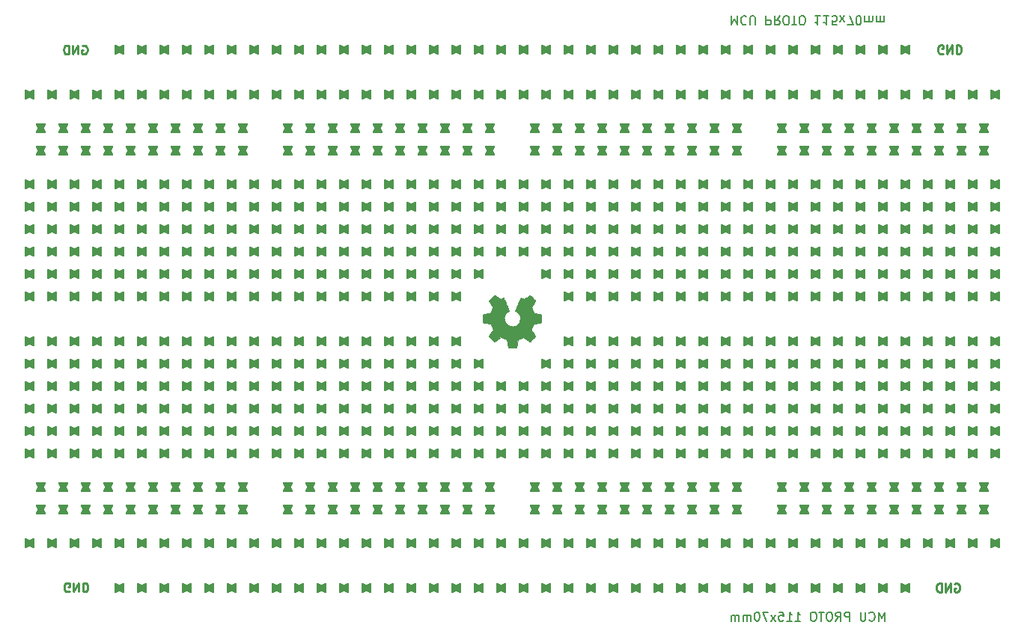
<source format=gbr>
%TF.GenerationSoftware,KiCad,Pcbnew,7.0.11+dfsg-1build4*%
%TF.CreationDate,2025-10-15T20:37:07-05:00*%
%TF.ProjectId,mcu-proto-115x70mm,6d63752d-7072-46f7-946f-2d3131357837,rev?*%
%TF.SameCoordinates,Original*%
%TF.FileFunction,Legend,Bot*%
%TF.FilePolarity,Positive*%
%FSLAX46Y46*%
G04 Gerber Fmt 4.6, Leading zero omitted, Abs format (unit mm)*
G04 Created by KiCad (PCBNEW 7.0.11+dfsg-1build4) date 2025-10-15 20:37:07*
%MOMM*%
%LPD*%
G01*
G04 APERTURE LIST*
%ADD10C,0.200000*%
%ADD11C,0.250000*%
%ADD12C,0.010000*%
%ADD13C,0.100000*%
G04 APERTURE END LIST*
D10*
X182269673Y-50732780D02*
X182269673Y-51732780D01*
X182269673Y-51732780D02*
X182603006Y-51018495D01*
X182603006Y-51018495D02*
X182936339Y-51732780D01*
X182936339Y-51732780D02*
X182936339Y-50732780D01*
X183983958Y-50828019D02*
X183936339Y-50780400D01*
X183936339Y-50780400D02*
X183793482Y-50732780D01*
X183793482Y-50732780D02*
X183698244Y-50732780D01*
X183698244Y-50732780D02*
X183555387Y-50780400D01*
X183555387Y-50780400D02*
X183460149Y-50875638D01*
X183460149Y-50875638D02*
X183412530Y-50970876D01*
X183412530Y-50970876D02*
X183364911Y-51161352D01*
X183364911Y-51161352D02*
X183364911Y-51304209D01*
X183364911Y-51304209D02*
X183412530Y-51494685D01*
X183412530Y-51494685D02*
X183460149Y-51589923D01*
X183460149Y-51589923D02*
X183555387Y-51685161D01*
X183555387Y-51685161D02*
X183698244Y-51732780D01*
X183698244Y-51732780D02*
X183793482Y-51732780D01*
X183793482Y-51732780D02*
X183936339Y-51685161D01*
X183936339Y-51685161D02*
X183983958Y-51637542D01*
X184412530Y-51732780D02*
X184412530Y-50923257D01*
X184412530Y-50923257D02*
X184460149Y-50828019D01*
X184460149Y-50828019D02*
X184507768Y-50780400D01*
X184507768Y-50780400D02*
X184603006Y-50732780D01*
X184603006Y-50732780D02*
X184793482Y-50732780D01*
X184793482Y-50732780D02*
X184888720Y-50780400D01*
X184888720Y-50780400D02*
X184936339Y-50828019D01*
X184936339Y-50828019D02*
X184983958Y-50923257D01*
X184983958Y-50923257D02*
X184983958Y-51732780D01*
X186222054Y-50732780D02*
X186222054Y-51732780D01*
X186222054Y-51732780D02*
X186603006Y-51732780D01*
X186603006Y-51732780D02*
X186698244Y-51685161D01*
X186698244Y-51685161D02*
X186745863Y-51637542D01*
X186745863Y-51637542D02*
X186793482Y-51542304D01*
X186793482Y-51542304D02*
X186793482Y-51399447D01*
X186793482Y-51399447D02*
X186745863Y-51304209D01*
X186745863Y-51304209D02*
X186698244Y-51256590D01*
X186698244Y-51256590D02*
X186603006Y-51208971D01*
X186603006Y-51208971D02*
X186222054Y-51208971D01*
X187793482Y-50732780D02*
X187460149Y-51208971D01*
X187222054Y-50732780D02*
X187222054Y-51732780D01*
X187222054Y-51732780D02*
X187603006Y-51732780D01*
X187603006Y-51732780D02*
X187698244Y-51685161D01*
X187698244Y-51685161D02*
X187745863Y-51637542D01*
X187745863Y-51637542D02*
X187793482Y-51542304D01*
X187793482Y-51542304D02*
X187793482Y-51399447D01*
X187793482Y-51399447D02*
X187745863Y-51304209D01*
X187745863Y-51304209D02*
X187698244Y-51256590D01*
X187698244Y-51256590D02*
X187603006Y-51208971D01*
X187603006Y-51208971D02*
X187222054Y-51208971D01*
X188412530Y-51732780D02*
X188603006Y-51732780D01*
X188603006Y-51732780D02*
X188698244Y-51685161D01*
X188698244Y-51685161D02*
X188793482Y-51589923D01*
X188793482Y-51589923D02*
X188841101Y-51399447D01*
X188841101Y-51399447D02*
X188841101Y-51066114D01*
X188841101Y-51066114D02*
X188793482Y-50875638D01*
X188793482Y-50875638D02*
X188698244Y-50780400D01*
X188698244Y-50780400D02*
X188603006Y-50732780D01*
X188603006Y-50732780D02*
X188412530Y-50732780D01*
X188412530Y-50732780D02*
X188317292Y-50780400D01*
X188317292Y-50780400D02*
X188222054Y-50875638D01*
X188222054Y-50875638D02*
X188174435Y-51066114D01*
X188174435Y-51066114D02*
X188174435Y-51399447D01*
X188174435Y-51399447D02*
X188222054Y-51589923D01*
X188222054Y-51589923D02*
X188317292Y-51685161D01*
X188317292Y-51685161D02*
X188412530Y-51732780D01*
X189126816Y-51732780D02*
X189698244Y-51732780D01*
X189412530Y-50732780D02*
X189412530Y-51732780D01*
X190222054Y-51732780D02*
X190412530Y-51732780D01*
X190412530Y-51732780D02*
X190507768Y-51685161D01*
X190507768Y-51685161D02*
X190603006Y-51589923D01*
X190603006Y-51589923D02*
X190650625Y-51399447D01*
X190650625Y-51399447D02*
X190650625Y-51066114D01*
X190650625Y-51066114D02*
X190603006Y-50875638D01*
X190603006Y-50875638D02*
X190507768Y-50780400D01*
X190507768Y-50780400D02*
X190412530Y-50732780D01*
X190412530Y-50732780D02*
X190222054Y-50732780D01*
X190222054Y-50732780D02*
X190126816Y-50780400D01*
X190126816Y-50780400D02*
X190031578Y-50875638D01*
X190031578Y-50875638D02*
X189983959Y-51066114D01*
X189983959Y-51066114D02*
X189983959Y-51399447D01*
X189983959Y-51399447D02*
X190031578Y-51589923D01*
X190031578Y-51589923D02*
X190126816Y-51685161D01*
X190126816Y-51685161D02*
X190222054Y-51732780D01*
X192364911Y-50732780D02*
X191793483Y-50732780D01*
X192079197Y-50732780D02*
X192079197Y-51732780D01*
X192079197Y-51732780D02*
X191983959Y-51589923D01*
X191983959Y-51589923D02*
X191888721Y-51494685D01*
X191888721Y-51494685D02*
X191793483Y-51447066D01*
X193317292Y-50732780D02*
X192745864Y-50732780D01*
X193031578Y-50732780D02*
X193031578Y-51732780D01*
X193031578Y-51732780D02*
X192936340Y-51589923D01*
X192936340Y-51589923D02*
X192841102Y-51494685D01*
X192841102Y-51494685D02*
X192745864Y-51447066D01*
X194222054Y-51732780D02*
X193745864Y-51732780D01*
X193745864Y-51732780D02*
X193698245Y-51256590D01*
X193698245Y-51256590D02*
X193745864Y-51304209D01*
X193745864Y-51304209D02*
X193841102Y-51351828D01*
X193841102Y-51351828D02*
X194079197Y-51351828D01*
X194079197Y-51351828D02*
X194174435Y-51304209D01*
X194174435Y-51304209D02*
X194222054Y-51256590D01*
X194222054Y-51256590D02*
X194269673Y-51161352D01*
X194269673Y-51161352D02*
X194269673Y-50923257D01*
X194269673Y-50923257D02*
X194222054Y-50828019D01*
X194222054Y-50828019D02*
X194174435Y-50780400D01*
X194174435Y-50780400D02*
X194079197Y-50732780D01*
X194079197Y-50732780D02*
X193841102Y-50732780D01*
X193841102Y-50732780D02*
X193745864Y-50780400D01*
X193745864Y-50780400D02*
X193698245Y-50828019D01*
X194603007Y-50732780D02*
X195126816Y-51399447D01*
X194603007Y-51399447D02*
X195126816Y-50732780D01*
X195412531Y-51732780D02*
X196079197Y-51732780D01*
X196079197Y-51732780D02*
X195650626Y-50732780D01*
X196650626Y-51732780D02*
X196745864Y-51732780D01*
X196745864Y-51732780D02*
X196841102Y-51685161D01*
X196841102Y-51685161D02*
X196888721Y-51637542D01*
X196888721Y-51637542D02*
X196936340Y-51542304D01*
X196936340Y-51542304D02*
X196983959Y-51351828D01*
X196983959Y-51351828D02*
X196983959Y-51113733D01*
X196983959Y-51113733D02*
X196936340Y-50923257D01*
X196936340Y-50923257D02*
X196888721Y-50828019D01*
X196888721Y-50828019D02*
X196841102Y-50780400D01*
X196841102Y-50780400D02*
X196745864Y-50732780D01*
X196745864Y-50732780D02*
X196650626Y-50732780D01*
X196650626Y-50732780D02*
X196555388Y-50780400D01*
X196555388Y-50780400D02*
X196507769Y-50828019D01*
X196507769Y-50828019D02*
X196460150Y-50923257D01*
X196460150Y-50923257D02*
X196412531Y-51113733D01*
X196412531Y-51113733D02*
X196412531Y-51351828D01*
X196412531Y-51351828D02*
X196460150Y-51542304D01*
X196460150Y-51542304D02*
X196507769Y-51637542D01*
X196507769Y-51637542D02*
X196555388Y-51685161D01*
X196555388Y-51685161D02*
X196650626Y-51732780D01*
X197412531Y-50732780D02*
X197412531Y-51399447D01*
X197412531Y-51304209D02*
X197460150Y-51351828D01*
X197460150Y-51351828D02*
X197555388Y-51399447D01*
X197555388Y-51399447D02*
X197698245Y-51399447D01*
X197698245Y-51399447D02*
X197793483Y-51351828D01*
X197793483Y-51351828D02*
X197841102Y-51256590D01*
X197841102Y-51256590D02*
X197841102Y-50732780D01*
X197841102Y-51256590D02*
X197888721Y-51351828D01*
X197888721Y-51351828D02*
X197983959Y-51399447D01*
X197983959Y-51399447D02*
X198126816Y-51399447D01*
X198126816Y-51399447D02*
X198222055Y-51351828D01*
X198222055Y-51351828D02*
X198269674Y-51256590D01*
X198269674Y-51256590D02*
X198269674Y-50732780D01*
X198745864Y-50732780D02*
X198745864Y-51399447D01*
X198745864Y-51304209D02*
X198793483Y-51351828D01*
X198793483Y-51351828D02*
X198888721Y-51399447D01*
X198888721Y-51399447D02*
X199031578Y-51399447D01*
X199031578Y-51399447D02*
X199126816Y-51351828D01*
X199126816Y-51351828D02*
X199174435Y-51256590D01*
X199174435Y-51256590D02*
X199174435Y-50732780D01*
X199174435Y-51256590D02*
X199222054Y-51351828D01*
X199222054Y-51351828D02*
X199317292Y-51399447D01*
X199317292Y-51399447D02*
X199460149Y-51399447D01*
X199460149Y-51399447D02*
X199555388Y-51351828D01*
X199555388Y-51351828D02*
X199603007Y-51256590D01*
X199603007Y-51256590D02*
X199603007Y-50732780D01*
X199630326Y-119247219D02*
X199630326Y-118247219D01*
X199630326Y-118247219D02*
X199296993Y-118961504D01*
X199296993Y-118961504D02*
X198963660Y-118247219D01*
X198963660Y-118247219D02*
X198963660Y-119247219D01*
X197916041Y-119151980D02*
X197963660Y-119199600D01*
X197963660Y-119199600D02*
X198106517Y-119247219D01*
X198106517Y-119247219D02*
X198201755Y-119247219D01*
X198201755Y-119247219D02*
X198344612Y-119199600D01*
X198344612Y-119199600D02*
X198439850Y-119104361D01*
X198439850Y-119104361D02*
X198487469Y-119009123D01*
X198487469Y-119009123D02*
X198535088Y-118818647D01*
X198535088Y-118818647D02*
X198535088Y-118675790D01*
X198535088Y-118675790D02*
X198487469Y-118485314D01*
X198487469Y-118485314D02*
X198439850Y-118390076D01*
X198439850Y-118390076D02*
X198344612Y-118294838D01*
X198344612Y-118294838D02*
X198201755Y-118247219D01*
X198201755Y-118247219D02*
X198106517Y-118247219D01*
X198106517Y-118247219D02*
X197963660Y-118294838D01*
X197963660Y-118294838D02*
X197916041Y-118342457D01*
X197487469Y-118247219D02*
X197487469Y-119056742D01*
X197487469Y-119056742D02*
X197439850Y-119151980D01*
X197439850Y-119151980D02*
X197392231Y-119199600D01*
X197392231Y-119199600D02*
X197296993Y-119247219D01*
X197296993Y-119247219D02*
X197106517Y-119247219D01*
X197106517Y-119247219D02*
X197011279Y-119199600D01*
X197011279Y-119199600D02*
X196963660Y-119151980D01*
X196963660Y-119151980D02*
X196916041Y-119056742D01*
X196916041Y-119056742D02*
X196916041Y-118247219D01*
X195677945Y-119247219D02*
X195677945Y-118247219D01*
X195677945Y-118247219D02*
X195296993Y-118247219D01*
X195296993Y-118247219D02*
X195201755Y-118294838D01*
X195201755Y-118294838D02*
X195154136Y-118342457D01*
X195154136Y-118342457D02*
X195106517Y-118437695D01*
X195106517Y-118437695D02*
X195106517Y-118580552D01*
X195106517Y-118580552D02*
X195154136Y-118675790D01*
X195154136Y-118675790D02*
X195201755Y-118723409D01*
X195201755Y-118723409D02*
X195296993Y-118771028D01*
X195296993Y-118771028D02*
X195677945Y-118771028D01*
X194106517Y-119247219D02*
X194439850Y-118771028D01*
X194677945Y-119247219D02*
X194677945Y-118247219D01*
X194677945Y-118247219D02*
X194296993Y-118247219D01*
X194296993Y-118247219D02*
X194201755Y-118294838D01*
X194201755Y-118294838D02*
X194154136Y-118342457D01*
X194154136Y-118342457D02*
X194106517Y-118437695D01*
X194106517Y-118437695D02*
X194106517Y-118580552D01*
X194106517Y-118580552D02*
X194154136Y-118675790D01*
X194154136Y-118675790D02*
X194201755Y-118723409D01*
X194201755Y-118723409D02*
X194296993Y-118771028D01*
X194296993Y-118771028D02*
X194677945Y-118771028D01*
X193487469Y-118247219D02*
X193296993Y-118247219D01*
X193296993Y-118247219D02*
X193201755Y-118294838D01*
X193201755Y-118294838D02*
X193106517Y-118390076D01*
X193106517Y-118390076D02*
X193058898Y-118580552D01*
X193058898Y-118580552D02*
X193058898Y-118913885D01*
X193058898Y-118913885D02*
X193106517Y-119104361D01*
X193106517Y-119104361D02*
X193201755Y-119199600D01*
X193201755Y-119199600D02*
X193296993Y-119247219D01*
X193296993Y-119247219D02*
X193487469Y-119247219D01*
X193487469Y-119247219D02*
X193582707Y-119199600D01*
X193582707Y-119199600D02*
X193677945Y-119104361D01*
X193677945Y-119104361D02*
X193725564Y-118913885D01*
X193725564Y-118913885D02*
X193725564Y-118580552D01*
X193725564Y-118580552D02*
X193677945Y-118390076D01*
X193677945Y-118390076D02*
X193582707Y-118294838D01*
X193582707Y-118294838D02*
X193487469Y-118247219D01*
X192773183Y-118247219D02*
X192201755Y-118247219D01*
X192487469Y-119247219D02*
X192487469Y-118247219D01*
X191677945Y-118247219D02*
X191487469Y-118247219D01*
X191487469Y-118247219D02*
X191392231Y-118294838D01*
X191392231Y-118294838D02*
X191296993Y-118390076D01*
X191296993Y-118390076D02*
X191249374Y-118580552D01*
X191249374Y-118580552D02*
X191249374Y-118913885D01*
X191249374Y-118913885D02*
X191296993Y-119104361D01*
X191296993Y-119104361D02*
X191392231Y-119199600D01*
X191392231Y-119199600D02*
X191487469Y-119247219D01*
X191487469Y-119247219D02*
X191677945Y-119247219D01*
X191677945Y-119247219D02*
X191773183Y-119199600D01*
X191773183Y-119199600D02*
X191868421Y-119104361D01*
X191868421Y-119104361D02*
X191916040Y-118913885D01*
X191916040Y-118913885D02*
X191916040Y-118580552D01*
X191916040Y-118580552D02*
X191868421Y-118390076D01*
X191868421Y-118390076D02*
X191773183Y-118294838D01*
X191773183Y-118294838D02*
X191677945Y-118247219D01*
X189535088Y-119247219D02*
X190106516Y-119247219D01*
X189820802Y-119247219D02*
X189820802Y-118247219D01*
X189820802Y-118247219D02*
X189916040Y-118390076D01*
X189916040Y-118390076D02*
X190011278Y-118485314D01*
X190011278Y-118485314D02*
X190106516Y-118532933D01*
X188582707Y-119247219D02*
X189154135Y-119247219D01*
X188868421Y-119247219D02*
X188868421Y-118247219D01*
X188868421Y-118247219D02*
X188963659Y-118390076D01*
X188963659Y-118390076D02*
X189058897Y-118485314D01*
X189058897Y-118485314D02*
X189154135Y-118532933D01*
X187677945Y-118247219D02*
X188154135Y-118247219D01*
X188154135Y-118247219D02*
X188201754Y-118723409D01*
X188201754Y-118723409D02*
X188154135Y-118675790D01*
X188154135Y-118675790D02*
X188058897Y-118628171D01*
X188058897Y-118628171D02*
X187820802Y-118628171D01*
X187820802Y-118628171D02*
X187725564Y-118675790D01*
X187725564Y-118675790D02*
X187677945Y-118723409D01*
X187677945Y-118723409D02*
X187630326Y-118818647D01*
X187630326Y-118818647D02*
X187630326Y-119056742D01*
X187630326Y-119056742D02*
X187677945Y-119151980D01*
X187677945Y-119151980D02*
X187725564Y-119199600D01*
X187725564Y-119199600D02*
X187820802Y-119247219D01*
X187820802Y-119247219D02*
X188058897Y-119247219D01*
X188058897Y-119247219D02*
X188154135Y-119199600D01*
X188154135Y-119199600D02*
X188201754Y-119151980D01*
X187296992Y-119247219D02*
X186773183Y-118580552D01*
X187296992Y-118580552D02*
X186773183Y-119247219D01*
X186487468Y-118247219D02*
X185820802Y-118247219D01*
X185820802Y-118247219D02*
X186249373Y-119247219D01*
X185249373Y-118247219D02*
X185154135Y-118247219D01*
X185154135Y-118247219D02*
X185058897Y-118294838D01*
X185058897Y-118294838D02*
X185011278Y-118342457D01*
X185011278Y-118342457D02*
X184963659Y-118437695D01*
X184963659Y-118437695D02*
X184916040Y-118628171D01*
X184916040Y-118628171D02*
X184916040Y-118866266D01*
X184916040Y-118866266D02*
X184963659Y-119056742D01*
X184963659Y-119056742D02*
X185011278Y-119151980D01*
X185011278Y-119151980D02*
X185058897Y-119199600D01*
X185058897Y-119199600D02*
X185154135Y-119247219D01*
X185154135Y-119247219D02*
X185249373Y-119247219D01*
X185249373Y-119247219D02*
X185344611Y-119199600D01*
X185344611Y-119199600D02*
X185392230Y-119151980D01*
X185392230Y-119151980D02*
X185439849Y-119056742D01*
X185439849Y-119056742D02*
X185487468Y-118866266D01*
X185487468Y-118866266D02*
X185487468Y-118628171D01*
X185487468Y-118628171D02*
X185439849Y-118437695D01*
X185439849Y-118437695D02*
X185392230Y-118342457D01*
X185392230Y-118342457D02*
X185344611Y-118294838D01*
X185344611Y-118294838D02*
X185249373Y-118247219D01*
X184487468Y-119247219D02*
X184487468Y-118580552D01*
X184487468Y-118675790D02*
X184439849Y-118628171D01*
X184439849Y-118628171D02*
X184344611Y-118580552D01*
X184344611Y-118580552D02*
X184201754Y-118580552D01*
X184201754Y-118580552D02*
X184106516Y-118628171D01*
X184106516Y-118628171D02*
X184058897Y-118723409D01*
X184058897Y-118723409D02*
X184058897Y-119247219D01*
X184058897Y-118723409D02*
X184011278Y-118628171D01*
X184011278Y-118628171D02*
X183916040Y-118580552D01*
X183916040Y-118580552D02*
X183773183Y-118580552D01*
X183773183Y-118580552D02*
X183677944Y-118628171D01*
X183677944Y-118628171D02*
X183630325Y-118723409D01*
X183630325Y-118723409D02*
X183630325Y-119247219D01*
X183154135Y-119247219D02*
X183154135Y-118580552D01*
X183154135Y-118675790D02*
X183106516Y-118628171D01*
X183106516Y-118628171D02*
X183011278Y-118580552D01*
X183011278Y-118580552D02*
X182868421Y-118580552D01*
X182868421Y-118580552D02*
X182773183Y-118628171D01*
X182773183Y-118628171D02*
X182725564Y-118723409D01*
X182725564Y-118723409D02*
X182725564Y-119247219D01*
X182725564Y-118723409D02*
X182677945Y-118628171D01*
X182677945Y-118628171D02*
X182582707Y-118580552D01*
X182582707Y-118580552D02*
X182439850Y-118580552D01*
X182439850Y-118580552D02*
X182344611Y-118628171D01*
X182344611Y-118628171D02*
X182296992Y-118723409D01*
X182296992Y-118723409D02*
X182296992Y-119247219D01*
D11*
X108873622Y-54112238D02*
X108968860Y-54064619D01*
X108968860Y-54064619D02*
X109111717Y-54064619D01*
X109111717Y-54064619D02*
X109254574Y-54112238D01*
X109254574Y-54112238D02*
X109349812Y-54207476D01*
X109349812Y-54207476D02*
X109397431Y-54302714D01*
X109397431Y-54302714D02*
X109445050Y-54493190D01*
X109445050Y-54493190D02*
X109445050Y-54636047D01*
X109445050Y-54636047D02*
X109397431Y-54826523D01*
X109397431Y-54826523D02*
X109349812Y-54921761D01*
X109349812Y-54921761D02*
X109254574Y-55017000D01*
X109254574Y-55017000D02*
X109111717Y-55064619D01*
X109111717Y-55064619D02*
X109016479Y-55064619D01*
X109016479Y-55064619D02*
X108873622Y-55017000D01*
X108873622Y-55017000D02*
X108826003Y-54969380D01*
X108826003Y-54969380D02*
X108826003Y-54636047D01*
X108826003Y-54636047D02*
X109016479Y-54636047D01*
X108397431Y-55064619D02*
X108397431Y-54064619D01*
X108397431Y-54064619D02*
X107826003Y-55064619D01*
X107826003Y-55064619D02*
X107826003Y-54064619D01*
X107349812Y-55064619D02*
X107349812Y-54064619D01*
X107349812Y-54064619D02*
X107111717Y-54064619D01*
X107111717Y-54064619D02*
X106968860Y-54112238D01*
X106968860Y-54112238D02*
X106873622Y-54207476D01*
X106873622Y-54207476D02*
X106826003Y-54302714D01*
X106826003Y-54302714D02*
X106778384Y-54493190D01*
X106778384Y-54493190D02*
X106778384Y-54636047D01*
X106778384Y-54636047D02*
X106826003Y-54826523D01*
X106826003Y-54826523D02*
X106873622Y-54921761D01*
X106873622Y-54921761D02*
X106968860Y-55017000D01*
X106968860Y-55017000D02*
X107111717Y-55064619D01*
X107111717Y-55064619D02*
X107349812Y-55064619D01*
X206226377Y-54987761D02*
X206131139Y-55035380D01*
X206131139Y-55035380D02*
X205988282Y-55035380D01*
X205988282Y-55035380D02*
X205845425Y-54987761D01*
X205845425Y-54987761D02*
X205750187Y-54892523D01*
X205750187Y-54892523D02*
X205702568Y-54797285D01*
X205702568Y-54797285D02*
X205654949Y-54606809D01*
X205654949Y-54606809D02*
X205654949Y-54463952D01*
X205654949Y-54463952D02*
X205702568Y-54273476D01*
X205702568Y-54273476D02*
X205750187Y-54178238D01*
X205750187Y-54178238D02*
X205845425Y-54083000D01*
X205845425Y-54083000D02*
X205988282Y-54035380D01*
X205988282Y-54035380D02*
X206083520Y-54035380D01*
X206083520Y-54035380D02*
X206226377Y-54083000D01*
X206226377Y-54083000D02*
X206273996Y-54130619D01*
X206273996Y-54130619D02*
X206273996Y-54463952D01*
X206273996Y-54463952D02*
X206083520Y-54463952D01*
X206702568Y-54035380D02*
X206702568Y-55035380D01*
X206702568Y-55035380D02*
X207273996Y-54035380D01*
X207273996Y-54035380D02*
X207273996Y-55035380D01*
X207750187Y-54035380D02*
X207750187Y-55035380D01*
X207750187Y-55035380D02*
X207988282Y-55035380D01*
X207988282Y-55035380D02*
X208131139Y-54987761D01*
X208131139Y-54987761D02*
X208226377Y-54892523D01*
X208226377Y-54892523D02*
X208273996Y-54797285D01*
X208273996Y-54797285D02*
X208321615Y-54606809D01*
X208321615Y-54606809D02*
X208321615Y-54463952D01*
X208321615Y-54463952D02*
X208273996Y-54273476D01*
X208273996Y-54273476D02*
X208226377Y-54178238D01*
X208226377Y-54178238D02*
X208131139Y-54083000D01*
X208131139Y-54083000D02*
X207988282Y-54035380D01*
X207988282Y-54035380D02*
X207750187Y-54035380D01*
X107426377Y-115887761D02*
X107331139Y-115935380D01*
X107331139Y-115935380D02*
X107188282Y-115935380D01*
X107188282Y-115935380D02*
X107045425Y-115887761D01*
X107045425Y-115887761D02*
X106950187Y-115792523D01*
X106950187Y-115792523D02*
X106902568Y-115697285D01*
X106902568Y-115697285D02*
X106854949Y-115506809D01*
X106854949Y-115506809D02*
X106854949Y-115363952D01*
X106854949Y-115363952D02*
X106902568Y-115173476D01*
X106902568Y-115173476D02*
X106950187Y-115078238D01*
X106950187Y-115078238D02*
X107045425Y-114983000D01*
X107045425Y-114983000D02*
X107188282Y-114935380D01*
X107188282Y-114935380D02*
X107283520Y-114935380D01*
X107283520Y-114935380D02*
X107426377Y-114983000D01*
X107426377Y-114983000D02*
X107473996Y-115030619D01*
X107473996Y-115030619D02*
X107473996Y-115363952D01*
X107473996Y-115363952D02*
X107283520Y-115363952D01*
X107902568Y-114935380D02*
X107902568Y-115935380D01*
X107902568Y-115935380D02*
X108473996Y-114935380D01*
X108473996Y-114935380D02*
X108473996Y-115935380D01*
X108950187Y-114935380D02*
X108950187Y-115935380D01*
X108950187Y-115935380D02*
X109188282Y-115935380D01*
X109188282Y-115935380D02*
X109331139Y-115887761D01*
X109331139Y-115887761D02*
X109426377Y-115792523D01*
X109426377Y-115792523D02*
X109473996Y-115697285D01*
X109473996Y-115697285D02*
X109521615Y-115506809D01*
X109521615Y-115506809D02*
X109521615Y-115363952D01*
X109521615Y-115363952D02*
X109473996Y-115173476D01*
X109473996Y-115173476D02*
X109426377Y-115078238D01*
X109426377Y-115078238D02*
X109331139Y-114983000D01*
X109331139Y-114983000D02*
X109188282Y-114935380D01*
X109188282Y-114935380D02*
X108950187Y-114935380D01*
X207573622Y-115012238D02*
X207668860Y-114964619D01*
X207668860Y-114964619D02*
X207811717Y-114964619D01*
X207811717Y-114964619D02*
X207954574Y-115012238D01*
X207954574Y-115012238D02*
X208049812Y-115107476D01*
X208049812Y-115107476D02*
X208097431Y-115202714D01*
X208097431Y-115202714D02*
X208145050Y-115393190D01*
X208145050Y-115393190D02*
X208145050Y-115536047D01*
X208145050Y-115536047D02*
X208097431Y-115726523D01*
X208097431Y-115726523D02*
X208049812Y-115821761D01*
X208049812Y-115821761D02*
X207954574Y-115917000D01*
X207954574Y-115917000D02*
X207811717Y-115964619D01*
X207811717Y-115964619D02*
X207716479Y-115964619D01*
X207716479Y-115964619D02*
X207573622Y-115917000D01*
X207573622Y-115917000D02*
X207526003Y-115869380D01*
X207526003Y-115869380D02*
X207526003Y-115536047D01*
X207526003Y-115536047D02*
X207716479Y-115536047D01*
X207097431Y-115964619D02*
X207097431Y-114964619D01*
X207097431Y-114964619D02*
X206526003Y-115964619D01*
X206526003Y-115964619D02*
X206526003Y-114964619D01*
X206049812Y-115964619D02*
X206049812Y-114964619D01*
X206049812Y-114964619D02*
X205811717Y-114964619D01*
X205811717Y-114964619D02*
X205668860Y-115012238D01*
X205668860Y-115012238D02*
X205573622Y-115107476D01*
X205573622Y-115107476D02*
X205526003Y-115202714D01*
X205526003Y-115202714D02*
X205478384Y-115393190D01*
X205478384Y-115393190D02*
X205478384Y-115536047D01*
X205478384Y-115536047D02*
X205526003Y-115726523D01*
X205526003Y-115726523D02*
X205573622Y-115821761D01*
X205573622Y-115821761D02*
X205668860Y-115917000D01*
X205668860Y-115917000D02*
X205811717Y-115964619D01*
X205811717Y-115964619D02*
X206049812Y-115964619D01*
%TO.C,REF\u002A\u002A*%
D12*
X159516955Y-82356350D02*
X159550969Y-82382279D01*
X159603405Y-82427930D01*
X159669699Y-82488814D01*
X159745287Y-82560439D01*
X159825604Y-82638317D01*
X159906087Y-82717955D01*
X159982171Y-82794865D01*
X160049293Y-82864555D01*
X160102888Y-82922536D01*
X160138392Y-82964316D01*
X160151241Y-82985407D01*
X160150500Y-82989419D01*
X160135207Y-83022080D01*
X160102538Y-83078588D01*
X160055650Y-83153837D01*
X159997699Y-83242725D01*
X159931843Y-83340146D01*
X159913373Y-83367018D01*
X159848518Y-83461577D01*
X159791391Y-83545173D01*
X159745322Y-83612916D01*
X159713641Y-83659914D01*
X159699676Y-83681274D01*
X159699332Y-83682189D01*
X159703454Y-83708322D01*
X159719193Y-83761260D01*
X159743996Y-83834353D01*
X159775311Y-83920948D01*
X159810583Y-84014392D01*
X159847260Y-84108035D01*
X159882788Y-84195223D01*
X159914614Y-84269305D01*
X159940184Y-84323629D01*
X159956947Y-84351543D01*
X159958626Y-84353276D01*
X159970628Y-84362044D01*
X159990897Y-84370885D01*
X160023471Y-84380708D01*
X160072384Y-84392417D01*
X160141673Y-84406920D01*
X160235375Y-84425124D01*
X160357524Y-84447934D01*
X160512158Y-84476259D01*
X160544230Y-84482220D01*
X160636107Y-84500648D01*
X160713393Y-84518108D01*
X160768764Y-84532867D01*
X160794895Y-84543190D01*
X160799267Y-84551803D01*
X160806555Y-84593174D01*
X160812331Y-84661759D01*
X160816590Y-84751132D01*
X160819327Y-84854865D01*
X160820538Y-84966535D01*
X160820218Y-85079713D01*
X160818364Y-85187974D01*
X160814970Y-85284892D01*
X160810033Y-85364041D01*
X160803548Y-85418994D01*
X160795511Y-85443326D01*
X160787304Y-85446921D01*
X160746481Y-85458252D01*
X160677476Y-85474278D01*
X160585797Y-85493805D01*
X160476950Y-85515638D01*
X160356442Y-85538582D01*
X160290643Y-85550841D01*
X160177865Y-85572099D01*
X160080793Y-85590713D01*
X160004618Y-85605672D01*
X159954531Y-85615964D01*
X159935724Y-85620578D01*
X159935017Y-85621529D01*
X159923039Y-85645690D01*
X159900206Y-85696306D01*
X159869370Y-85766662D01*
X159833387Y-85850042D01*
X159795109Y-85939730D01*
X159757391Y-86029011D01*
X159723087Y-86111168D01*
X159695051Y-86179487D01*
X159676136Y-86227252D01*
X159669197Y-86247746D01*
X159672258Y-86254957D01*
X159692628Y-86289272D01*
X159729578Y-86347030D01*
X159780140Y-86423701D01*
X159841343Y-86514752D01*
X159910219Y-86615650D01*
X159948006Y-86670907D01*
X160013218Y-86767785D01*
X160069129Y-86852807D01*
X160112759Y-86921338D01*
X160141123Y-86968740D01*
X160151241Y-86990377D01*
X160144210Y-87002113D01*
X160114803Y-87037182D01*
X160066559Y-87090255D01*
X160003907Y-87156836D01*
X159931275Y-87232426D01*
X159853092Y-87312528D01*
X159773786Y-87392646D01*
X159697787Y-87468282D01*
X159629522Y-87534938D01*
X159573420Y-87588118D01*
X159533910Y-87623324D01*
X159515421Y-87636058D01*
X159505157Y-87631107D01*
X159467470Y-87608143D01*
X159406652Y-87569062D01*
X159327087Y-87516728D01*
X159233157Y-87454004D01*
X159129246Y-87383754D01*
X158758206Y-87131449D01*
X158448920Y-87258947D01*
X158139635Y-87386445D01*
X158055814Y-87831069D01*
X157971994Y-88275693D01*
X157046546Y-88275693D01*
X156962725Y-87831069D01*
X156878905Y-87386445D01*
X156260333Y-87131449D01*
X155889293Y-87383754D01*
X155815856Y-87433494D01*
X155718501Y-87498782D01*
X155634213Y-87554546D01*
X155567369Y-87597922D01*
X155522346Y-87626047D01*
X155503522Y-87636058D01*
X155491961Y-87628939D01*
X155457404Y-87599106D01*
X155405106Y-87550148D01*
X155339500Y-87486560D01*
X155265017Y-87412837D01*
X155186087Y-87333475D01*
X155107144Y-87252969D01*
X155032616Y-87175815D01*
X154966937Y-87106507D01*
X154914537Y-87049543D01*
X154879847Y-87009416D01*
X154867299Y-86990623D01*
X154870218Y-86982549D01*
X154890429Y-86946531D01*
X154927337Y-86887256D01*
X154977950Y-86809370D01*
X155039275Y-86717519D01*
X155108321Y-86616350D01*
X155146213Y-86561174D01*
X155211394Y-86465116D01*
X155267277Y-86381283D01*
X155310883Y-86314223D01*
X155339231Y-86268481D01*
X155349343Y-86248604D01*
X155349177Y-86247503D01*
X155340257Y-86222306D01*
X155319794Y-86170853D01*
X155290640Y-86099865D01*
X155255647Y-86016065D01*
X155217668Y-85926172D01*
X155179555Y-85836909D01*
X155144161Y-85754997D01*
X155114338Y-85687157D01*
X155092939Y-85640110D01*
X155082816Y-85620578D01*
X155076826Y-85618845D01*
X155040434Y-85611031D01*
X154975573Y-85598085D01*
X154887435Y-85581021D01*
X154781213Y-85560849D01*
X154662098Y-85538582D01*
X154599317Y-85526777D01*
X154484088Y-85504252D01*
X154383338Y-85483450D01*
X154302574Y-85465565D01*
X154247302Y-85451792D01*
X154223029Y-85443326D01*
X154218669Y-85434934D01*
X154211437Y-85393928D01*
X154205754Y-85325632D01*
X154201618Y-85236471D01*
X154199023Y-85132872D01*
X154197964Y-85021260D01*
X154198439Y-84908062D01*
X154200441Y-84799704D01*
X154203967Y-84702611D01*
X154209013Y-84623210D01*
X154215573Y-84567928D01*
X154223644Y-84543190D01*
X154228542Y-84540400D01*
X154265070Y-84528431D01*
X154328435Y-84512595D01*
X154411314Y-84494626D01*
X154506382Y-84476259D01*
X154538458Y-84470409D01*
X154686607Y-84443202D01*
X154803039Y-84421337D01*
X154891791Y-84403907D01*
X154956897Y-84390004D01*
X155002394Y-84378723D01*
X155032318Y-84369157D01*
X155050706Y-84360399D01*
X155061593Y-84351543D01*
X155062858Y-84350057D01*
X155080662Y-84319069D01*
X155107006Y-84262366D01*
X155139339Y-84186601D01*
X155175107Y-84098426D01*
X155211756Y-84004493D01*
X155246734Y-83911453D01*
X155277487Y-83825959D01*
X155301462Y-83754664D01*
X155316105Y-83704218D01*
X155318864Y-83681274D01*
X155317019Y-83678297D01*
X155297925Y-83649507D01*
X155262016Y-83596405D01*
X155212622Y-83523883D01*
X155153073Y-83436833D01*
X155086697Y-83340146D01*
X155068480Y-83313544D01*
X155004423Y-83218125D01*
X154949063Y-83132788D01*
X154905561Y-83062595D01*
X154877076Y-83012606D01*
X154866768Y-82987884D01*
X154868989Y-82981384D01*
X154892142Y-82949356D01*
X154937823Y-82897055D01*
X155002759Y-82828001D01*
X155083681Y-82745714D01*
X155177315Y-82653714D01*
X155230835Y-82602219D01*
X155315458Y-82522017D01*
X155389525Y-82453322D01*
X155449059Y-82399748D01*
X155490083Y-82364915D01*
X155508619Y-82352437D01*
X155521354Y-82357062D01*
X155560564Y-82378943D01*
X155617505Y-82414727D01*
X155684750Y-82459883D01*
X155732562Y-82492835D01*
X155828015Y-82558273D01*
X155929875Y-82627772D01*
X156022912Y-82690925D01*
X156205168Y-82814200D01*
X156358159Y-82731480D01*
X156394183Y-82712387D01*
X156459697Y-82679728D01*
X156510360Y-82657181D01*
X156537436Y-82648774D01*
X156546297Y-82659570D01*
X156568301Y-82700677D01*
X156600801Y-82768451D01*
X156641990Y-82858591D01*
X156690058Y-82966795D01*
X156743198Y-83088763D01*
X156799601Y-83220192D01*
X156857458Y-83356782D01*
X156914962Y-83494233D01*
X156970303Y-83628242D01*
X157021674Y-83754509D01*
X157067265Y-83868732D01*
X157105268Y-83966610D01*
X157133876Y-84043843D01*
X157151279Y-84096129D01*
X157155669Y-84119167D01*
X157155372Y-84119840D01*
X157134923Y-84141137D01*
X157092150Y-84174492D01*
X157035883Y-84212989D01*
X157018123Y-84224744D01*
X156882986Y-84336265D01*
X156771144Y-84469094D01*
X156685245Y-84617702D01*
X156627938Y-84776560D01*
X156601869Y-84940140D01*
X156609687Y-85102912D01*
X156641356Y-85247685D01*
X156698218Y-85393876D01*
X156781112Y-85524297D01*
X156894869Y-85648187D01*
X156939567Y-85687765D01*
X157084065Y-85785277D01*
X157240162Y-85850950D01*
X157403333Y-85885370D01*
X157569057Y-85889126D01*
X157732808Y-85862806D01*
X157890064Y-85806997D01*
X158036302Y-85722286D01*
X158166996Y-85609263D01*
X158277626Y-85468513D01*
X158298895Y-85433658D01*
X158371190Y-85274345D01*
X158409585Y-85108448D01*
X158415086Y-84940263D01*
X158388699Y-84774087D01*
X158331430Y-84614216D01*
X158244283Y-84464947D01*
X158128264Y-84330577D01*
X157984378Y-84215401D01*
X157979706Y-84212298D01*
X157924036Y-84173067D01*
X157882311Y-84139714D01*
X157863254Y-84119167D01*
X157865658Y-84103059D01*
X157880609Y-84056156D01*
X157907119Y-83983461D01*
X157943380Y-83889275D01*
X157987584Y-83777902D01*
X158037924Y-83653642D01*
X158092593Y-83520798D01*
X158149782Y-83383673D01*
X158207684Y-83246568D01*
X158264490Y-83113785D01*
X158318394Y-82989626D01*
X158367588Y-82878394D01*
X158410263Y-82784391D01*
X158444613Y-82711918D01*
X158468829Y-82665278D01*
X158481103Y-82648774D01*
X158491311Y-82651009D01*
X158531414Y-82667074D01*
X158590682Y-82695241D01*
X158660381Y-82731480D01*
X158813371Y-82814200D01*
X158995627Y-82690925D01*
X159049473Y-82654421D01*
X159149626Y-82586216D01*
X159249475Y-82517902D01*
X159333789Y-82459883D01*
X159380321Y-82428264D01*
X159440800Y-82388980D01*
X159485643Y-82362088D01*
X159507545Y-82352117D01*
X159516955Y-82356350D01*
G36*
X159516955Y-82356350D02*
G01*
X159550969Y-82382279D01*
X159603405Y-82427930D01*
X159669699Y-82488814D01*
X159745287Y-82560439D01*
X159825604Y-82638317D01*
X159906087Y-82717955D01*
X159982171Y-82794865D01*
X160049293Y-82864555D01*
X160102888Y-82922536D01*
X160138392Y-82964316D01*
X160151241Y-82985407D01*
X160150500Y-82989419D01*
X160135207Y-83022080D01*
X160102538Y-83078588D01*
X160055650Y-83153837D01*
X159997699Y-83242725D01*
X159931843Y-83340146D01*
X159913373Y-83367018D01*
X159848518Y-83461577D01*
X159791391Y-83545173D01*
X159745322Y-83612916D01*
X159713641Y-83659914D01*
X159699676Y-83681274D01*
X159699332Y-83682189D01*
X159703454Y-83708322D01*
X159719193Y-83761260D01*
X159743996Y-83834353D01*
X159775311Y-83920948D01*
X159810583Y-84014392D01*
X159847260Y-84108035D01*
X159882788Y-84195223D01*
X159914614Y-84269305D01*
X159940184Y-84323629D01*
X159956947Y-84351543D01*
X159958626Y-84353276D01*
X159970628Y-84362044D01*
X159990897Y-84370885D01*
X160023471Y-84380708D01*
X160072384Y-84392417D01*
X160141673Y-84406920D01*
X160235375Y-84425124D01*
X160357524Y-84447934D01*
X160512158Y-84476259D01*
X160544230Y-84482220D01*
X160636107Y-84500648D01*
X160713393Y-84518108D01*
X160768764Y-84532867D01*
X160794895Y-84543190D01*
X160799267Y-84551803D01*
X160806555Y-84593174D01*
X160812331Y-84661759D01*
X160816590Y-84751132D01*
X160819327Y-84854865D01*
X160820538Y-84966535D01*
X160820218Y-85079713D01*
X160818364Y-85187974D01*
X160814970Y-85284892D01*
X160810033Y-85364041D01*
X160803548Y-85418994D01*
X160795511Y-85443326D01*
X160787304Y-85446921D01*
X160746481Y-85458252D01*
X160677476Y-85474278D01*
X160585797Y-85493805D01*
X160476950Y-85515638D01*
X160356442Y-85538582D01*
X160290643Y-85550841D01*
X160177865Y-85572099D01*
X160080793Y-85590713D01*
X160004618Y-85605672D01*
X159954531Y-85615964D01*
X159935724Y-85620578D01*
X159935017Y-85621529D01*
X159923039Y-85645690D01*
X159900206Y-85696306D01*
X159869370Y-85766662D01*
X159833387Y-85850042D01*
X159795109Y-85939730D01*
X159757391Y-86029011D01*
X159723087Y-86111168D01*
X159695051Y-86179487D01*
X159676136Y-86227252D01*
X159669197Y-86247746D01*
X159672258Y-86254957D01*
X159692628Y-86289272D01*
X159729578Y-86347030D01*
X159780140Y-86423701D01*
X159841343Y-86514752D01*
X159910219Y-86615650D01*
X159948006Y-86670907D01*
X160013218Y-86767785D01*
X160069129Y-86852807D01*
X160112759Y-86921338D01*
X160141123Y-86968740D01*
X160151241Y-86990377D01*
X160144210Y-87002113D01*
X160114803Y-87037182D01*
X160066559Y-87090255D01*
X160003907Y-87156836D01*
X159931275Y-87232426D01*
X159853092Y-87312528D01*
X159773786Y-87392646D01*
X159697787Y-87468282D01*
X159629522Y-87534938D01*
X159573420Y-87588118D01*
X159533910Y-87623324D01*
X159515421Y-87636058D01*
X159505157Y-87631107D01*
X159467470Y-87608143D01*
X159406652Y-87569062D01*
X159327087Y-87516728D01*
X159233157Y-87454004D01*
X159129246Y-87383754D01*
X158758206Y-87131449D01*
X158448920Y-87258947D01*
X158139635Y-87386445D01*
X158055814Y-87831069D01*
X157971994Y-88275693D01*
X157046546Y-88275693D01*
X156962725Y-87831069D01*
X156878905Y-87386445D01*
X156260333Y-87131449D01*
X155889293Y-87383754D01*
X155815856Y-87433494D01*
X155718501Y-87498782D01*
X155634213Y-87554546D01*
X155567369Y-87597922D01*
X155522346Y-87626047D01*
X155503522Y-87636058D01*
X155491961Y-87628939D01*
X155457404Y-87599106D01*
X155405106Y-87550148D01*
X155339500Y-87486560D01*
X155265017Y-87412837D01*
X155186087Y-87333475D01*
X155107144Y-87252969D01*
X155032616Y-87175815D01*
X154966937Y-87106507D01*
X154914537Y-87049543D01*
X154879847Y-87009416D01*
X154867299Y-86990623D01*
X154870218Y-86982549D01*
X154890429Y-86946531D01*
X154927337Y-86887256D01*
X154977950Y-86809370D01*
X155039275Y-86717519D01*
X155108321Y-86616350D01*
X155146213Y-86561174D01*
X155211394Y-86465116D01*
X155267277Y-86381283D01*
X155310883Y-86314223D01*
X155339231Y-86268481D01*
X155349343Y-86248604D01*
X155349177Y-86247503D01*
X155340257Y-86222306D01*
X155319794Y-86170853D01*
X155290640Y-86099865D01*
X155255647Y-86016065D01*
X155217668Y-85926172D01*
X155179555Y-85836909D01*
X155144161Y-85754997D01*
X155114338Y-85687157D01*
X155092939Y-85640110D01*
X155082816Y-85620578D01*
X155076826Y-85618845D01*
X155040434Y-85611031D01*
X154975573Y-85598085D01*
X154887435Y-85581021D01*
X154781213Y-85560849D01*
X154662098Y-85538582D01*
X154599317Y-85526777D01*
X154484088Y-85504252D01*
X154383338Y-85483450D01*
X154302574Y-85465565D01*
X154247302Y-85451792D01*
X154223029Y-85443326D01*
X154218669Y-85434934D01*
X154211437Y-85393928D01*
X154205754Y-85325632D01*
X154201618Y-85236471D01*
X154199023Y-85132872D01*
X154197964Y-85021260D01*
X154198439Y-84908062D01*
X154200441Y-84799704D01*
X154203967Y-84702611D01*
X154209013Y-84623210D01*
X154215573Y-84567928D01*
X154223644Y-84543190D01*
X154228542Y-84540400D01*
X154265070Y-84528431D01*
X154328435Y-84512595D01*
X154411314Y-84494626D01*
X154506382Y-84476259D01*
X154538458Y-84470409D01*
X154686607Y-84443202D01*
X154803039Y-84421337D01*
X154891791Y-84403907D01*
X154956897Y-84390004D01*
X155002394Y-84378723D01*
X155032318Y-84369157D01*
X155050706Y-84360399D01*
X155061593Y-84351543D01*
X155062858Y-84350057D01*
X155080662Y-84319069D01*
X155107006Y-84262366D01*
X155139339Y-84186601D01*
X155175107Y-84098426D01*
X155211756Y-84004493D01*
X155246734Y-83911453D01*
X155277487Y-83825959D01*
X155301462Y-83754664D01*
X155316105Y-83704218D01*
X155318864Y-83681274D01*
X155317019Y-83678297D01*
X155297925Y-83649507D01*
X155262016Y-83596405D01*
X155212622Y-83523883D01*
X155153073Y-83436833D01*
X155086697Y-83340146D01*
X155068480Y-83313544D01*
X155004423Y-83218125D01*
X154949063Y-83132788D01*
X154905561Y-83062595D01*
X154877076Y-83012606D01*
X154866768Y-82987884D01*
X154868989Y-82981384D01*
X154892142Y-82949356D01*
X154937823Y-82897055D01*
X155002759Y-82828001D01*
X155083681Y-82745714D01*
X155177315Y-82653714D01*
X155230835Y-82602219D01*
X155315458Y-82522017D01*
X155389525Y-82453322D01*
X155449059Y-82399748D01*
X155490083Y-82364915D01*
X155508619Y-82352437D01*
X155521354Y-82357062D01*
X155560564Y-82378943D01*
X155617505Y-82414727D01*
X155684750Y-82459883D01*
X155732562Y-82492835D01*
X155828015Y-82558273D01*
X155929875Y-82627772D01*
X156022912Y-82690925D01*
X156205168Y-82814200D01*
X156358159Y-82731480D01*
X156394183Y-82712387D01*
X156459697Y-82679728D01*
X156510360Y-82657181D01*
X156537436Y-82648774D01*
X156546297Y-82659570D01*
X156568301Y-82700677D01*
X156600801Y-82768451D01*
X156641990Y-82858591D01*
X156690058Y-82966795D01*
X156743198Y-83088763D01*
X156799601Y-83220192D01*
X156857458Y-83356782D01*
X156914962Y-83494233D01*
X156970303Y-83628242D01*
X157021674Y-83754509D01*
X157067265Y-83868732D01*
X157105268Y-83966610D01*
X157133876Y-84043843D01*
X157151279Y-84096129D01*
X157155669Y-84119167D01*
X157155372Y-84119840D01*
X157134923Y-84141137D01*
X157092150Y-84174492D01*
X157035883Y-84212989D01*
X157018123Y-84224744D01*
X156882986Y-84336265D01*
X156771144Y-84469094D01*
X156685245Y-84617702D01*
X156627938Y-84776560D01*
X156601869Y-84940140D01*
X156609687Y-85102912D01*
X156641356Y-85247685D01*
X156698218Y-85393876D01*
X156781112Y-85524297D01*
X156894869Y-85648187D01*
X156939567Y-85687765D01*
X157084065Y-85785277D01*
X157240162Y-85850950D01*
X157403333Y-85885370D01*
X157569057Y-85889126D01*
X157732808Y-85862806D01*
X157890064Y-85806997D01*
X158036302Y-85722286D01*
X158166996Y-85609263D01*
X158277626Y-85468513D01*
X158298895Y-85433658D01*
X158371190Y-85274345D01*
X158409585Y-85108448D01*
X158415086Y-84940263D01*
X158388699Y-84774087D01*
X158331430Y-84614216D01*
X158244283Y-84464947D01*
X158128264Y-84330577D01*
X157984378Y-84215401D01*
X157979706Y-84212298D01*
X157924036Y-84173067D01*
X157882311Y-84139714D01*
X157863254Y-84119167D01*
X157865658Y-84103059D01*
X157880609Y-84056156D01*
X157907119Y-83983461D01*
X157943380Y-83889275D01*
X157987584Y-83777902D01*
X158037924Y-83653642D01*
X158092593Y-83520798D01*
X158149782Y-83383673D01*
X158207684Y-83246568D01*
X158264490Y-83113785D01*
X158318394Y-82989626D01*
X158367588Y-82878394D01*
X158410263Y-82784391D01*
X158444613Y-82711918D01*
X158468829Y-82665278D01*
X158481103Y-82648774D01*
X158491311Y-82651009D01*
X158531414Y-82667074D01*
X158590682Y-82695241D01*
X158660381Y-82731480D01*
X158813371Y-82814200D01*
X158995627Y-82690925D01*
X159049473Y-82654421D01*
X159149626Y-82586216D01*
X159249475Y-82517902D01*
X159333789Y-82459883D01*
X159380321Y-82428264D01*
X159440800Y-82388980D01*
X159485643Y-82362088D01*
X159507545Y-82352117D01*
X159516955Y-82356350D01*
G37*
%TO.C,REF\u002A\u002A1963*%
D13*
X174510000Y-55040000D02*
X174434929Y-54993652D01*
X174271368Y-54927569D01*
X174098203Y-54893909D01*
X173921797Y-54893909D01*
X173748632Y-54927569D01*
X173585071Y-54993652D01*
X173510000Y-55040000D01*
X173510000Y-54000000D01*
X173585072Y-54046348D01*
X173748632Y-54112430D01*
X173921797Y-54146090D01*
X174098203Y-54146090D01*
X174271368Y-54112430D01*
X174434928Y-54046348D01*
X174510000Y-54000000D01*
X174510000Y-55040000D01*
G36*
X174510000Y-55040000D02*
G01*
X174434929Y-54993652D01*
X174271368Y-54927569D01*
X174098203Y-54893909D01*
X173921797Y-54893909D01*
X173748632Y-54927569D01*
X173585071Y-54993652D01*
X173510000Y-55040000D01*
X173510000Y-54000000D01*
X173585072Y-54046348D01*
X173748632Y-54112430D01*
X173921797Y-54146090D01*
X174098203Y-54146090D01*
X174271368Y-54112430D01*
X174434928Y-54046348D01*
X174510000Y-54000000D01*
X174510000Y-55040000D01*
G37*
%TO.C,REF\u002A\u002A2143*%
X123710000Y-110920000D02*
X123634929Y-110873652D01*
X123471368Y-110807569D01*
X123298203Y-110773909D01*
X123121797Y-110773909D01*
X122948632Y-110807569D01*
X122785071Y-110873652D01*
X122710000Y-110920000D01*
X122710000Y-109880000D01*
X122785072Y-109926348D01*
X122948632Y-109992430D01*
X123121797Y-110026090D01*
X123298203Y-110026090D01*
X123471368Y-109992430D01*
X123634928Y-109926348D01*
X123710000Y-109880000D01*
X123710000Y-110920000D01*
G36*
X123710000Y-110920000D02*
G01*
X123634929Y-110873652D01*
X123471368Y-110807569D01*
X123298203Y-110773909D01*
X123121797Y-110773909D01*
X122948632Y-110807569D01*
X122785071Y-110873652D01*
X122710000Y-110920000D01*
X122710000Y-109880000D01*
X122785072Y-109926348D01*
X122948632Y-109992430D01*
X123121797Y-110026090D01*
X123298203Y-110026090D01*
X123471368Y-109992430D01*
X123634928Y-109926348D01*
X123710000Y-109880000D01*
X123710000Y-110920000D01*
G37*
%TO.C,REF\u002A\u002A2553*%
X182130000Y-88060000D02*
X182054928Y-88013652D01*
X181891368Y-87947570D01*
X181718203Y-87913910D01*
X181541797Y-87913910D01*
X181368632Y-87947570D01*
X181205072Y-88013652D01*
X181130000Y-88060000D01*
X181130000Y-87020000D01*
X181205071Y-87066348D01*
X181368632Y-87132431D01*
X181541797Y-87166091D01*
X181718203Y-87166091D01*
X181891368Y-87132431D01*
X182054929Y-87066348D01*
X182130000Y-87020000D01*
X182130000Y-88060000D01*
G36*
X182130000Y-88060000D02*
G01*
X182054928Y-88013652D01*
X181891368Y-87947570D01*
X181718203Y-87913910D01*
X181541797Y-87913910D01*
X181368632Y-87947570D01*
X181205072Y-88013652D01*
X181130000Y-88060000D01*
X181130000Y-87020000D01*
X181205071Y-87066348D01*
X181368632Y-87132431D01*
X181541797Y-87166091D01*
X181718203Y-87166091D01*
X181891368Y-87132431D01*
X182054929Y-87066348D01*
X182130000Y-87020000D01*
X182130000Y-88060000D01*
G37*
%TO.C,REF\u002A\u002A2005*%
X179590000Y-60120000D02*
X179514929Y-60073652D01*
X179351368Y-60007569D01*
X179178203Y-59973909D01*
X179001797Y-59973909D01*
X178828632Y-60007569D01*
X178665071Y-60073652D01*
X178590000Y-60120000D01*
X178590000Y-59080000D01*
X178665072Y-59126348D01*
X178828632Y-59192430D01*
X179001797Y-59226090D01*
X179178203Y-59226090D01*
X179351368Y-59192430D01*
X179514928Y-59126348D01*
X179590000Y-59080000D01*
X179590000Y-60120000D01*
G36*
X179590000Y-60120000D02*
G01*
X179514929Y-60073652D01*
X179351368Y-60007569D01*
X179178203Y-59973909D01*
X179001797Y-59973909D01*
X178828632Y-60007569D01*
X178665071Y-60073652D01*
X178590000Y-60120000D01*
X178590000Y-59080000D01*
X178665072Y-59126348D01*
X178828632Y-59192430D01*
X179001797Y-59226090D01*
X179178203Y-59226090D01*
X179351368Y-59192430D01*
X179514928Y-59126348D01*
X179590000Y-59080000D01*
X179590000Y-60120000D01*
G37*
%TO.C,REF\u002A\u002A2295*%
X182130000Y-70280000D02*
X182054928Y-70233652D01*
X181891368Y-70167570D01*
X181718203Y-70133910D01*
X181541797Y-70133910D01*
X181368632Y-70167570D01*
X181205072Y-70233652D01*
X181130000Y-70280000D01*
X181130000Y-69240000D01*
X181205071Y-69286348D01*
X181368632Y-69352431D01*
X181541797Y-69386091D01*
X181718203Y-69386091D01*
X181891368Y-69352431D01*
X182054929Y-69286348D01*
X182130000Y-69240000D01*
X182130000Y-70280000D01*
G36*
X182130000Y-70280000D02*
G01*
X182054928Y-70233652D01*
X181891368Y-70167570D01*
X181718203Y-70133910D01*
X181541797Y-70133910D01*
X181368632Y-70167570D01*
X181205072Y-70233652D01*
X181130000Y-70280000D01*
X181130000Y-69240000D01*
X181205071Y-69286348D01*
X181368632Y-69352431D01*
X181541797Y-69386091D01*
X181718203Y-69386091D01*
X181891368Y-69352431D01*
X182054929Y-69286348D01*
X182130000Y-69240000D01*
X182130000Y-70280000D01*
G37*
%TO.C,REF\u002A\u002A2121*%
X166890000Y-116000000D02*
X166814929Y-115953652D01*
X166651368Y-115887569D01*
X166478203Y-115853909D01*
X166301797Y-115853909D01*
X166128632Y-115887569D01*
X165965071Y-115953652D01*
X165890000Y-116000000D01*
X165890000Y-114960000D01*
X165965072Y-115006348D01*
X166128632Y-115072430D01*
X166301797Y-115106090D01*
X166478203Y-115106090D01*
X166651368Y-115072430D01*
X166814928Y-115006348D01*
X166890000Y-114960000D01*
X166890000Y-116000000D01*
G36*
X166890000Y-116000000D02*
G01*
X166814929Y-115953652D01*
X166651368Y-115887569D01*
X166478203Y-115853909D01*
X166301797Y-115853909D01*
X166128632Y-115887569D01*
X165965071Y-115953652D01*
X165890000Y-116000000D01*
X165890000Y-114960000D01*
X165965072Y-115006348D01*
X166128632Y-115072430D01*
X166301797Y-115106090D01*
X166478203Y-115106090D01*
X166651368Y-115072430D01*
X166814928Y-115006348D01*
X166890000Y-114960000D01*
X166890000Y-116000000D01*
G37*
%TO.C,REF\u002A\u002A2581*%
X154190000Y-90600000D02*
X154114928Y-90553652D01*
X153951368Y-90487570D01*
X153778203Y-90453910D01*
X153601797Y-90453910D01*
X153428632Y-90487570D01*
X153265072Y-90553652D01*
X153190000Y-90600000D01*
X153190000Y-89560000D01*
X153265071Y-89606348D01*
X153428632Y-89672431D01*
X153601797Y-89706091D01*
X153778203Y-89706091D01*
X153951368Y-89672431D01*
X154114929Y-89606348D01*
X154190000Y-89560000D01*
X154190000Y-90600000D01*
G36*
X154190000Y-90600000D02*
G01*
X154114928Y-90553652D01*
X153951368Y-90487570D01*
X153778203Y-90453910D01*
X153601797Y-90453910D01*
X153428632Y-90487570D01*
X153265072Y-90553652D01*
X153190000Y-90600000D01*
X153190000Y-89560000D01*
X153265071Y-89606348D01*
X153428632Y-89672431D01*
X153601797Y-89706091D01*
X153778203Y-89706091D01*
X153951368Y-89672431D01*
X154114929Y-89606348D01*
X154190000Y-89560000D01*
X154190000Y-90600000D01*
G37*
%TO.C,REF\u002A\u002A2189*%
X127493652Y-103625071D02*
X127427569Y-103788632D01*
X127393909Y-103961797D01*
X127393909Y-104138203D01*
X127427569Y-104311368D01*
X127493652Y-104474929D01*
X127540000Y-104550000D01*
X126500000Y-104550000D01*
X126546348Y-104474928D01*
X126612430Y-104311368D01*
X126646090Y-104138203D01*
X126646090Y-103961797D01*
X126612430Y-103788632D01*
X126546348Y-103625072D01*
X126500000Y-103550000D01*
X127540000Y-103550000D01*
X127493652Y-103625071D01*
G36*
X127493652Y-103625071D02*
G01*
X127427569Y-103788632D01*
X127393909Y-103961797D01*
X127393909Y-104138203D01*
X127427569Y-104311368D01*
X127493652Y-104474929D01*
X127540000Y-104550000D01*
X126500000Y-104550000D01*
X126546348Y-104474928D01*
X126612430Y-104311368D01*
X126646090Y-104138203D01*
X126646090Y-103961797D01*
X126612430Y-103788632D01*
X126546348Y-103625072D01*
X126500000Y-103550000D01*
X127540000Y-103550000D01*
X127493652Y-103625071D01*
G37*
%TO.C,REF\u002A\u002A2622*%
X154190000Y-93140000D02*
X154114928Y-93093652D01*
X153951368Y-93027570D01*
X153778203Y-92993910D01*
X153601797Y-92993910D01*
X153428632Y-93027570D01*
X153265072Y-93093652D01*
X153190000Y-93140000D01*
X153190000Y-92100000D01*
X153265071Y-92146348D01*
X153428632Y-92212431D01*
X153601797Y-92246091D01*
X153778203Y-92246091D01*
X153951368Y-92212431D01*
X154114929Y-92146348D01*
X154190000Y-92100000D01*
X154190000Y-93140000D01*
G36*
X154190000Y-93140000D02*
G01*
X154114928Y-93093652D01*
X153951368Y-93027570D01*
X153778203Y-92993910D01*
X153601797Y-92993910D01*
X153428632Y-93027570D01*
X153265072Y-93093652D01*
X153190000Y-93140000D01*
X153190000Y-92100000D01*
X153265071Y-92146348D01*
X153428632Y-92212431D01*
X153601797Y-92246091D01*
X153778203Y-92246091D01*
X153951368Y-92212431D01*
X154114929Y-92146348D01*
X154190000Y-92100000D01*
X154190000Y-93140000D01*
G37*
%TO.C,REF\u002A\u002A2244*%
X168133652Y-106165071D02*
X168067569Y-106328632D01*
X168033909Y-106501797D01*
X168033909Y-106678203D01*
X168067569Y-106851368D01*
X168133652Y-107014929D01*
X168180000Y-107090000D01*
X167140000Y-107090000D01*
X167186348Y-107014928D01*
X167252430Y-106851368D01*
X167286090Y-106678203D01*
X167286090Y-106501797D01*
X167252430Y-106328632D01*
X167186348Y-106165072D01*
X167140000Y-106090000D01*
X168180000Y-106090000D01*
X168133652Y-106165071D01*
G36*
X168133652Y-106165071D02*
G01*
X168067569Y-106328632D01*
X168033909Y-106501797D01*
X168033909Y-106678203D01*
X168067569Y-106851368D01*
X168133652Y-107014929D01*
X168180000Y-107090000D01*
X167140000Y-107090000D01*
X167186348Y-107014928D01*
X167252430Y-106851368D01*
X167286090Y-106678203D01*
X167286090Y-106501797D01*
X167252430Y-106328632D01*
X167186348Y-106165072D01*
X167140000Y-106090000D01*
X168180000Y-106090000D01*
X168133652Y-106165071D01*
G37*
%TO.C,REF\u002A\u002A2571*%
X128790000Y-90600000D02*
X128714928Y-90553652D01*
X128551368Y-90487570D01*
X128378203Y-90453910D01*
X128201797Y-90453910D01*
X128028632Y-90487570D01*
X127865072Y-90553652D01*
X127790000Y-90600000D01*
X127790000Y-89560000D01*
X127865071Y-89606348D01*
X128028632Y-89672431D01*
X128201797Y-89706091D01*
X128378203Y-89706091D01*
X128551368Y-89672431D01*
X128714929Y-89606348D01*
X128790000Y-89560000D01*
X128790000Y-90600000D01*
G36*
X128790000Y-90600000D02*
G01*
X128714928Y-90553652D01*
X128551368Y-90487570D01*
X128378203Y-90453910D01*
X128201797Y-90453910D01*
X128028632Y-90487570D01*
X127865072Y-90553652D01*
X127790000Y-90600000D01*
X127790000Y-89560000D01*
X127865071Y-89606348D01*
X128028632Y-89672431D01*
X128201797Y-89706091D01*
X128378203Y-89706091D01*
X128551368Y-89672431D01*
X128714929Y-89606348D01*
X128790000Y-89560000D01*
X128790000Y-90600000D01*
G37*
%TO.C,REF\u002A\u002A2308*%
X105930000Y-72820000D02*
X105854928Y-72773652D01*
X105691368Y-72707570D01*
X105518203Y-72673910D01*
X105341797Y-72673910D01*
X105168632Y-72707570D01*
X105005072Y-72773652D01*
X104930000Y-72820000D01*
X104930000Y-71780000D01*
X105005071Y-71826348D01*
X105168632Y-71892431D01*
X105341797Y-71926091D01*
X105518203Y-71926091D01*
X105691368Y-71892431D01*
X105854929Y-71826348D01*
X105930000Y-71780000D01*
X105930000Y-72820000D01*
G36*
X105930000Y-72820000D02*
G01*
X105854928Y-72773652D01*
X105691368Y-72707570D01*
X105518203Y-72673910D01*
X105341797Y-72673910D01*
X105168632Y-72707570D01*
X105005072Y-72773652D01*
X104930000Y-72820000D01*
X104930000Y-71780000D01*
X105005071Y-71826348D01*
X105168632Y-71892431D01*
X105341797Y-71926091D01*
X105518203Y-71926091D01*
X105691368Y-71892431D01*
X105854929Y-71826348D01*
X105930000Y-71780000D01*
X105930000Y-72820000D01*
G37*
%TO.C,REF\u002A\u002A2030*%
X107173652Y-65525071D02*
X107107569Y-65688632D01*
X107073909Y-65861797D01*
X107073909Y-66038203D01*
X107107569Y-66211368D01*
X107173652Y-66374929D01*
X107220000Y-66450000D01*
X106180000Y-66450000D01*
X106226348Y-66374928D01*
X106292430Y-66211368D01*
X106326090Y-66038203D01*
X106326090Y-65861797D01*
X106292430Y-65688632D01*
X106226348Y-65525072D01*
X106180000Y-65450000D01*
X107220000Y-65450000D01*
X107173652Y-65525071D01*
G36*
X107173652Y-65525071D02*
G01*
X107107569Y-65688632D01*
X107073909Y-65861797D01*
X107073909Y-66038203D01*
X107107569Y-66211368D01*
X107173652Y-66374929D01*
X107220000Y-66450000D01*
X106180000Y-66450000D01*
X106226348Y-66374928D01*
X106292430Y-66211368D01*
X106326090Y-66038203D01*
X106326090Y-65861797D01*
X106292430Y-65688632D01*
X106226348Y-65525072D01*
X106180000Y-65450000D01*
X107220000Y-65450000D01*
X107173652Y-65525071D01*
G37*
%TO.C,REF\u002A\u002A2747*%
X144030000Y-100760000D02*
X143954928Y-100713652D01*
X143791368Y-100647570D01*
X143618203Y-100613910D01*
X143441797Y-100613910D01*
X143268632Y-100647570D01*
X143105072Y-100713652D01*
X143030000Y-100760000D01*
X143030000Y-99720000D01*
X143105071Y-99766348D01*
X143268632Y-99832431D01*
X143441797Y-99866091D01*
X143618203Y-99866091D01*
X143791368Y-99832431D01*
X143954929Y-99766348D01*
X144030000Y-99720000D01*
X144030000Y-100760000D01*
G36*
X144030000Y-100760000D02*
G01*
X143954928Y-100713652D01*
X143791368Y-100647570D01*
X143618203Y-100613910D01*
X143441797Y-100613910D01*
X143268632Y-100647570D01*
X143105072Y-100713652D01*
X143030000Y-100760000D01*
X143030000Y-99720000D01*
X143105071Y-99766348D01*
X143268632Y-99832431D01*
X143441797Y-99866091D01*
X143618203Y-99866091D01*
X143791368Y-99832431D01*
X143954929Y-99766348D01*
X144030000Y-99720000D01*
X144030000Y-100760000D01*
G37*
%TO.C,REF\u002A\u002A2012*%
X197370000Y-60120000D02*
X197294929Y-60073652D01*
X197131368Y-60007569D01*
X196958203Y-59973909D01*
X196781797Y-59973909D01*
X196608632Y-60007569D01*
X196445071Y-60073652D01*
X196370000Y-60120000D01*
X196370000Y-59080000D01*
X196445072Y-59126348D01*
X196608632Y-59192430D01*
X196781797Y-59226090D01*
X196958203Y-59226090D01*
X197131368Y-59192430D01*
X197294928Y-59126348D01*
X197370000Y-59080000D01*
X197370000Y-60120000D01*
G36*
X197370000Y-60120000D02*
G01*
X197294929Y-60073652D01*
X197131368Y-60007569D01*
X196958203Y-59973909D01*
X196781797Y-59973909D01*
X196608632Y-60007569D01*
X196445071Y-60073652D01*
X196370000Y-60120000D01*
X196370000Y-59080000D01*
X196445072Y-59126348D01*
X196608632Y-59192430D01*
X196781797Y-59226090D01*
X196958203Y-59226090D01*
X197131368Y-59192430D01*
X197294928Y-59126348D01*
X197370000Y-59080000D01*
X197370000Y-60120000D01*
G37*
%TO.C,REF\u002A\u002A2513*%
X194830000Y-82980000D02*
X194754928Y-82933652D01*
X194591368Y-82867570D01*
X194418203Y-82833910D01*
X194241797Y-82833910D01*
X194068632Y-82867570D01*
X193905072Y-82933652D01*
X193830000Y-82980000D01*
X193830000Y-81940000D01*
X193905071Y-81986348D01*
X194068632Y-82052431D01*
X194241797Y-82086091D01*
X194418203Y-82086091D01*
X194591368Y-82052431D01*
X194754929Y-81986348D01*
X194830000Y-81940000D01*
X194830000Y-82980000D01*
G36*
X194830000Y-82980000D02*
G01*
X194754928Y-82933652D01*
X194591368Y-82867570D01*
X194418203Y-82833910D01*
X194241797Y-82833910D01*
X194068632Y-82867570D01*
X193905072Y-82933652D01*
X193830000Y-82980000D01*
X193830000Y-81940000D01*
X193905071Y-81986348D01*
X194068632Y-82052431D01*
X194241797Y-82086091D01*
X194418203Y-82086091D01*
X194591368Y-82052431D01*
X194754929Y-81986348D01*
X194830000Y-81940000D01*
X194830000Y-82980000D01*
G37*
%TO.C,REF\u002A\u002A2766*%
X192290000Y-100760000D02*
X192214928Y-100713652D01*
X192051368Y-100647570D01*
X191878203Y-100613910D01*
X191701797Y-100613910D01*
X191528632Y-100647570D01*
X191365072Y-100713652D01*
X191290000Y-100760000D01*
X191290000Y-99720000D01*
X191365071Y-99766348D01*
X191528632Y-99832431D01*
X191701797Y-99866091D01*
X191878203Y-99866091D01*
X192051368Y-99832431D01*
X192214929Y-99766348D01*
X192290000Y-99720000D01*
X192290000Y-100760000D01*
G36*
X192290000Y-100760000D02*
G01*
X192214928Y-100713652D01*
X192051368Y-100647570D01*
X191878203Y-100613910D01*
X191701797Y-100613910D01*
X191528632Y-100647570D01*
X191365072Y-100713652D01*
X191290000Y-100760000D01*
X191290000Y-99720000D01*
X191365071Y-99766348D01*
X191528632Y-99832431D01*
X191701797Y-99866091D01*
X191878203Y-99866091D01*
X192051368Y-99832431D01*
X192214929Y-99766348D01*
X192290000Y-99720000D01*
X192290000Y-100760000D01*
G37*
%TO.C,REF\u002A\u002A2650*%
X116090000Y-95680000D02*
X116014928Y-95633652D01*
X115851368Y-95567570D01*
X115678203Y-95533910D01*
X115501797Y-95533910D01*
X115328632Y-95567570D01*
X115165072Y-95633652D01*
X115090000Y-95680000D01*
X115090000Y-94640000D01*
X115165071Y-94686348D01*
X115328632Y-94752431D01*
X115501797Y-94786091D01*
X115678203Y-94786091D01*
X115851368Y-94752431D01*
X116014929Y-94686348D01*
X116090000Y-94640000D01*
X116090000Y-95680000D01*
G36*
X116090000Y-95680000D02*
G01*
X116014928Y-95633652D01*
X115851368Y-95567570D01*
X115678203Y-95533910D01*
X115501797Y-95533910D01*
X115328632Y-95567570D01*
X115165072Y-95633652D01*
X115090000Y-95680000D01*
X115090000Y-94640000D01*
X115165071Y-94686348D01*
X115328632Y-94752431D01*
X115501797Y-94786091D01*
X115678203Y-94786091D01*
X115851368Y-94752431D01*
X116014929Y-94686348D01*
X116090000Y-94640000D01*
X116090000Y-95680000D01*
G37*
%TO.C,REF\u002A\u002A2360*%
X128790000Y-75360000D02*
X128714928Y-75313652D01*
X128551368Y-75247570D01*
X128378203Y-75213910D01*
X128201797Y-75213910D01*
X128028632Y-75247570D01*
X127865072Y-75313652D01*
X127790000Y-75360000D01*
X127790000Y-74320000D01*
X127865071Y-74366348D01*
X128028632Y-74432431D01*
X128201797Y-74466091D01*
X128378203Y-74466091D01*
X128551368Y-74432431D01*
X128714929Y-74366348D01*
X128790000Y-74320000D01*
X128790000Y-75360000D01*
G36*
X128790000Y-75360000D02*
G01*
X128714928Y-75313652D01*
X128551368Y-75247570D01*
X128378203Y-75213910D01*
X128201797Y-75213910D01*
X128028632Y-75247570D01*
X127865072Y-75313652D01*
X127790000Y-75360000D01*
X127790000Y-74320000D01*
X127865071Y-74366348D01*
X128028632Y-74432431D01*
X128201797Y-74466091D01*
X128378203Y-74466091D01*
X128551368Y-74432431D01*
X128714929Y-74366348D01*
X128790000Y-74320000D01*
X128790000Y-75360000D01*
G37*
%TO.C,REF\u002A\u002A2068*%
X127493652Y-65525071D02*
X127427569Y-65688632D01*
X127393909Y-65861797D01*
X127393909Y-66038203D01*
X127427569Y-66211368D01*
X127493652Y-66374929D01*
X127540000Y-66450000D01*
X126500000Y-66450000D01*
X126546348Y-66374928D01*
X126612430Y-66211368D01*
X126646090Y-66038203D01*
X126646090Y-65861797D01*
X126612430Y-65688632D01*
X126546348Y-65525072D01*
X126500000Y-65450000D01*
X127540000Y-65450000D01*
X127493652Y-65525071D01*
G36*
X127493652Y-65525071D02*
G01*
X127427569Y-65688632D01*
X127393909Y-65861797D01*
X127393909Y-66038203D01*
X127427569Y-66211368D01*
X127493652Y-66374929D01*
X127540000Y-66450000D01*
X126500000Y-66450000D01*
X126546348Y-66374928D01*
X126612430Y-66211368D01*
X126646090Y-66038203D01*
X126646090Y-65861797D01*
X126612430Y-65688632D01*
X126546348Y-65525072D01*
X126500000Y-65450000D01*
X127540000Y-65450000D01*
X127493652Y-65525071D01*
G37*
%TO.C,REF\u002A\u002A2214*%
X190993652Y-103625071D02*
X190927569Y-103788632D01*
X190893909Y-103961797D01*
X190893909Y-104138203D01*
X190927569Y-104311368D01*
X190993652Y-104474929D01*
X191040000Y-104550000D01*
X190000000Y-104550000D01*
X190046348Y-104474928D01*
X190112430Y-104311368D01*
X190146090Y-104138203D01*
X190146090Y-103961797D01*
X190112430Y-103788632D01*
X190046348Y-103625072D01*
X190000000Y-103550000D01*
X191040000Y-103550000D01*
X190993652Y-103625071D01*
G36*
X190993652Y-103625071D02*
G01*
X190927569Y-103788632D01*
X190893909Y-103961797D01*
X190893909Y-104138203D01*
X190927569Y-104311368D01*
X190993652Y-104474929D01*
X191040000Y-104550000D01*
X190000000Y-104550000D01*
X190046348Y-104474928D01*
X190112430Y-104311368D01*
X190146090Y-104138203D01*
X190146090Y-103961797D01*
X190112430Y-103788632D01*
X190046348Y-103625072D01*
X190000000Y-103550000D01*
X191040000Y-103550000D01*
X190993652Y-103625071D01*
G37*
%TO.C,REF\u002A\u002A2142*%
X121170000Y-110920000D02*
X121094929Y-110873652D01*
X120931368Y-110807569D01*
X120758203Y-110773909D01*
X120581797Y-110773909D01*
X120408632Y-110807569D01*
X120245071Y-110873652D01*
X120170000Y-110920000D01*
X120170000Y-109880000D01*
X120245072Y-109926348D01*
X120408632Y-109992430D01*
X120581797Y-110026090D01*
X120758203Y-110026090D01*
X120931368Y-109992430D01*
X121094928Y-109926348D01*
X121170000Y-109880000D01*
X121170000Y-110920000D01*
G36*
X121170000Y-110920000D02*
G01*
X121094929Y-110873652D01*
X120931368Y-110807569D01*
X120758203Y-110773909D01*
X120581797Y-110773909D01*
X120408632Y-110807569D01*
X120245071Y-110873652D01*
X120170000Y-110920000D01*
X120170000Y-109880000D01*
X120245072Y-109926348D01*
X120408632Y-109992430D01*
X120581797Y-110026090D01*
X120758203Y-110026090D01*
X120931368Y-109992430D01*
X121094928Y-109926348D01*
X121170000Y-109880000D01*
X121170000Y-110920000D01*
G37*
%TO.C,REF\u002A\u002A2145*%
X128790000Y-110920000D02*
X128714929Y-110873652D01*
X128551368Y-110807569D01*
X128378203Y-110773909D01*
X128201797Y-110773909D01*
X128028632Y-110807569D01*
X127865071Y-110873652D01*
X127790000Y-110920000D01*
X127790000Y-109880000D01*
X127865072Y-109926348D01*
X128028632Y-109992430D01*
X128201797Y-110026090D01*
X128378203Y-110026090D01*
X128551368Y-109992430D01*
X128714928Y-109926348D01*
X128790000Y-109880000D01*
X128790000Y-110920000D01*
G36*
X128790000Y-110920000D02*
G01*
X128714929Y-110873652D01*
X128551368Y-110807569D01*
X128378203Y-110773909D01*
X128201797Y-110773909D01*
X128028632Y-110807569D01*
X127865071Y-110873652D01*
X127790000Y-110920000D01*
X127790000Y-109880000D01*
X127865072Y-109926348D01*
X128028632Y-109992430D01*
X128201797Y-110026090D01*
X128378203Y-110026090D01*
X128551368Y-109992430D01*
X128714928Y-109926348D01*
X128790000Y-109880000D01*
X128790000Y-110920000D01*
G37*
%TO.C,REF\u002A\u002A2582*%
X105930000Y-93140000D02*
X105854928Y-93093652D01*
X105691368Y-93027570D01*
X105518203Y-92993910D01*
X105341797Y-92993910D01*
X105168632Y-93027570D01*
X105005072Y-93093652D01*
X104930000Y-93140000D01*
X104930000Y-92100000D01*
X105005071Y-92146348D01*
X105168632Y-92212431D01*
X105341797Y-92246091D01*
X105518203Y-92246091D01*
X105691368Y-92212431D01*
X105854929Y-92146348D01*
X105930000Y-92100000D01*
X105930000Y-93140000D01*
G36*
X105930000Y-93140000D02*
G01*
X105854928Y-93093652D01*
X105691368Y-93027570D01*
X105518203Y-92993910D01*
X105341797Y-92993910D01*
X105168632Y-93027570D01*
X105005072Y-93093652D01*
X104930000Y-93140000D01*
X104930000Y-92100000D01*
X105005071Y-92146348D01*
X105168632Y-92212431D01*
X105341797Y-92246091D01*
X105518203Y-92246091D01*
X105691368Y-92212431D01*
X105854929Y-92146348D01*
X105930000Y-92100000D01*
X105930000Y-93140000D01*
G37*
%TO.C,REF\u002A\u002A2347*%
X204990000Y-72820000D02*
X204914928Y-72773652D01*
X204751368Y-72707570D01*
X204578203Y-72673910D01*
X204401797Y-72673910D01*
X204228632Y-72707570D01*
X204065072Y-72773652D01*
X203990000Y-72820000D01*
X203990000Y-71780000D01*
X204065071Y-71826348D01*
X204228632Y-71892431D01*
X204401797Y-71926091D01*
X204578203Y-71926091D01*
X204751368Y-71892431D01*
X204914929Y-71826348D01*
X204990000Y-71780000D01*
X204990000Y-72820000D01*
G36*
X204990000Y-72820000D02*
G01*
X204914928Y-72773652D01*
X204751368Y-72707570D01*
X204578203Y-72673910D01*
X204401797Y-72673910D01*
X204228632Y-72707570D01*
X204065072Y-72773652D01*
X203990000Y-72820000D01*
X203990000Y-71780000D01*
X204065071Y-71826348D01*
X204228632Y-71892431D01*
X204401797Y-71926091D01*
X204578203Y-71926091D01*
X204751368Y-71892431D01*
X204914929Y-71826348D01*
X204990000Y-71780000D01*
X204990000Y-72820000D01*
G37*
%TO.C,REF\u002A\u002A2247*%
X175753652Y-106165071D02*
X175687569Y-106328632D01*
X175653909Y-106501797D01*
X175653909Y-106678203D01*
X175687569Y-106851368D01*
X175753652Y-107014929D01*
X175800000Y-107090000D01*
X174760000Y-107090000D01*
X174806348Y-107014928D01*
X174872430Y-106851368D01*
X174906090Y-106678203D01*
X174906090Y-106501797D01*
X174872430Y-106328632D01*
X174806348Y-106165072D01*
X174760000Y-106090000D01*
X175800000Y-106090000D01*
X175753652Y-106165071D01*
G36*
X175753652Y-106165071D02*
G01*
X175687569Y-106328632D01*
X175653909Y-106501797D01*
X175653909Y-106678203D01*
X175687569Y-106851368D01*
X175753652Y-107014929D01*
X175800000Y-107090000D01*
X174760000Y-107090000D01*
X174806348Y-107014928D01*
X174872430Y-106851368D01*
X174906090Y-106678203D01*
X174906090Y-106501797D01*
X174872430Y-106328632D01*
X174806348Y-106165072D01*
X174760000Y-106090000D01*
X175800000Y-106090000D01*
X175753652Y-106165071D01*
G37*
%TO.C,REF\u002A\u002A2176*%
X207530000Y-110920000D02*
X207454929Y-110873652D01*
X207291368Y-110807569D01*
X207118203Y-110773909D01*
X206941797Y-110773909D01*
X206768632Y-110807569D01*
X206605071Y-110873652D01*
X206530000Y-110920000D01*
X206530000Y-109880000D01*
X206605072Y-109926348D01*
X206768632Y-109992430D01*
X206941797Y-110026090D01*
X207118203Y-110026090D01*
X207291368Y-109992430D01*
X207454928Y-109926348D01*
X207530000Y-109880000D01*
X207530000Y-110920000D01*
G36*
X207530000Y-110920000D02*
G01*
X207454929Y-110873652D01*
X207291368Y-110807569D01*
X207118203Y-110773909D01*
X206941797Y-110773909D01*
X206768632Y-110807569D01*
X206605071Y-110873652D01*
X206530000Y-110920000D01*
X206530000Y-109880000D01*
X206605072Y-109926348D01*
X206768632Y-109992430D01*
X206941797Y-110026090D01*
X207118203Y-110026090D01*
X207291368Y-109992430D01*
X207454928Y-109926348D01*
X207530000Y-109880000D01*
X207530000Y-110920000D01*
G37*
%TO.C,REF\u002A\u002A2611*%
X126250000Y-93140000D02*
X126174928Y-93093652D01*
X126011368Y-93027570D01*
X125838203Y-92993910D01*
X125661797Y-92993910D01*
X125488632Y-93027570D01*
X125325072Y-93093652D01*
X125250000Y-93140000D01*
X125250000Y-92100000D01*
X125325071Y-92146348D01*
X125488632Y-92212431D01*
X125661797Y-92246091D01*
X125838203Y-92246091D01*
X126011368Y-92212431D01*
X126174929Y-92146348D01*
X126250000Y-92100000D01*
X126250000Y-93140000D01*
G36*
X126250000Y-93140000D02*
G01*
X126174928Y-93093652D01*
X126011368Y-93027570D01*
X125838203Y-92993910D01*
X125661797Y-92993910D01*
X125488632Y-93027570D01*
X125325072Y-93093652D01*
X125250000Y-93140000D01*
X125250000Y-92100000D01*
X125325071Y-92146348D01*
X125488632Y-92212431D01*
X125661797Y-92246091D01*
X125838203Y-92246091D01*
X126011368Y-92212431D01*
X126174929Y-92146348D01*
X126250000Y-92100000D01*
X126250000Y-93140000D01*
G37*
%TO.C,REF\u002A\u002A1943*%
X123710000Y-55040000D02*
X123634929Y-54993652D01*
X123471368Y-54927569D01*
X123298203Y-54893909D01*
X123121797Y-54893909D01*
X122948632Y-54927569D01*
X122785071Y-54993652D01*
X122710000Y-55040000D01*
X122710000Y-54000000D01*
X122785072Y-54046348D01*
X122948632Y-54112430D01*
X123121797Y-54146090D01*
X123298203Y-54146090D01*
X123471368Y-54112430D01*
X123634928Y-54046348D01*
X123710000Y-54000000D01*
X123710000Y-55040000D01*
G36*
X123710000Y-55040000D02*
G01*
X123634929Y-54993652D01*
X123471368Y-54927569D01*
X123298203Y-54893909D01*
X123121797Y-54893909D01*
X122948632Y-54927569D01*
X122785071Y-54993652D01*
X122710000Y-55040000D01*
X122710000Y-54000000D01*
X122785072Y-54046348D01*
X122948632Y-54112430D01*
X123121797Y-54146090D01*
X123298203Y-54146090D01*
X123471368Y-54112430D01*
X123634928Y-54046348D01*
X123710000Y-54000000D01*
X123710000Y-55040000D01*
G37*
%TO.C,REF\u002A\u002A2209*%
X178293652Y-103625071D02*
X178227569Y-103788632D01*
X178193909Y-103961797D01*
X178193909Y-104138203D01*
X178227569Y-104311368D01*
X178293652Y-104474929D01*
X178340000Y-104550000D01*
X177300000Y-104550000D01*
X177346348Y-104474928D01*
X177412430Y-104311368D01*
X177446090Y-104138203D01*
X177446090Y-103961797D01*
X177412430Y-103788632D01*
X177346348Y-103625072D01*
X177300000Y-103550000D01*
X178340000Y-103550000D01*
X178293652Y-103625071D01*
G36*
X178293652Y-103625071D02*
G01*
X178227569Y-103788632D01*
X178193909Y-103961797D01*
X178193909Y-104138203D01*
X178227569Y-104311368D01*
X178293652Y-104474929D01*
X178340000Y-104550000D01*
X177300000Y-104550000D01*
X177346348Y-104474928D01*
X177412430Y-104311368D01*
X177446090Y-104138203D01*
X177446090Y-103961797D01*
X177412430Y-103788632D01*
X177346348Y-103625072D01*
X177300000Y-103550000D01*
X178340000Y-103550000D01*
X178293652Y-103625071D01*
G37*
%TO.C,REF\u002A\u002A2493*%
X144030000Y-82980000D02*
X143954928Y-82933652D01*
X143791368Y-82867570D01*
X143618203Y-82833910D01*
X143441797Y-82833910D01*
X143268632Y-82867570D01*
X143105072Y-82933652D01*
X143030000Y-82980000D01*
X143030000Y-81940000D01*
X143105071Y-81986348D01*
X143268632Y-82052431D01*
X143441797Y-82086091D01*
X143618203Y-82086091D01*
X143791368Y-82052431D01*
X143954929Y-81986348D01*
X144030000Y-81940000D01*
X144030000Y-82980000D01*
G36*
X144030000Y-82980000D02*
G01*
X143954928Y-82933652D01*
X143791368Y-82867570D01*
X143618203Y-82833910D01*
X143441797Y-82833910D01*
X143268632Y-82867570D01*
X143105072Y-82933652D01*
X143030000Y-82980000D01*
X143030000Y-81940000D01*
X143105071Y-81986348D01*
X143268632Y-82052431D01*
X143441797Y-82086091D01*
X143618203Y-82086091D01*
X143791368Y-82052431D01*
X143954929Y-81986348D01*
X144030000Y-81940000D01*
X144030000Y-82980000D01*
G37*
%TO.C,REF\u002A\u002A2688*%
X212610000Y-95680000D02*
X212534928Y-95633652D01*
X212371368Y-95567570D01*
X212198203Y-95533910D01*
X212021797Y-95533910D01*
X211848632Y-95567570D01*
X211685072Y-95633652D01*
X211610000Y-95680000D01*
X211610000Y-94640000D01*
X211685071Y-94686348D01*
X211848632Y-94752431D01*
X212021797Y-94786091D01*
X212198203Y-94786091D01*
X212371368Y-94752431D01*
X212534929Y-94686348D01*
X212610000Y-94640000D01*
X212610000Y-95680000D01*
G36*
X212610000Y-95680000D02*
G01*
X212534928Y-95633652D01*
X212371368Y-95567570D01*
X212198203Y-95533910D01*
X212021797Y-95533910D01*
X211848632Y-95567570D01*
X211685072Y-95633652D01*
X211610000Y-95680000D01*
X211610000Y-94640000D01*
X211685071Y-94686348D01*
X211848632Y-94752431D01*
X212021797Y-94786091D01*
X212198203Y-94786091D01*
X212371368Y-94752431D01*
X212534929Y-94686348D01*
X212610000Y-94640000D01*
X212610000Y-95680000D01*
G37*
%TO.C,REF\u002A\u002A2282*%
X149110000Y-70280000D02*
X149034928Y-70233652D01*
X148871368Y-70167570D01*
X148698203Y-70133910D01*
X148521797Y-70133910D01*
X148348632Y-70167570D01*
X148185072Y-70233652D01*
X148110000Y-70280000D01*
X148110000Y-69240000D01*
X148185071Y-69286348D01*
X148348632Y-69352431D01*
X148521797Y-69386091D01*
X148698203Y-69386091D01*
X148871368Y-69352431D01*
X149034929Y-69286348D01*
X149110000Y-69240000D01*
X149110000Y-70280000D01*
G36*
X149110000Y-70280000D02*
G01*
X149034928Y-70233652D01*
X148871368Y-70167570D01*
X148698203Y-70133910D01*
X148521797Y-70133910D01*
X148348632Y-70167570D01*
X148185072Y-70233652D01*
X148110000Y-70280000D01*
X148110000Y-69240000D01*
X148185071Y-69286348D01*
X148348632Y-69352431D01*
X148521797Y-69386091D01*
X148698203Y-69386091D01*
X148871368Y-69352431D01*
X149034929Y-69286348D01*
X149110000Y-69240000D01*
X149110000Y-70280000D01*
G37*
%TO.C,REF\u002A\u002A2229*%
X103390000Y-70280000D02*
X103314928Y-70233652D01*
X103151368Y-70167570D01*
X102978203Y-70133910D01*
X102801797Y-70133910D01*
X102628632Y-70167570D01*
X102465072Y-70233652D01*
X102390000Y-70280000D01*
X102390000Y-69240000D01*
X102465071Y-69286348D01*
X102628632Y-69352431D01*
X102801797Y-69386091D01*
X102978203Y-69386091D01*
X103151368Y-69352431D01*
X103314929Y-69286348D01*
X103390000Y-69240000D01*
X103390000Y-70280000D01*
G36*
X103390000Y-70280000D02*
G01*
X103314928Y-70233652D01*
X103151368Y-70167570D01*
X102978203Y-70133910D01*
X102801797Y-70133910D01*
X102628632Y-70167570D01*
X102465072Y-70233652D01*
X102390000Y-70280000D01*
X102390000Y-69240000D01*
X102465071Y-69286348D01*
X102628632Y-69352431D01*
X102801797Y-69386091D01*
X102978203Y-69386091D01*
X103151368Y-69352431D01*
X103314929Y-69286348D01*
X103390000Y-69240000D01*
X103390000Y-70280000D01*
G37*
%TO.C,REF\u002A\u002A2578*%
X146570000Y-90600000D02*
X146494928Y-90553652D01*
X146331368Y-90487570D01*
X146158203Y-90453910D01*
X145981797Y-90453910D01*
X145808632Y-90487570D01*
X145645072Y-90553652D01*
X145570000Y-90600000D01*
X145570000Y-89560000D01*
X145645071Y-89606348D01*
X145808632Y-89672431D01*
X145981797Y-89706091D01*
X146158203Y-89706091D01*
X146331368Y-89672431D01*
X146494929Y-89606348D01*
X146570000Y-89560000D01*
X146570000Y-90600000D01*
G36*
X146570000Y-90600000D02*
G01*
X146494928Y-90553652D01*
X146331368Y-90487570D01*
X146158203Y-90453910D01*
X145981797Y-90453910D01*
X145808632Y-90487570D01*
X145645072Y-90553652D01*
X145570000Y-90600000D01*
X145570000Y-89560000D01*
X145645071Y-89606348D01*
X145808632Y-89672431D01*
X145981797Y-89706091D01*
X146158203Y-89706091D01*
X146331368Y-89672431D01*
X146494929Y-89606348D01*
X146570000Y-89560000D01*
X146570000Y-90600000D01*
G37*
%TO.C,REF\u002A\u002A1945*%
X128790000Y-55040000D02*
X128714929Y-54993652D01*
X128551368Y-54927569D01*
X128378203Y-54893909D01*
X128201797Y-54893909D01*
X128028632Y-54927569D01*
X127865071Y-54993652D01*
X127790000Y-55040000D01*
X127790000Y-54000000D01*
X127865072Y-54046348D01*
X128028632Y-54112430D01*
X128201797Y-54146090D01*
X128378203Y-54146090D01*
X128551368Y-54112430D01*
X128714928Y-54046348D01*
X128790000Y-54000000D01*
X128790000Y-55040000D01*
G36*
X128790000Y-55040000D02*
G01*
X128714929Y-54993652D01*
X128551368Y-54927569D01*
X128378203Y-54893909D01*
X128201797Y-54893909D01*
X128028632Y-54927569D01*
X127865071Y-54993652D01*
X127790000Y-55040000D01*
X127790000Y-54000000D01*
X127865072Y-54046348D01*
X128028632Y-54112430D01*
X128201797Y-54146090D01*
X128378203Y-54146090D01*
X128551368Y-54112430D01*
X128714928Y-54046348D01*
X128790000Y-54000000D01*
X128790000Y-55040000D01*
G37*
%TO.C,REF\u002A\u002A2168*%
X187210000Y-110920000D02*
X187134929Y-110873652D01*
X186971368Y-110807569D01*
X186798203Y-110773909D01*
X186621797Y-110773909D01*
X186448632Y-110807569D01*
X186285071Y-110873652D01*
X186210000Y-110920000D01*
X186210000Y-109880000D01*
X186285072Y-109926348D01*
X186448632Y-109992430D01*
X186621797Y-110026090D01*
X186798203Y-110026090D01*
X186971368Y-109992430D01*
X187134928Y-109926348D01*
X187210000Y-109880000D01*
X187210000Y-110920000D01*
G36*
X187210000Y-110920000D02*
G01*
X187134929Y-110873652D01*
X186971368Y-110807569D01*
X186798203Y-110773909D01*
X186621797Y-110773909D01*
X186448632Y-110807569D01*
X186285071Y-110873652D01*
X186210000Y-110920000D01*
X186210000Y-109880000D01*
X186285072Y-109926348D01*
X186448632Y-109992430D01*
X186621797Y-110026090D01*
X186798203Y-110026090D01*
X186971368Y-109992430D01*
X187134928Y-109926348D01*
X187210000Y-109880000D01*
X187210000Y-110920000D01*
G37*
%TO.C,REF\u002A\u002A2461*%
X166890000Y-80440000D02*
X166814928Y-80393652D01*
X166651368Y-80327570D01*
X166478203Y-80293910D01*
X166301797Y-80293910D01*
X166128632Y-80327570D01*
X165965072Y-80393652D01*
X165890000Y-80440000D01*
X165890000Y-79400000D01*
X165965071Y-79446348D01*
X166128632Y-79512431D01*
X166301797Y-79546091D01*
X166478203Y-79546091D01*
X166651368Y-79512431D01*
X166814929Y-79446348D01*
X166890000Y-79400000D01*
X166890000Y-80440000D01*
G36*
X166890000Y-80440000D02*
G01*
X166814928Y-80393652D01*
X166651368Y-80327570D01*
X166478203Y-80293910D01*
X166301797Y-80293910D01*
X166128632Y-80327570D01*
X165965072Y-80393652D01*
X165890000Y-80440000D01*
X165890000Y-79400000D01*
X165965071Y-79446348D01*
X166128632Y-79512431D01*
X166301797Y-79546091D01*
X166478203Y-79546091D01*
X166651368Y-79512431D01*
X166814929Y-79446348D01*
X166890000Y-79400000D01*
X166890000Y-80440000D01*
G37*
%TO.C,REF\u002A\u002A1991*%
X144030000Y-60120000D02*
X143954929Y-60073652D01*
X143791368Y-60007569D01*
X143618203Y-59973909D01*
X143441797Y-59973909D01*
X143268632Y-60007569D01*
X143105071Y-60073652D01*
X143030000Y-60120000D01*
X143030000Y-59080000D01*
X143105072Y-59126348D01*
X143268632Y-59192430D01*
X143441797Y-59226090D01*
X143618203Y-59226090D01*
X143791368Y-59192430D01*
X143954928Y-59126348D01*
X144030000Y-59080000D01*
X144030000Y-60120000D01*
G36*
X144030000Y-60120000D02*
G01*
X143954929Y-60073652D01*
X143791368Y-60007569D01*
X143618203Y-59973909D01*
X143441797Y-59973909D01*
X143268632Y-60007569D01*
X143105071Y-60073652D01*
X143030000Y-60120000D01*
X143030000Y-59080000D01*
X143105072Y-59126348D01*
X143268632Y-59192430D01*
X143441797Y-59226090D01*
X143618203Y-59226090D01*
X143791368Y-59192430D01*
X143954928Y-59126348D01*
X144030000Y-59080000D01*
X144030000Y-60120000D01*
G37*
%TO.C,REF\u002A\u002A2429*%
X194830000Y-77900000D02*
X194754928Y-77853652D01*
X194591368Y-77787570D01*
X194418203Y-77753910D01*
X194241797Y-77753910D01*
X194068632Y-77787570D01*
X193905072Y-77853652D01*
X193830000Y-77900000D01*
X193830000Y-76860000D01*
X193905071Y-76906348D01*
X194068632Y-76972431D01*
X194241797Y-77006091D01*
X194418203Y-77006091D01*
X194591368Y-76972431D01*
X194754929Y-76906348D01*
X194830000Y-76860000D01*
X194830000Y-77900000D01*
G36*
X194830000Y-77900000D02*
G01*
X194754928Y-77853652D01*
X194591368Y-77787570D01*
X194418203Y-77753910D01*
X194241797Y-77753910D01*
X194068632Y-77787570D01*
X193905072Y-77853652D01*
X193830000Y-77900000D01*
X193830000Y-76860000D01*
X193905071Y-76906348D01*
X194068632Y-76972431D01*
X194241797Y-77006091D01*
X194418203Y-77006091D01*
X194591368Y-76972431D01*
X194754929Y-76906348D01*
X194830000Y-76860000D01*
X194830000Y-77900000D01*
G37*
%TO.C,REF\u002A\u002A1985*%
X128790000Y-60120000D02*
X128714929Y-60073652D01*
X128551368Y-60007569D01*
X128378203Y-59973909D01*
X128201797Y-59973909D01*
X128028632Y-60007569D01*
X127865071Y-60073652D01*
X127790000Y-60120000D01*
X127790000Y-59080000D01*
X127865072Y-59126348D01*
X128028632Y-59192430D01*
X128201797Y-59226090D01*
X128378203Y-59226090D01*
X128551368Y-59192430D01*
X128714928Y-59126348D01*
X128790000Y-59080000D01*
X128790000Y-60120000D01*
G36*
X128790000Y-60120000D02*
G01*
X128714929Y-60073652D01*
X128551368Y-60007569D01*
X128378203Y-59973909D01*
X128201797Y-59973909D01*
X128028632Y-60007569D01*
X127865071Y-60073652D01*
X127790000Y-60120000D01*
X127790000Y-59080000D01*
X127865072Y-59126348D01*
X128028632Y-59192430D01*
X128201797Y-59226090D01*
X128378203Y-59226090D01*
X128551368Y-59192430D01*
X128714928Y-59126348D01*
X128790000Y-59080000D01*
X128790000Y-60120000D01*
G37*
%TO.C,REF\u002A\u002A2584*%
X161810000Y-90600000D02*
X161734928Y-90553652D01*
X161571368Y-90487570D01*
X161398203Y-90453910D01*
X161221797Y-90453910D01*
X161048632Y-90487570D01*
X160885072Y-90553652D01*
X160810000Y-90600000D01*
X160810000Y-89560000D01*
X160885071Y-89606348D01*
X161048632Y-89672431D01*
X161221797Y-89706091D01*
X161398203Y-89706091D01*
X161571368Y-89672431D01*
X161734929Y-89606348D01*
X161810000Y-89560000D01*
X161810000Y-90600000D01*
G36*
X161810000Y-90600000D02*
G01*
X161734928Y-90553652D01*
X161571368Y-90487570D01*
X161398203Y-90453910D01*
X161221797Y-90453910D01*
X161048632Y-90487570D01*
X160885072Y-90553652D01*
X160810000Y-90600000D01*
X160810000Y-89560000D01*
X160885071Y-89606348D01*
X161048632Y-89672431D01*
X161221797Y-89706091D01*
X161398203Y-89706091D01*
X161571368Y-89672431D01*
X161734929Y-89606348D01*
X161810000Y-89560000D01*
X161810000Y-90600000D01*
G37*
%TO.C,REF\u002A\u002A2246*%
X173213652Y-106165071D02*
X173147569Y-106328632D01*
X173113909Y-106501797D01*
X173113909Y-106678203D01*
X173147569Y-106851368D01*
X173213652Y-107014929D01*
X173260000Y-107090000D01*
X172220000Y-107090000D01*
X172266348Y-107014928D01*
X172332430Y-106851368D01*
X172366090Y-106678203D01*
X172366090Y-106501797D01*
X172332430Y-106328632D01*
X172266348Y-106165072D01*
X172220000Y-106090000D01*
X173260000Y-106090000D01*
X173213652Y-106165071D01*
G36*
X173213652Y-106165071D02*
G01*
X173147569Y-106328632D01*
X173113909Y-106501797D01*
X173113909Y-106678203D01*
X173147569Y-106851368D01*
X173213652Y-107014929D01*
X173260000Y-107090000D01*
X172220000Y-107090000D01*
X172266348Y-107014928D01*
X172332430Y-106851368D01*
X172366090Y-106678203D01*
X172366090Y-106501797D01*
X172332430Y-106328632D01*
X172266348Y-106165072D01*
X172220000Y-106090000D01*
X173260000Y-106090000D01*
X173213652Y-106165071D01*
G37*
%TO.C,REF\u002A\u002A2479*%
X212610000Y-80440000D02*
X212534928Y-80393652D01*
X212371368Y-80327570D01*
X212198203Y-80293910D01*
X212021797Y-80293910D01*
X211848632Y-80327570D01*
X211685072Y-80393652D01*
X211610000Y-80440000D01*
X211610000Y-79400000D01*
X211685071Y-79446348D01*
X211848632Y-79512431D01*
X212021797Y-79546091D01*
X212198203Y-79546091D01*
X212371368Y-79512431D01*
X212534929Y-79446348D01*
X212610000Y-79400000D01*
X212610000Y-80440000D01*
G36*
X212610000Y-80440000D02*
G01*
X212534928Y-80393652D01*
X212371368Y-80327570D01*
X212198203Y-80293910D01*
X212021797Y-80293910D01*
X211848632Y-80327570D01*
X211685072Y-80393652D01*
X211610000Y-80440000D01*
X211610000Y-79400000D01*
X211685071Y-79446348D01*
X211848632Y-79512431D01*
X212021797Y-79546091D01*
X212198203Y-79546091D01*
X212371368Y-79512431D01*
X212534929Y-79446348D01*
X212610000Y-79400000D01*
X212610000Y-80440000D01*
G37*
%TO.C,REF\u002A\u002A1942*%
X121170000Y-55040000D02*
X121094929Y-54993652D01*
X120931368Y-54927569D01*
X120758203Y-54893909D01*
X120581797Y-54893909D01*
X120408632Y-54927569D01*
X120245071Y-54993652D01*
X120170000Y-55040000D01*
X120170000Y-54000000D01*
X120245072Y-54046348D01*
X120408632Y-54112430D01*
X120581797Y-54146090D01*
X120758203Y-54146090D01*
X120931368Y-54112430D01*
X121094928Y-54046348D01*
X121170000Y-54000000D01*
X121170000Y-55040000D01*
G36*
X121170000Y-55040000D02*
G01*
X121094929Y-54993652D01*
X120931368Y-54927569D01*
X120758203Y-54893909D01*
X120581797Y-54893909D01*
X120408632Y-54927569D01*
X120245071Y-54993652D01*
X120170000Y-55040000D01*
X120170000Y-54000000D01*
X120245072Y-54046348D01*
X120408632Y-54112430D01*
X120581797Y-54146090D01*
X120758203Y-54146090D01*
X120931368Y-54112430D01*
X121094928Y-54046348D01*
X121170000Y-54000000D01*
X121170000Y-55040000D01*
G37*
%TO.C,REF\u002A\u002A2378*%
X174510000Y-75360000D02*
X174434928Y-75313652D01*
X174271368Y-75247570D01*
X174098203Y-75213910D01*
X173921797Y-75213910D01*
X173748632Y-75247570D01*
X173585072Y-75313652D01*
X173510000Y-75360000D01*
X173510000Y-74320000D01*
X173585071Y-74366348D01*
X173748632Y-74432431D01*
X173921797Y-74466091D01*
X174098203Y-74466091D01*
X174271368Y-74432431D01*
X174434929Y-74366348D01*
X174510000Y-74320000D01*
X174510000Y-75360000D01*
G36*
X174510000Y-75360000D02*
G01*
X174434928Y-75313652D01*
X174271368Y-75247570D01*
X174098203Y-75213910D01*
X173921797Y-75213910D01*
X173748632Y-75247570D01*
X173585072Y-75313652D01*
X173510000Y-75360000D01*
X173510000Y-74320000D01*
X173585071Y-74366348D01*
X173748632Y-74432431D01*
X173921797Y-74466091D01*
X174098203Y-74466091D01*
X174271368Y-74432431D01*
X174434929Y-74366348D01*
X174510000Y-74320000D01*
X174510000Y-75360000D01*
G37*
%TO.C,REF\u002A\u002A2704*%
X144030000Y-98220000D02*
X143954928Y-98173652D01*
X143791368Y-98107570D01*
X143618203Y-98073910D01*
X143441797Y-98073910D01*
X143268632Y-98107570D01*
X143105072Y-98173652D01*
X143030000Y-98220000D01*
X143030000Y-97180000D01*
X143105071Y-97226348D01*
X143268632Y-97292431D01*
X143441797Y-97326091D01*
X143618203Y-97326091D01*
X143791368Y-97292431D01*
X143954929Y-97226348D01*
X144030000Y-97180000D01*
X144030000Y-98220000D01*
G36*
X144030000Y-98220000D02*
G01*
X143954928Y-98173652D01*
X143791368Y-98107570D01*
X143618203Y-98073910D01*
X143441797Y-98073910D01*
X143268632Y-98107570D01*
X143105072Y-98173652D01*
X143030000Y-98220000D01*
X143030000Y-97180000D01*
X143105071Y-97226348D01*
X143268632Y-97292431D01*
X143441797Y-97326091D01*
X143618203Y-97326091D01*
X143791368Y-97292431D01*
X143954929Y-97226348D01*
X144030000Y-97180000D01*
X144030000Y-98220000D01*
G37*
%TO.C,REF\u002A\u002A1972*%
X197370000Y-55040000D02*
X197294929Y-54993652D01*
X197131368Y-54927569D01*
X196958203Y-54893909D01*
X196781797Y-54893909D01*
X196608632Y-54927569D01*
X196445071Y-54993652D01*
X196370000Y-55040000D01*
X196370000Y-54000000D01*
X196445072Y-54046348D01*
X196608632Y-54112430D01*
X196781797Y-54146090D01*
X196958203Y-54146090D01*
X197131368Y-54112430D01*
X197294928Y-54046348D01*
X197370000Y-54000000D01*
X197370000Y-55040000D01*
G36*
X197370000Y-55040000D02*
G01*
X197294929Y-54993652D01*
X197131368Y-54927569D01*
X196958203Y-54893909D01*
X196781797Y-54893909D01*
X196608632Y-54927569D01*
X196445071Y-54993652D01*
X196370000Y-55040000D01*
X196370000Y-54000000D01*
X196445072Y-54046348D01*
X196608632Y-54112430D01*
X196781797Y-54146090D01*
X196958203Y-54146090D01*
X197131368Y-54112430D01*
X197294928Y-54046348D01*
X197370000Y-54000000D01*
X197370000Y-55040000D01*
G37*
%TO.C,REF\u002A\u002A2558*%
X194830000Y-88060000D02*
X194754928Y-88013652D01*
X194591368Y-87947570D01*
X194418203Y-87913910D01*
X194241797Y-87913910D01*
X194068632Y-87947570D01*
X193905072Y-88013652D01*
X193830000Y-88060000D01*
X193830000Y-87020000D01*
X193905071Y-87066348D01*
X194068632Y-87132431D01*
X194241797Y-87166091D01*
X194418203Y-87166091D01*
X194591368Y-87132431D01*
X194754929Y-87066348D01*
X194830000Y-87020000D01*
X194830000Y-88060000D01*
G36*
X194830000Y-88060000D02*
G01*
X194754928Y-88013652D01*
X194591368Y-87947570D01*
X194418203Y-87913910D01*
X194241797Y-87913910D01*
X194068632Y-87947570D01*
X193905072Y-88013652D01*
X193830000Y-88060000D01*
X193830000Y-87020000D01*
X193905071Y-87066348D01*
X194068632Y-87132431D01*
X194241797Y-87166091D01*
X194418203Y-87166091D01*
X194591368Y-87132431D01*
X194754929Y-87066348D01*
X194830000Y-87020000D01*
X194830000Y-88060000D01*
G37*
%TO.C,REF\u002A\u002A2454*%
X149110000Y-80440000D02*
X149034928Y-80393652D01*
X148871368Y-80327570D01*
X148698203Y-80293910D01*
X148521797Y-80293910D01*
X148348632Y-80327570D01*
X148185072Y-80393652D01*
X148110000Y-80440000D01*
X148110000Y-79400000D01*
X148185071Y-79446348D01*
X148348632Y-79512431D01*
X148521797Y-79546091D01*
X148698203Y-79546091D01*
X148871368Y-79512431D01*
X149034929Y-79446348D01*
X149110000Y-79400000D01*
X149110000Y-80440000D01*
G36*
X149110000Y-80440000D02*
G01*
X149034928Y-80393652D01*
X148871368Y-80327570D01*
X148698203Y-80293910D01*
X148521797Y-80293910D01*
X148348632Y-80327570D01*
X148185072Y-80393652D01*
X148110000Y-80440000D01*
X148110000Y-79400000D01*
X148185071Y-79446348D01*
X148348632Y-79512431D01*
X148521797Y-79546091D01*
X148698203Y-79546091D01*
X148871368Y-79512431D01*
X149034929Y-79446348D01*
X149110000Y-79400000D01*
X149110000Y-80440000D01*
G37*
%TO.C,REF\u002A\u002A2207*%
X173213652Y-103625071D02*
X173147569Y-103788632D01*
X173113909Y-103961797D01*
X173113909Y-104138203D01*
X173147569Y-104311368D01*
X173213652Y-104474929D01*
X173260000Y-104550000D01*
X172220000Y-104550000D01*
X172266348Y-104474928D01*
X172332430Y-104311368D01*
X172366090Y-104138203D01*
X172366090Y-103961797D01*
X172332430Y-103788632D01*
X172266348Y-103625072D01*
X172220000Y-103550000D01*
X173260000Y-103550000D01*
X173213652Y-103625071D01*
G36*
X173213652Y-103625071D02*
G01*
X173147569Y-103788632D01*
X173113909Y-103961797D01*
X173113909Y-104138203D01*
X173147569Y-104311368D01*
X173213652Y-104474929D01*
X173260000Y-104550000D01*
X172220000Y-104550000D01*
X172266348Y-104474928D01*
X172332430Y-104311368D01*
X172366090Y-104138203D01*
X172366090Y-103961797D01*
X172332430Y-103788632D01*
X172266348Y-103625072D01*
X172220000Y-103550000D01*
X173260000Y-103550000D01*
X173213652Y-103625071D01*
G37*
%TO.C,REF\u002A\u002A2045*%
X168133652Y-62985071D02*
X168067569Y-63148632D01*
X168033909Y-63321797D01*
X168033909Y-63498203D01*
X168067569Y-63671368D01*
X168133652Y-63834929D01*
X168180000Y-63910000D01*
X167140000Y-63910000D01*
X167186348Y-63834928D01*
X167252430Y-63671368D01*
X167286090Y-63498203D01*
X167286090Y-63321797D01*
X167252430Y-63148632D01*
X167186348Y-62985072D01*
X167140000Y-62910000D01*
X168180000Y-62910000D01*
X168133652Y-62985071D01*
G36*
X168133652Y-62985071D02*
G01*
X168067569Y-63148632D01*
X168033909Y-63321797D01*
X168033909Y-63498203D01*
X168067569Y-63671368D01*
X168133652Y-63834929D01*
X168180000Y-63910000D01*
X167140000Y-63910000D01*
X167186348Y-63834928D01*
X167252430Y-63671368D01*
X167286090Y-63498203D01*
X167286090Y-63321797D01*
X167252430Y-63148632D01*
X167186348Y-62985072D01*
X167140000Y-62910000D01*
X168180000Y-62910000D01*
X168133652Y-62985071D01*
G37*
%TO.C,REF\u002A\u002A2348*%
X207530000Y-72820000D02*
X207454928Y-72773652D01*
X207291368Y-72707570D01*
X207118203Y-72673910D01*
X206941797Y-72673910D01*
X206768632Y-72707570D01*
X206605072Y-72773652D01*
X206530000Y-72820000D01*
X206530000Y-71780000D01*
X206605071Y-71826348D01*
X206768632Y-71892431D01*
X206941797Y-71926091D01*
X207118203Y-71926091D01*
X207291368Y-71892431D01*
X207454929Y-71826348D01*
X207530000Y-71780000D01*
X207530000Y-72820000D01*
G36*
X207530000Y-72820000D02*
G01*
X207454928Y-72773652D01*
X207291368Y-72707570D01*
X207118203Y-72673910D01*
X206941797Y-72673910D01*
X206768632Y-72707570D01*
X206605072Y-72773652D01*
X206530000Y-72820000D01*
X206530000Y-71780000D01*
X206605071Y-71826348D01*
X206768632Y-71892431D01*
X206941797Y-71926091D01*
X207118203Y-71926091D01*
X207291368Y-71892431D01*
X207454929Y-71826348D01*
X207530000Y-71780000D01*
X207530000Y-72820000D01*
G37*
%TO.C,REF\u002A\u002A1974*%
X202450000Y-55040000D02*
X202374929Y-54993652D01*
X202211368Y-54927569D01*
X202038203Y-54893909D01*
X201861797Y-54893909D01*
X201688632Y-54927569D01*
X201525071Y-54993652D01*
X201450000Y-55040000D01*
X201450000Y-54000000D01*
X201525072Y-54046348D01*
X201688632Y-54112430D01*
X201861797Y-54146090D01*
X202038203Y-54146090D01*
X202211368Y-54112430D01*
X202374928Y-54046348D01*
X202450000Y-54000000D01*
X202450000Y-55040000D01*
G36*
X202450000Y-55040000D02*
G01*
X202374929Y-54993652D01*
X202211368Y-54927569D01*
X202038203Y-54893909D01*
X201861797Y-54893909D01*
X201688632Y-54927569D01*
X201525071Y-54993652D01*
X201450000Y-55040000D01*
X201450000Y-54000000D01*
X201525072Y-54046348D01*
X201688632Y-54112430D01*
X201861797Y-54146090D01*
X202038203Y-54146090D01*
X202211368Y-54112430D01*
X202374928Y-54046348D01*
X202450000Y-54000000D01*
X202450000Y-55040000D01*
G37*
%TO.C,REF\u002A\u002A2297*%
X187210000Y-70280000D02*
X187134928Y-70233652D01*
X186971368Y-70167570D01*
X186798203Y-70133910D01*
X186621797Y-70133910D01*
X186448632Y-70167570D01*
X186285072Y-70233652D01*
X186210000Y-70280000D01*
X186210000Y-69240000D01*
X186285071Y-69286348D01*
X186448632Y-69352431D01*
X186621797Y-69386091D01*
X186798203Y-69386091D01*
X186971368Y-69352431D01*
X187134929Y-69286348D01*
X187210000Y-69240000D01*
X187210000Y-70280000D01*
G36*
X187210000Y-70280000D02*
G01*
X187134928Y-70233652D01*
X186971368Y-70167570D01*
X186798203Y-70133910D01*
X186621797Y-70133910D01*
X186448632Y-70167570D01*
X186285072Y-70233652D01*
X186210000Y-70280000D01*
X186210000Y-69240000D01*
X186285071Y-69286348D01*
X186448632Y-69352431D01*
X186621797Y-69386091D01*
X186798203Y-69386091D01*
X186971368Y-69352431D01*
X187134929Y-69286348D01*
X187210000Y-69240000D01*
X187210000Y-70280000D01*
G37*
%TO.C,REF\u002A\u002A2649*%
X113550000Y-95680000D02*
X113474928Y-95633652D01*
X113311368Y-95567570D01*
X113138203Y-95533910D01*
X112961797Y-95533910D01*
X112788632Y-95567570D01*
X112625072Y-95633652D01*
X112550000Y-95680000D01*
X112550000Y-94640000D01*
X112625071Y-94686348D01*
X112788632Y-94752431D01*
X112961797Y-94786091D01*
X113138203Y-94786091D01*
X113311368Y-94752431D01*
X113474929Y-94686348D01*
X113550000Y-94640000D01*
X113550000Y-95680000D01*
G36*
X113550000Y-95680000D02*
G01*
X113474928Y-95633652D01*
X113311368Y-95567570D01*
X113138203Y-95533910D01*
X112961797Y-95533910D01*
X112788632Y-95567570D01*
X112625072Y-95633652D01*
X112550000Y-95680000D01*
X112550000Y-94640000D01*
X112625071Y-94686348D01*
X112788632Y-94752431D01*
X112961797Y-94786091D01*
X113138203Y-94786091D01*
X113311368Y-94752431D01*
X113474929Y-94686348D01*
X113550000Y-94640000D01*
X113550000Y-95680000D01*
G37*
%TO.C,REF\u002A\u002A2589*%
X174510000Y-90600000D02*
X174434928Y-90553652D01*
X174271368Y-90487570D01*
X174098203Y-90453910D01*
X173921797Y-90453910D01*
X173748632Y-90487570D01*
X173585072Y-90553652D01*
X173510000Y-90600000D01*
X173510000Y-89560000D01*
X173585071Y-89606348D01*
X173748632Y-89672431D01*
X173921797Y-89706091D01*
X174098203Y-89706091D01*
X174271368Y-89672431D01*
X174434929Y-89606348D01*
X174510000Y-89560000D01*
X174510000Y-90600000D01*
G36*
X174510000Y-90600000D02*
G01*
X174434928Y-90553652D01*
X174271368Y-90487570D01*
X174098203Y-90453910D01*
X173921797Y-90453910D01*
X173748632Y-90487570D01*
X173585072Y-90553652D01*
X173510000Y-90600000D01*
X173510000Y-89560000D01*
X173585071Y-89606348D01*
X173748632Y-89672431D01*
X173921797Y-89706091D01*
X174098203Y-89706091D01*
X174271368Y-89672431D01*
X174434929Y-89606348D01*
X174510000Y-89560000D01*
X174510000Y-90600000D01*
G37*
%TO.C,REF\u002A\u002A2392*%
X210070000Y-75360000D02*
X209994928Y-75313652D01*
X209831368Y-75247570D01*
X209658203Y-75213910D01*
X209481797Y-75213910D01*
X209308632Y-75247570D01*
X209145072Y-75313652D01*
X209070000Y-75360000D01*
X209070000Y-74320000D01*
X209145071Y-74366348D01*
X209308632Y-74432431D01*
X209481797Y-74466091D01*
X209658203Y-74466091D01*
X209831368Y-74432431D01*
X209994929Y-74366348D01*
X210070000Y-74320000D01*
X210070000Y-75360000D01*
G36*
X210070000Y-75360000D02*
G01*
X209994928Y-75313652D01*
X209831368Y-75247570D01*
X209658203Y-75213910D01*
X209481797Y-75213910D01*
X209308632Y-75247570D01*
X209145072Y-75313652D01*
X209070000Y-75360000D01*
X209070000Y-74320000D01*
X209145071Y-74366348D01*
X209308632Y-74432431D01*
X209481797Y-74466091D01*
X209658203Y-74466091D01*
X209831368Y-74432431D01*
X209994929Y-74366348D01*
X210070000Y-74320000D01*
X210070000Y-75360000D01*
G37*
%TO.C,REF\u002A\u002A2542*%
X105930000Y-90600000D02*
X105854928Y-90553652D01*
X105691368Y-90487570D01*
X105518203Y-90453910D01*
X105341797Y-90453910D01*
X105168632Y-90487570D01*
X105005072Y-90553652D01*
X104930000Y-90600000D01*
X104930000Y-89560000D01*
X105005071Y-89606348D01*
X105168632Y-89672431D01*
X105341797Y-89706091D01*
X105518203Y-89706091D01*
X105691368Y-89672431D01*
X105854929Y-89606348D01*
X105930000Y-89560000D01*
X105930000Y-90600000D01*
G36*
X105930000Y-90600000D02*
G01*
X105854928Y-90553652D01*
X105691368Y-90487570D01*
X105518203Y-90453910D01*
X105341797Y-90453910D01*
X105168632Y-90487570D01*
X105005072Y-90553652D01*
X104930000Y-90600000D01*
X104930000Y-89560000D01*
X105005071Y-89606348D01*
X105168632Y-89672431D01*
X105341797Y-89706091D01*
X105518203Y-89706091D01*
X105691368Y-89672431D01*
X105854929Y-89606348D01*
X105930000Y-89560000D01*
X105930000Y-90600000D01*
G37*
%TO.C,REF\u002A\u002A2103*%
X121170000Y-116000000D02*
X121094929Y-115953652D01*
X120931368Y-115887569D01*
X120758203Y-115853909D01*
X120581797Y-115853909D01*
X120408632Y-115887569D01*
X120245071Y-115953652D01*
X120170000Y-116000000D01*
X120170000Y-114960000D01*
X120245072Y-115006348D01*
X120408632Y-115072430D01*
X120581797Y-115106090D01*
X120758203Y-115106090D01*
X120931368Y-115072430D01*
X121094928Y-115006348D01*
X121170000Y-114960000D01*
X121170000Y-116000000D01*
G36*
X121170000Y-116000000D02*
G01*
X121094929Y-115953652D01*
X120931368Y-115887569D01*
X120758203Y-115853909D01*
X120581797Y-115853909D01*
X120408632Y-115887569D01*
X120245071Y-115953652D01*
X120170000Y-116000000D01*
X120170000Y-114960000D01*
X120245072Y-115006348D01*
X120408632Y-115072430D01*
X120581797Y-115106090D01*
X120758203Y-115106090D01*
X120931368Y-115072430D01*
X121094928Y-115006348D01*
X121170000Y-114960000D01*
X121170000Y-116000000D01*
G37*
%TO.C,REF\u002A\u002A2273*%
X126250000Y-70280000D02*
X126174928Y-70233652D01*
X126011368Y-70167570D01*
X125838203Y-70133910D01*
X125661797Y-70133910D01*
X125488632Y-70167570D01*
X125325072Y-70233652D01*
X125250000Y-70280000D01*
X125250000Y-69240000D01*
X125325071Y-69286348D01*
X125488632Y-69352431D01*
X125661797Y-69386091D01*
X125838203Y-69386091D01*
X126011368Y-69352431D01*
X126174929Y-69286348D01*
X126250000Y-69240000D01*
X126250000Y-70280000D01*
G36*
X126250000Y-70280000D02*
G01*
X126174928Y-70233652D01*
X126011368Y-70167570D01*
X125838203Y-70133910D01*
X125661797Y-70133910D01*
X125488632Y-70167570D01*
X125325072Y-70233652D01*
X125250000Y-70280000D01*
X125250000Y-69240000D01*
X125325071Y-69286348D01*
X125488632Y-69352431D01*
X125661797Y-69386091D01*
X125838203Y-69386091D01*
X126011368Y-69352431D01*
X126174929Y-69286348D01*
X126250000Y-69240000D01*
X126250000Y-70280000D01*
G37*
%TO.C,REF\u002A\u002A2448*%
X133870000Y-80440000D02*
X133794928Y-80393652D01*
X133631368Y-80327570D01*
X133458203Y-80293910D01*
X133281797Y-80293910D01*
X133108632Y-80327570D01*
X132945072Y-80393652D01*
X132870000Y-80440000D01*
X132870000Y-79400000D01*
X132945071Y-79446348D01*
X133108632Y-79512431D01*
X133281797Y-79546091D01*
X133458203Y-79546091D01*
X133631368Y-79512431D01*
X133794929Y-79446348D01*
X133870000Y-79400000D01*
X133870000Y-80440000D01*
G36*
X133870000Y-80440000D02*
G01*
X133794928Y-80393652D01*
X133631368Y-80327570D01*
X133458203Y-80293910D01*
X133281797Y-80293910D01*
X133108632Y-80327570D01*
X132945072Y-80393652D01*
X132870000Y-80440000D01*
X132870000Y-79400000D01*
X132945071Y-79446348D01*
X133108632Y-79512431D01*
X133281797Y-79546091D01*
X133458203Y-79546091D01*
X133631368Y-79512431D01*
X133794929Y-79446348D01*
X133870000Y-79400000D01*
X133870000Y-80440000D01*
G37*
%TO.C,REF\u002A\u002A2490*%
X136410000Y-82980000D02*
X136334928Y-82933652D01*
X136171368Y-82867570D01*
X135998203Y-82833910D01*
X135821797Y-82833910D01*
X135648632Y-82867570D01*
X135485072Y-82933652D01*
X135410000Y-82980000D01*
X135410000Y-81940000D01*
X135485071Y-81986348D01*
X135648632Y-82052431D01*
X135821797Y-82086091D01*
X135998203Y-82086091D01*
X136171368Y-82052431D01*
X136334929Y-81986348D01*
X136410000Y-81940000D01*
X136410000Y-82980000D01*
G36*
X136410000Y-82980000D02*
G01*
X136334928Y-82933652D01*
X136171368Y-82867570D01*
X135998203Y-82833910D01*
X135821797Y-82833910D01*
X135648632Y-82867570D01*
X135485072Y-82933652D01*
X135410000Y-82980000D01*
X135410000Y-81940000D01*
X135485071Y-81986348D01*
X135648632Y-82052431D01*
X135821797Y-82086091D01*
X135998203Y-82086091D01*
X136171368Y-82052431D01*
X136334929Y-81986348D01*
X136410000Y-81940000D01*
X136410000Y-82980000D01*
G37*
%TO.C,REF\u002A\u002A2118*%
X159270000Y-116000000D02*
X159194929Y-115953652D01*
X159031368Y-115887569D01*
X158858203Y-115853909D01*
X158681797Y-115853909D01*
X158508632Y-115887569D01*
X158345071Y-115953652D01*
X158270000Y-116000000D01*
X158270000Y-114960000D01*
X158345072Y-115006348D01*
X158508632Y-115072430D01*
X158681797Y-115106090D01*
X158858203Y-115106090D01*
X159031368Y-115072430D01*
X159194928Y-115006348D01*
X159270000Y-114960000D01*
X159270000Y-116000000D01*
G36*
X159270000Y-116000000D02*
G01*
X159194929Y-115953652D01*
X159031368Y-115887569D01*
X158858203Y-115853909D01*
X158681797Y-115853909D01*
X158508632Y-115887569D01*
X158345071Y-115953652D01*
X158270000Y-116000000D01*
X158270000Y-114960000D01*
X158345072Y-115006348D01*
X158508632Y-115072430D01*
X158681797Y-115106090D01*
X158858203Y-115106090D01*
X159031368Y-115072430D01*
X159194928Y-115006348D01*
X159270000Y-114960000D01*
X159270000Y-116000000D01*
G37*
%TO.C,REF\u002A\u002A2609*%
X121170000Y-93140000D02*
X121094928Y-93093652D01*
X120931368Y-93027570D01*
X120758203Y-92993910D01*
X120581797Y-92993910D01*
X120408632Y-93027570D01*
X120245072Y-93093652D01*
X120170000Y-93140000D01*
X120170000Y-92100000D01*
X120245071Y-92146348D01*
X120408632Y-92212431D01*
X120581797Y-92246091D01*
X120758203Y-92246091D01*
X120931368Y-92212431D01*
X121094929Y-92146348D01*
X121170000Y-92100000D01*
X121170000Y-93140000D01*
G36*
X121170000Y-93140000D02*
G01*
X121094928Y-93093652D01*
X120931368Y-93027570D01*
X120758203Y-92993910D01*
X120581797Y-92993910D01*
X120408632Y-93027570D01*
X120245072Y-93093652D01*
X120170000Y-93140000D01*
X120170000Y-92100000D01*
X120245071Y-92146348D01*
X120408632Y-92212431D01*
X120581797Y-92246091D01*
X120758203Y-92246091D01*
X120931368Y-92212431D01*
X121094929Y-92146348D01*
X121170000Y-92100000D01*
X121170000Y-93140000D01*
G37*
%TO.C,REF\u002A\u002A2236*%
X147813652Y-106165071D02*
X147747569Y-106328632D01*
X147713909Y-106501797D01*
X147713909Y-106678203D01*
X147747569Y-106851368D01*
X147813652Y-107014929D01*
X147860000Y-107090000D01*
X146820000Y-107090000D01*
X146866348Y-107014928D01*
X146932430Y-106851368D01*
X146966090Y-106678203D01*
X146966090Y-106501797D01*
X146932430Y-106328632D01*
X146866348Y-106165072D01*
X146820000Y-106090000D01*
X147860000Y-106090000D01*
X147813652Y-106165071D01*
G36*
X147813652Y-106165071D02*
G01*
X147747569Y-106328632D01*
X147713909Y-106501797D01*
X147713909Y-106678203D01*
X147747569Y-106851368D01*
X147813652Y-107014929D01*
X147860000Y-107090000D01*
X146820000Y-107090000D01*
X146866348Y-107014928D01*
X146932430Y-106851368D01*
X146966090Y-106678203D01*
X146966090Y-106501797D01*
X146932430Y-106328632D01*
X146866348Y-106165072D01*
X146820000Y-106090000D01*
X147860000Y-106090000D01*
X147813652Y-106165071D01*
G37*
%TO.C,REF\u002A\u002A2060*%
X206233652Y-62985071D02*
X206167569Y-63148632D01*
X206133909Y-63321797D01*
X206133909Y-63498203D01*
X206167569Y-63671368D01*
X206233652Y-63834929D01*
X206280000Y-63910000D01*
X205240000Y-63910000D01*
X205286348Y-63834928D01*
X205352430Y-63671368D01*
X205386090Y-63498203D01*
X205386090Y-63321797D01*
X205352430Y-63148632D01*
X205286348Y-62985072D01*
X205240000Y-62910000D01*
X206280000Y-62910000D01*
X206233652Y-62985071D01*
G36*
X206233652Y-62985071D02*
G01*
X206167569Y-63148632D01*
X206133909Y-63321797D01*
X206133909Y-63498203D01*
X206167569Y-63671368D01*
X206233652Y-63834929D01*
X206280000Y-63910000D01*
X205240000Y-63910000D01*
X205286348Y-63834928D01*
X205352430Y-63671368D01*
X205386090Y-63498203D01*
X205386090Y-63321797D01*
X205352430Y-63148632D01*
X205286348Y-62985072D01*
X205240000Y-62910000D01*
X206280000Y-62910000D01*
X206233652Y-62985071D01*
G37*
%TO.C,REF\u002A\u002A2031*%
X132573652Y-62985071D02*
X132507569Y-63148632D01*
X132473909Y-63321797D01*
X132473909Y-63498203D01*
X132507569Y-63671368D01*
X132573652Y-63834929D01*
X132620000Y-63910000D01*
X131580000Y-63910000D01*
X131626348Y-63834928D01*
X131692430Y-63671368D01*
X131726090Y-63498203D01*
X131726090Y-63321797D01*
X131692430Y-63148632D01*
X131626348Y-62985072D01*
X131580000Y-62910000D01*
X132620000Y-62910000D01*
X132573652Y-62985071D01*
G36*
X132573652Y-62985071D02*
G01*
X132507569Y-63148632D01*
X132473909Y-63321797D01*
X132473909Y-63498203D01*
X132507569Y-63671368D01*
X132573652Y-63834929D01*
X132620000Y-63910000D01*
X131580000Y-63910000D01*
X131626348Y-63834928D01*
X131692430Y-63671368D01*
X131726090Y-63498203D01*
X131726090Y-63321797D01*
X131692430Y-63148632D01*
X131626348Y-62985072D01*
X131580000Y-62910000D01*
X132620000Y-62910000D01*
X132573652Y-62985071D01*
G37*
%TO.C,REF\u002A\u002A2402*%
X126250000Y-77900000D02*
X126174928Y-77853652D01*
X126011368Y-77787570D01*
X125838203Y-77753910D01*
X125661797Y-77753910D01*
X125488632Y-77787570D01*
X125325072Y-77853652D01*
X125250000Y-77900000D01*
X125250000Y-76860000D01*
X125325071Y-76906348D01*
X125488632Y-76972431D01*
X125661797Y-77006091D01*
X125838203Y-77006091D01*
X126011368Y-76972431D01*
X126174929Y-76906348D01*
X126250000Y-76860000D01*
X126250000Y-77900000D01*
G36*
X126250000Y-77900000D02*
G01*
X126174928Y-77853652D01*
X126011368Y-77787570D01*
X125838203Y-77753910D01*
X125661797Y-77753910D01*
X125488632Y-77787570D01*
X125325072Y-77853652D01*
X125250000Y-77900000D01*
X125250000Y-76860000D01*
X125325071Y-76906348D01*
X125488632Y-76972431D01*
X125661797Y-77006091D01*
X125838203Y-77006091D01*
X126011368Y-76972431D01*
X126174929Y-76906348D01*
X126250000Y-76860000D01*
X126250000Y-77900000D01*
G37*
%TO.C,REF\u002A\u002A2290*%
X169430000Y-70280000D02*
X169354928Y-70233652D01*
X169191368Y-70167570D01*
X169018203Y-70133910D01*
X168841797Y-70133910D01*
X168668632Y-70167570D01*
X168505072Y-70233652D01*
X168430000Y-70280000D01*
X168430000Y-69240000D01*
X168505071Y-69286348D01*
X168668632Y-69352431D01*
X168841797Y-69386091D01*
X169018203Y-69386091D01*
X169191368Y-69352431D01*
X169354929Y-69286348D01*
X169430000Y-69240000D01*
X169430000Y-70280000D01*
G36*
X169430000Y-70280000D02*
G01*
X169354928Y-70233652D01*
X169191368Y-70167570D01*
X169018203Y-70133910D01*
X168841797Y-70133910D01*
X168668632Y-70167570D01*
X168505072Y-70233652D01*
X168430000Y-70280000D01*
X168430000Y-69240000D01*
X168505071Y-69286348D01*
X168668632Y-69352431D01*
X168841797Y-69386091D01*
X169018203Y-69386091D01*
X169191368Y-69352431D01*
X169354929Y-69286348D01*
X169430000Y-69240000D01*
X169430000Y-70280000D01*
G37*
%TO.C,REF\u002A\u002A2122*%
X169430000Y-116000000D02*
X169354929Y-115953652D01*
X169191368Y-115887569D01*
X169018203Y-115853909D01*
X168841797Y-115853909D01*
X168668632Y-115887569D01*
X168505071Y-115953652D01*
X168430000Y-116000000D01*
X168430000Y-114960000D01*
X168505072Y-115006348D01*
X168668632Y-115072430D01*
X168841797Y-115106090D01*
X169018203Y-115106090D01*
X169191368Y-115072430D01*
X169354928Y-115006348D01*
X169430000Y-114960000D01*
X169430000Y-116000000D01*
G36*
X169430000Y-116000000D02*
G01*
X169354929Y-115953652D01*
X169191368Y-115887569D01*
X169018203Y-115853909D01*
X168841797Y-115853909D01*
X168668632Y-115887569D01*
X168505071Y-115953652D01*
X168430000Y-116000000D01*
X168430000Y-114960000D01*
X168505072Y-115006348D01*
X168668632Y-115072430D01*
X168841797Y-115106090D01*
X169018203Y-115106090D01*
X169191368Y-115072430D01*
X169354928Y-115006348D01*
X169430000Y-114960000D01*
X169430000Y-116000000D01*
G37*
%TO.C,REF\u002A\u002A2573*%
X133870000Y-90600000D02*
X133794928Y-90553652D01*
X133631368Y-90487570D01*
X133458203Y-90453910D01*
X133281797Y-90453910D01*
X133108632Y-90487570D01*
X132945072Y-90553652D01*
X132870000Y-90600000D01*
X132870000Y-89560000D01*
X132945071Y-89606348D01*
X133108632Y-89672431D01*
X133281797Y-89706091D01*
X133458203Y-89706091D01*
X133631368Y-89672431D01*
X133794929Y-89606348D01*
X133870000Y-89560000D01*
X133870000Y-90600000D01*
G36*
X133870000Y-90600000D02*
G01*
X133794928Y-90553652D01*
X133631368Y-90487570D01*
X133458203Y-90453910D01*
X133281797Y-90453910D01*
X133108632Y-90487570D01*
X132945072Y-90553652D01*
X132870000Y-90600000D01*
X132870000Y-89560000D01*
X132945071Y-89606348D01*
X133108632Y-89672431D01*
X133281797Y-89706091D01*
X133458203Y-89706091D01*
X133631368Y-89672431D01*
X133794929Y-89606348D01*
X133870000Y-89560000D01*
X133870000Y-90600000D01*
G37*
%TO.C,REF\u002A\u002A2201*%
X109713652Y-106165071D02*
X109647569Y-106328632D01*
X109613909Y-106501797D01*
X109613909Y-106678203D01*
X109647569Y-106851368D01*
X109713652Y-107014929D01*
X109760000Y-107090000D01*
X108720000Y-107090000D01*
X108766348Y-107014928D01*
X108832430Y-106851368D01*
X108866090Y-106678203D01*
X108866090Y-106501797D01*
X108832430Y-106328632D01*
X108766348Y-106165072D01*
X108720000Y-106090000D01*
X109760000Y-106090000D01*
X109713652Y-106165071D01*
G36*
X109713652Y-106165071D02*
G01*
X109647569Y-106328632D01*
X109613909Y-106501797D01*
X109613909Y-106678203D01*
X109647569Y-106851368D01*
X109713652Y-107014929D01*
X109760000Y-107090000D01*
X108720000Y-107090000D01*
X108766348Y-107014928D01*
X108832430Y-106851368D01*
X108866090Y-106678203D01*
X108866090Y-106501797D01*
X108832430Y-106328632D01*
X108766348Y-106165072D01*
X108720000Y-106090000D01*
X109760000Y-106090000D01*
X109713652Y-106165071D01*
G37*
%TO.C,REF\u002A\u002A2480*%
X111010000Y-82980000D02*
X110934928Y-82933652D01*
X110771368Y-82867570D01*
X110598203Y-82833910D01*
X110421797Y-82833910D01*
X110248632Y-82867570D01*
X110085072Y-82933652D01*
X110010000Y-82980000D01*
X110010000Y-81940000D01*
X110085071Y-81986348D01*
X110248632Y-82052431D01*
X110421797Y-82086091D01*
X110598203Y-82086091D01*
X110771368Y-82052431D01*
X110934929Y-81986348D01*
X111010000Y-81940000D01*
X111010000Y-82980000D01*
G36*
X111010000Y-82980000D02*
G01*
X110934928Y-82933652D01*
X110771368Y-82867570D01*
X110598203Y-82833910D01*
X110421797Y-82833910D01*
X110248632Y-82867570D01*
X110085072Y-82933652D01*
X110010000Y-82980000D01*
X110010000Y-81940000D01*
X110085071Y-81986348D01*
X110248632Y-82052431D01*
X110421797Y-82086091D01*
X110598203Y-82086091D01*
X110771368Y-82052431D01*
X110934929Y-81986348D01*
X111010000Y-81940000D01*
X111010000Y-82980000D01*
G37*
%TO.C,REF\u002A\u002A2001*%
X169430000Y-60120000D02*
X169354929Y-60073652D01*
X169191368Y-60007569D01*
X169018203Y-59973909D01*
X168841797Y-59973909D01*
X168668632Y-60007569D01*
X168505071Y-60073652D01*
X168430000Y-60120000D01*
X168430000Y-59080000D01*
X168505072Y-59126348D01*
X168668632Y-59192430D01*
X168841797Y-59226090D01*
X169018203Y-59226090D01*
X169191368Y-59192430D01*
X169354928Y-59126348D01*
X169430000Y-59080000D01*
X169430000Y-60120000D01*
G36*
X169430000Y-60120000D02*
G01*
X169354929Y-60073652D01*
X169191368Y-60007569D01*
X169018203Y-59973909D01*
X168841797Y-59973909D01*
X168668632Y-60007569D01*
X168505071Y-60073652D01*
X168430000Y-60120000D01*
X168430000Y-59080000D01*
X168505072Y-59126348D01*
X168668632Y-59192430D01*
X168841797Y-59226090D01*
X169018203Y-59226090D01*
X169191368Y-59192430D01*
X169354928Y-59126348D01*
X169430000Y-59080000D01*
X169430000Y-60120000D01*
G37*
%TO.C,REF\u002A\u002A1978*%
X111010000Y-60120000D02*
X110934929Y-60073652D01*
X110771368Y-60007569D01*
X110598203Y-59973909D01*
X110421797Y-59973909D01*
X110248632Y-60007569D01*
X110085071Y-60073652D01*
X110010000Y-60120000D01*
X110010000Y-59080000D01*
X110085072Y-59126348D01*
X110248632Y-59192430D01*
X110421797Y-59226090D01*
X110598203Y-59226090D01*
X110771368Y-59192430D01*
X110934928Y-59126348D01*
X111010000Y-59080000D01*
X111010000Y-60120000D01*
G36*
X111010000Y-60120000D02*
G01*
X110934929Y-60073652D01*
X110771368Y-60007569D01*
X110598203Y-59973909D01*
X110421797Y-59973909D01*
X110248632Y-60007569D01*
X110085071Y-60073652D01*
X110010000Y-60120000D01*
X110010000Y-59080000D01*
X110085072Y-59126348D01*
X110248632Y-59192430D01*
X110421797Y-59226090D01*
X110598203Y-59226090D01*
X110771368Y-59192430D01*
X110934928Y-59126348D01*
X111010000Y-59080000D01*
X111010000Y-60120000D01*
G37*
%TO.C,REF\u002A\u002A2752*%
X156730000Y-100760000D02*
X156654928Y-100713652D01*
X156491368Y-100647570D01*
X156318203Y-100613910D01*
X156141797Y-100613910D01*
X155968632Y-100647570D01*
X155805072Y-100713652D01*
X155730000Y-100760000D01*
X155730000Y-99720000D01*
X155805071Y-99766348D01*
X155968632Y-99832431D01*
X156141797Y-99866091D01*
X156318203Y-99866091D01*
X156491368Y-99832431D01*
X156654929Y-99766348D01*
X156730000Y-99720000D01*
X156730000Y-100760000D01*
G36*
X156730000Y-100760000D02*
G01*
X156654928Y-100713652D01*
X156491368Y-100647570D01*
X156318203Y-100613910D01*
X156141797Y-100613910D01*
X155968632Y-100647570D01*
X155805072Y-100713652D01*
X155730000Y-100760000D01*
X155730000Y-99720000D01*
X155805071Y-99766348D01*
X155968632Y-99832431D01*
X156141797Y-99866091D01*
X156318203Y-99866091D01*
X156491368Y-99832431D01*
X156654929Y-99766348D01*
X156730000Y-99720000D01*
X156730000Y-100760000D01*
G37*
%TO.C,REF\u002A\u002A2712*%
X164350000Y-98220000D02*
X164274928Y-98173652D01*
X164111368Y-98107570D01*
X163938203Y-98073910D01*
X163761797Y-98073910D01*
X163588632Y-98107570D01*
X163425072Y-98173652D01*
X163350000Y-98220000D01*
X163350000Y-97180000D01*
X163425071Y-97226348D01*
X163588632Y-97292431D01*
X163761797Y-97326091D01*
X163938203Y-97326091D01*
X164111368Y-97292431D01*
X164274929Y-97226348D01*
X164350000Y-97180000D01*
X164350000Y-98220000D01*
G36*
X164350000Y-98220000D02*
G01*
X164274928Y-98173652D01*
X164111368Y-98107570D01*
X163938203Y-98073910D01*
X163761797Y-98073910D01*
X163588632Y-98107570D01*
X163425072Y-98173652D01*
X163350000Y-98220000D01*
X163350000Y-97180000D01*
X163425071Y-97226348D01*
X163588632Y-97292431D01*
X163761797Y-97326091D01*
X163938203Y-97326091D01*
X164111368Y-97292431D01*
X164274929Y-97226348D01*
X164350000Y-97180000D01*
X164350000Y-98220000D01*
G37*
%TO.C,REF\u002A\u002A2539*%
X146570000Y-88060000D02*
X146494928Y-88013652D01*
X146331368Y-87947570D01*
X146158203Y-87913910D01*
X145981797Y-87913910D01*
X145808632Y-87947570D01*
X145645072Y-88013652D01*
X145570000Y-88060000D01*
X145570000Y-87020000D01*
X145645071Y-87066348D01*
X145808632Y-87132431D01*
X145981797Y-87166091D01*
X146158203Y-87166091D01*
X146331368Y-87132431D01*
X146494929Y-87066348D01*
X146570000Y-87020000D01*
X146570000Y-88060000D01*
G36*
X146570000Y-88060000D02*
G01*
X146494928Y-88013652D01*
X146331368Y-87947570D01*
X146158203Y-87913910D01*
X145981797Y-87913910D01*
X145808632Y-87947570D01*
X145645072Y-88013652D01*
X145570000Y-88060000D01*
X145570000Y-87020000D01*
X145645071Y-87066348D01*
X145808632Y-87132431D01*
X145981797Y-87166091D01*
X146158203Y-87166091D01*
X146331368Y-87132431D01*
X146494929Y-87066348D01*
X146570000Y-87020000D01*
X146570000Y-88060000D01*
G37*
%TO.C,REF\u002A\u002A2135*%
X202450000Y-116000000D02*
X202374929Y-115953652D01*
X202211368Y-115887569D01*
X202038203Y-115853909D01*
X201861797Y-115853909D01*
X201688632Y-115887569D01*
X201525071Y-115953652D01*
X201450000Y-116000000D01*
X201450000Y-114960000D01*
X201525072Y-115006348D01*
X201688632Y-115072430D01*
X201861797Y-115106090D01*
X202038203Y-115106090D01*
X202211368Y-115072430D01*
X202374928Y-115006348D01*
X202450000Y-114960000D01*
X202450000Y-116000000D01*
G36*
X202450000Y-116000000D02*
G01*
X202374929Y-115953652D01*
X202211368Y-115887569D01*
X202038203Y-115853909D01*
X201861797Y-115853909D01*
X201688632Y-115887569D01*
X201525071Y-115953652D01*
X201450000Y-116000000D01*
X201450000Y-114960000D01*
X201525072Y-115006348D01*
X201688632Y-115072430D01*
X201861797Y-115106090D01*
X202038203Y-115106090D01*
X202211368Y-115072430D01*
X202374928Y-115006348D01*
X202450000Y-114960000D01*
X202450000Y-116000000D01*
G37*
%TO.C,REF\u002A\u002A1981*%
X118630000Y-60120000D02*
X118554929Y-60073652D01*
X118391368Y-60007569D01*
X118218203Y-59973909D01*
X118041797Y-59973909D01*
X117868632Y-60007569D01*
X117705071Y-60073652D01*
X117630000Y-60120000D01*
X117630000Y-59080000D01*
X117705072Y-59126348D01*
X117868632Y-59192430D01*
X118041797Y-59226090D01*
X118218203Y-59226090D01*
X118391368Y-59192430D01*
X118554928Y-59126348D01*
X118630000Y-59080000D01*
X118630000Y-60120000D01*
G36*
X118630000Y-60120000D02*
G01*
X118554929Y-60073652D01*
X118391368Y-60007569D01*
X118218203Y-59973909D01*
X118041797Y-59973909D01*
X117868632Y-60007569D01*
X117705071Y-60073652D01*
X117630000Y-60120000D01*
X117630000Y-59080000D01*
X117705072Y-59126348D01*
X117868632Y-59192430D01*
X118041797Y-59226090D01*
X118218203Y-59226090D01*
X118391368Y-59192430D01*
X118554928Y-59126348D01*
X118630000Y-59080000D01*
X118630000Y-60120000D01*
G37*
%TO.C,REF\u002A\u002A2418*%
X166890000Y-77900000D02*
X166814928Y-77853652D01*
X166651368Y-77787570D01*
X166478203Y-77753910D01*
X166301797Y-77753910D01*
X166128632Y-77787570D01*
X165965072Y-77853652D01*
X165890000Y-77900000D01*
X165890000Y-76860000D01*
X165965071Y-76906348D01*
X166128632Y-76972431D01*
X166301797Y-77006091D01*
X166478203Y-77006091D01*
X166651368Y-76972431D01*
X166814929Y-76906348D01*
X166890000Y-76860000D01*
X166890000Y-77900000D01*
G36*
X166890000Y-77900000D02*
G01*
X166814928Y-77853652D01*
X166651368Y-77787570D01*
X166478203Y-77753910D01*
X166301797Y-77753910D01*
X166128632Y-77787570D01*
X165965072Y-77853652D01*
X165890000Y-77900000D01*
X165890000Y-76860000D01*
X165965071Y-76906348D01*
X166128632Y-76972431D01*
X166301797Y-77006091D01*
X166478203Y-77006091D01*
X166651368Y-76972431D01*
X166814929Y-76906348D01*
X166890000Y-76860000D01*
X166890000Y-77900000D01*
G37*
%TO.C,REF\u002A\u002A2605*%
X111010000Y-93140000D02*
X110934928Y-93093652D01*
X110771368Y-93027570D01*
X110598203Y-92993910D01*
X110421797Y-92993910D01*
X110248632Y-93027570D01*
X110085072Y-93093652D01*
X110010000Y-93140000D01*
X110010000Y-92100000D01*
X110085071Y-92146348D01*
X110248632Y-92212431D01*
X110421797Y-92246091D01*
X110598203Y-92246091D01*
X110771368Y-92212431D01*
X110934929Y-92146348D01*
X111010000Y-92100000D01*
X111010000Y-93140000D01*
G36*
X111010000Y-93140000D02*
G01*
X110934928Y-93093652D01*
X110771368Y-93027570D01*
X110598203Y-92993910D01*
X110421797Y-92993910D01*
X110248632Y-93027570D01*
X110085072Y-93093652D01*
X110010000Y-93140000D01*
X110010000Y-92100000D01*
X110085071Y-92146348D01*
X110248632Y-92212431D01*
X110421797Y-92246091D01*
X110598203Y-92246091D01*
X110771368Y-92212431D01*
X110934929Y-92146348D01*
X111010000Y-92100000D01*
X111010000Y-93140000D01*
G37*
%TO.C,REF\u002A\u002A2551*%
X177050000Y-88060000D02*
X176974928Y-88013652D01*
X176811368Y-87947570D01*
X176638203Y-87913910D01*
X176461797Y-87913910D01*
X176288632Y-87947570D01*
X176125072Y-88013652D01*
X176050000Y-88060000D01*
X176050000Y-87020000D01*
X176125071Y-87066348D01*
X176288632Y-87132431D01*
X176461797Y-87166091D01*
X176638203Y-87166091D01*
X176811368Y-87132431D01*
X176974929Y-87066348D01*
X177050000Y-87020000D01*
X177050000Y-88060000D01*
G36*
X177050000Y-88060000D02*
G01*
X176974928Y-88013652D01*
X176811368Y-87947570D01*
X176638203Y-87913910D01*
X176461797Y-87913910D01*
X176288632Y-87947570D01*
X176125072Y-88013652D01*
X176050000Y-88060000D01*
X176050000Y-87020000D01*
X176125071Y-87066348D01*
X176288632Y-87132431D01*
X176461797Y-87166091D01*
X176638203Y-87166091D01*
X176811368Y-87132431D01*
X176974929Y-87066348D01*
X177050000Y-87020000D01*
X177050000Y-88060000D01*
G37*
%TO.C,REF\u002A\u002A2496*%
X151650000Y-82980000D02*
X151574928Y-82933652D01*
X151411368Y-82867570D01*
X151238203Y-82833910D01*
X151061797Y-82833910D01*
X150888632Y-82867570D01*
X150725072Y-82933652D01*
X150650000Y-82980000D01*
X150650000Y-81940000D01*
X150725071Y-81986348D01*
X150888632Y-82052431D01*
X151061797Y-82086091D01*
X151238203Y-82086091D01*
X151411368Y-82052431D01*
X151574929Y-81986348D01*
X151650000Y-81940000D01*
X151650000Y-82980000D01*
G36*
X151650000Y-82980000D02*
G01*
X151574928Y-82933652D01*
X151411368Y-82867570D01*
X151238203Y-82833910D01*
X151061797Y-82833910D01*
X150888632Y-82867570D01*
X150725072Y-82933652D01*
X150650000Y-82980000D01*
X150650000Y-81940000D01*
X150725071Y-81986348D01*
X150888632Y-82052431D01*
X151061797Y-82086091D01*
X151238203Y-82086091D01*
X151411368Y-82052431D01*
X151574929Y-81986348D01*
X151650000Y-81940000D01*
X151650000Y-82980000D01*
G37*
%TO.C,REF\u002A\u002A2357*%
X121170000Y-75360000D02*
X121094928Y-75313652D01*
X120931368Y-75247570D01*
X120758203Y-75213910D01*
X120581797Y-75213910D01*
X120408632Y-75247570D01*
X120245072Y-75313652D01*
X120170000Y-75360000D01*
X120170000Y-74320000D01*
X120245071Y-74366348D01*
X120408632Y-74432431D01*
X120581797Y-74466091D01*
X120758203Y-74466091D01*
X120931368Y-74432431D01*
X121094929Y-74366348D01*
X121170000Y-74320000D01*
X121170000Y-75360000D01*
G36*
X121170000Y-75360000D02*
G01*
X121094928Y-75313652D01*
X120931368Y-75247570D01*
X120758203Y-75213910D01*
X120581797Y-75213910D01*
X120408632Y-75247570D01*
X120245072Y-75313652D01*
X120170000Y-75360000D01*
X120170000Y-74320000D01*
X120245071Y-74366348D01*
X120408632Y-74432431D01*
X120581797Y-74466091D01*
X120758203Y-74466091D01*
X120931368Y-74432431D01*
X121094929Y-74366348D01*
X121170000Y-74320000D01*
X121170000Y-75360000D01*
G37*
%TO.C,REF\u002A\u002A2570*%
X126250000Y-90600000D02*
X126174928Y-90553652D01*
X126011368Y-90487570D01*
X125838203Y-90453910D01*
X125661797Y-90453910D01*
X125488632Y-90487570D01*
X125325072Y-90553652D01*
X125250000Y-90600000D01*
X125250000Y-89560000D01*
X125325071Y-89606348D01*
X125488632Y-89672431D01*
X125661797Y-89706091D01*
X125838203Y-89706091D01*
X126011368Y-89672431D01*
X126174929Y-89606348D01*
X126250000Y-89560000D01*
X126250000Y-90600000D01*
G36*
X126250000Y-90600000D02*
G01*
X126174928Y-90553652D01*
X126011368Y-90487570D01*
X125838203Y-90453910D01*
X125661797Y-90453910D01*
X125488632Y-90487570D01*
X125325072Y-90553652D01*
X125250000Y-90600000D01*
X125250000Y-89560000D01*
X125325071Y-89606348D01*
X125488632Y-89672431D01*
X125661797Y-89706091D01*
X125838203Y-89706091D01*
X126011368Y-89672431D01*
X126174929Y-89606348D01*
X126250000Y-89560000D01*
X126250000Y-90600000D01*
G37*
%TO.C,REF\u002A\u002A2659*%
X138950000Y-95680000D02*
X138874928Y-95633652D01*
X138711368Y-95567570D01*
X138538203Y-95533910D01*
X138361797Y-95533910D01*
X138188632Y-95567570D01*
X138025072Y-95633652D01*
X137950000Y-95680000D01*
X137950000Y-94640000D01*
X138025071Y-94686348D01*
X138188632Y-94752431D01*
X138361797Y-94786091D01*
X138538203Y-94786091D01*
X138711368Y-94752431D01*
X138874929Y-94686348D01*
X138950000Y-94640000D01*
X138950000Y-95680000D01*
G36*
X138950000Y-95680000D02*
G01*
X138874928Y-95633652D01*
X138711368Y-95567570D01*
X138538203Y-95533910D01*
X138361797Y-95533910D01*
X138188632Y-95567570D01*
X138025072Y-95633652D01*
X137950000Y-95680000D01*
X137950000Y-94640000D01*
X138025071Y-94686348D01*
X138188632Y-94752431D01*
X138361797Y-94786091D01*
X138538203Y-94786091D01*
X138711368Y-94752431D01*
X138874929Y-94686348D01*
X138950000Y-94640000D01*
X138950000Y-95680000D01*
G37*
%TO.C,REF\u002A\u002A2301*%
X197370000Y-70280000D02*
X197294928Y-70233652D01*
X197131368Y-70167570D01*
X196958203Y-70133910D01*
X196781797Y-70133910D01*
X196608632Y-70167570D01*
X196445072Y-70233652D01*
X196370000Y-70280000D01*
X196370000Y-69240000D01*
X196445071Y-69286348D01*
X196608632Y-69352431D01*
X196781797Y-69386091D01*
X196958203Y-69386091D01*
X197131368Y-69352431D01*
X197294929Y-69286348D01*
X197370000Y-69240000D01*
X197370000Y-70280000D01*
G36*
X197370000Y-70280000D02*
G01*
X197294928Y-70233652D01*
X197131368Y-70167570D01*
X196958203Y-70133910D01*
X196781797Y-70133910D01*
X196608632Y-70167570D01*
X196445072Y-70233652D01*
X196370000Y-70280000D01*
X196370000Y-69240000D01*
X196445071Y-69286348D01*
X196608632Y-69352431D01*
X196781797Y-69386091D01*
X196958203Y-69386091D01*
X197131368Y-69352431D01*
X197294929Y-69286348D01*
X197370000Y-69240000D01*
X197370000Y-70280000D01*
G37*
%TO.C,REF\u002A\u002A2248*%
X178293652Y-106165071D02*
X178227569Y-106328632D01*
X178193909Y-106501797D01*
X178193909Y-106678203D01*
X178227569Y-106851368D01*
X178293652Y-107014929D01*
X178340000Y-107090000D01*
X177300000Y-107090000D01*
X177346348Y-107014928D01*
X177412430Y-106851368D01*
X177446090Y-106678203D01*
X177446090Y-106501797D01*
X177412430Y-106328632D01*
X177346348Y-106165072D01*
X177300000Y-106090000D01*
X178340000Y-106090000D01*
X178293652Y-106165071D01*
G36*
X178293652Y-106165071D02*
G01*
X178227569Y-106328632D01*
X178193909Y-106501797D01*
X178193909Y-106678203D01*
X178227569Y-106851368D01*
X178293652Y-107014929D01*
X178340000Y-107090000D01*
X177300000Y-107090000D01*
X177346348Y-107014928D01*
X177412430Y-106851368D01*
X177446090Y-106678203D01*
X177446090Y-106501797D01*
X177412430Y-106328632D01*
X177346348Y-106165072D01*
X177300000Y-106090000D01*
X178340000Y-106090000D01*
X178293652Y-106165071D01*
G37*
%TO.C,REF\u002A\u002A2252*%
X188453652Y-106165071D02*
X188387569Y-106328632D01*
X188353909Y-106501797D01*
X188353909Y-106678203D01*
X188387569Y-106851368D01*
X188453652Y-107014929D01*
X188500000Y-107090000D01*
X187460000Y-107090000D01*
X187506348Y-107014928D01*
X187572430Y-106851368D01*
X187606090Y-106678203D01*
X187606090Y-106501797D01*
X187572430Y-106328632D01*
X187506348Y-106165072D01*
X187460000Y-106090000D01*
X188500000Y-106090000D01*
X188453652Y-106165071D01*
G36*
X188453652Y-106165071D02*
G01*
X188387569Y-106328632D01*
X188353909Y-106501797D01*
X188353909Y-106678203D01*
X188387569Y-106851368D01*
X188453652Y-107014929D01*
X188500000Y-107090000D01*
X187460000Y-107090000D01*
X187506348Y-107014928D01*
X187572430Y-106851368D01*
X187606090Y-106678203D01*
X187606090Y-106501797D01*
X187572430Y-106328632D01*
X187506348Y-106165072D01*
X187460000Y-106090000D01*
X188500000Y-106090000D01*
X188453652Y-106165071D01*
G37*
%TO.C,REF\u002A\u002A2058*%
X201153652Y-62985071D02*
X201087569Y-63148632D01*
X201053909Y-63321797D01*
X201053909Y-63498203D01*
X201087569Y-63671368D01*
X201153652Y-63834929D01*
X201200000Y-63910000D01*
X200160000Y-63910000D01*
X200206348Y-63834928D01*
X200272430Y-63671368D01*
X200306090Y-63498203D01*
X200306090Y-63321797D01*
X200272430Y-63148632D01*
X200206348Y-62985072D01*
X200160000Y-62910000D01*
X201200000Y-62910000D01*
X201153652Y-62985071D01*
G36*
X201153652Y-62985071D02*
G01*
X201087569Y-63148632D01*
X201053909Y-63321797D01*
X201053909Y-63498203D01*
X201087569Y-63671368D01*
X201153652Y-63834929D01*
X201200000Y-63910000D01*
X200160000Y-63910000D01*
X200206348Y-63834928D01*
X200272430Y-63671368D01*
X200306090Y-63498203D01*
X200306090Y-63321797D01*
X200272430Y-63148632D01*
X200206348Y-62985072D01*
X200160000Y-62910000D01*
X201200000Y-62910000D01*
X201153652Y-62985071D01*
G37*
%TO.C,REF\u002A\u002A2091*%
X116090000Y-116000000D02*
X116014929Y-115953652D01*
X115851368Y-115887569D01*
X115678203Y-115853909D01*
X115501797Y-115853909D01*
X115328632Y-115887569D01*
X115165071Y-115953652D01*
X115090000Y-116000000D01*
X115090000Y-114960000D01*
X115165072Y-115006348D01*
X115328632Y-115072430D01*
X115501797Y-115106090D01*
X115678203Y-115106090D01*
X115851368Y-115072430D01*
X116014928Y-115006348D01*
X116090000Y-114960000D01*
X116090000Y-116000000D01*
G36*
X116090000Y-116000000D02*
G01*
X116014929Y-115953652D01*
X115851368Y-115887569D01*
X115678203Y-115853909D01*
X115501797Y-115853909D01*
X115328632Y-115887569D01*
X115165071Y-115953652D01*
X115090000Y-116000000D01*
X115090000Y-114960000D01*
X115165072Y-115006348D01*
X115328632Y-115072430D01*
X115501797Y-115106090D01*
X115678203Y-115106090D01*
X115851368Y-115072430D01*
X116014928Y-115006348D01*
X116090000Y-114960000D01*
X116090000Y-116000000D01*
G37*
%TO.C,REF\u002A\u002A2567*%
X118630000Y-90600000D02*
X118554928Y-90553652D01*
X118391368Y-90487570D01*
X118218203Y-90453910D01*
X118041797Y-90453910D01*
X117868632Y-90487570D01*
X117705072Y-90553652D01*
X117630000Y-90600000D01*
X117630000Y-89560000D01*
X117705071Y-89606348D01*
X117868632Y-89672431D01*
X118041797Y-89706091D01*
X118218203Y-89706091D01*
X118391368Y-89672431D01*
X118554929Y-89606348D01*
X118630000Y-89560000D01*
X118630000Y-90600000D01*
G36*
X118630000Y-90600000D02*
G01*
X118554928Y-90553652D01*
X118391368Y-90487570D01*
X118218203Y-90453910D01*
X118041797Y-90453910D01*
X117868632Y-90487570D01*
X117705072Y-90553652D01*
X117630000Y-90600000D01*
X117630000Y-89560000D01*
X117705071Y-89606348D01*
X117868632Y-89672431D01*
X118041797Y-89706091D01*
X118218203Y-89706091D01*
X118391368Y-89672431D01*
X118554929Y-89606348D01*
X118630000Y-89560000D01*
X118630000Y-90600000D01*
G37*
%TO.C,REF\u002A\u002A2469*%
X187210000Y-80440000D02*
X187134928Y-80393652D01*
X186971368Y-80327570D01*
X186798203Y-80293910D01*
X186621797Y-80293910D01*
X186448632Y-80327570D01*
X186285072Y-80393652D01*
X186210000Y-80440000D01*
X186210000Y-79400000D01*
X186285071Y-79446348D01*
X186448632Y-79512431D01*
X186621797Y-79546091D01*
X186798203Y-79546091D01*
X186971368Y-79512431D01*
X187134929Y-79446348D01*
X187210000Y-79400000D01*
X187210000Y-80440000D01*
G36*
X187210000Y-80440000D02*
G01*
X187134928Y-80393652D01*
X186971368Y-80327570D01*
X186798203Y-80293910D01*
X186621797Y-80293910D01*
X186448632Y-80327570D01*
X186285072Y-80393652D01*
X186210000Y-80440000D01*
X186210000Y-79400000D01*
X186285071Y-79446348D01*
X186448632Y-79512431D01*
X186621797Y-79546091D01*
X186798203Y-79546091D01*
X186971368Y-79512431D01*
X187134929Y-79446348D01*
X187210000Y-79400000D01*
X187210000Y-80440000D01*
G37*
%TO.C,REF\u002A\u002A2196*%
X145273652Y-103625071D02*
X145207569Y-103788632D01*
X145173909Y-103961797D01*
X145173909Y-104138203D01*
X145207569Y-104311368D01*
X145273652Y-104474929D01*
X145320000Y-104550000D01*
X144280000Y-104550000D01*
X144326348Y-104474928D01*
X144392430Y-104311368D01*
X144426090Y-104138203D01*
X144426090Y-103961797D01*
X144392430Y-103788632D01*
X144326348Y-103625072D01*
X144280000Y-103550000D01*
X145320000Y-103550000D01*
X145273652Y-103625071D01*
G36*
X145273652Y-103625071D02*
G01*
X145207569Y-103788632D01*
X145173909Y-103961797D01*
X145173909Y-104138203D01*
X145207569Y-104311368D01*
X145273652Y-104474929D01*
X145320000Y-104550000D01*
X144280000Y-104550000D01*
X144326348Y-104474928D01*
X144392430Y-104311368D01*
X144426090Y-104138203D01*
X144426090Y-103961797D01*
X144392430Y-103788632D01*
X144326348Y-103625072D01*
X144280000Y-103550000D01*
X145320000Y-103550000D01*
X145273652Y-103625071D01*
G37*
%TO.C,REF\u002A\u002A2477*%
X207530000Y-80440000D02*
X207454928Y-80393652D01*
X207291368Y-80327570D01*
X207118203Y-80293910D01*
X206941797Y-80293910D01*
X206768632Y-80327570D01*
X206605072Y-80393652D01*
X206530000Y-80440000D01*
X206530000Y-79400000D01*
X206605071Y-79446348D01*
X206768632Y-79512431D01*
X206941797Y-79546091D01*
X207118203Y-79546091D01*
X207291368Y-79512431D01*
X207454929Y-79446348D01*
X207530000Y-79400000D01*
X207530000Y-80440000D01*
G36*
X207530000Y-80440000D02*
G01*
X207454928Y-80393652D01*
X207291368Y-80327570D01*
X207118203Y-80293910D01*
X206941797Y-80293910D01*
X206768632Y-80327570D01*
X206605072Y-80393652D01*
X206530000Y-80440000D01*
X206530000Y-79400000D01*
X206605071Y-79446348D01*
X206768632Y-79512431D01*
X206941797Y-79546091D01*
X207118203Y-79546091D01*
X207291368Y-79512431D01*
X207454929Y-79446348D01*
X207530000Y-79400000D01*
X207530000Y-80440000D01*
G37*
%TO.C,REF\u002A\u002A2504*%
X171970000Y-82980000D02*
X171894928Y-82933652D01*
X171731368Y-82867570D01*
X171558203Y-82833910D01*
X171381797Y-82833910D01*
X171208632Y-82867570D01*
X171045072Y-82933652D01*
X170970000Y-82980000D01*
X170970000Y-81940000D01*
X171045071Y-81986348D01*
X171208632Y-82052431D01*
X171381797Y-82086091D01*
X171558203Y-82086091D01*
X171731368Y-82052431D01*
X171894929Y-81986348D01*
X171970000Y-81940000D01*
X171970000Y-82980000D01*
G36*
X171970000Y-82980000D02*
G01*
X171894928Y-82933652D01*
X171731368Y-82867570D01*
X171558203Y-82833910D01*
X171381797Y-82833910D01*
X171208632Y-82867570D01*
X171045072Y-82933652D01*
X170970000Y-82980000D01*
X170970000Y-81940000D01*
X171045071Y-81986348D01*
X171208632Y-82052431D01*
X171381797Y-82086091D01*
X171558203Y-82086091D01*
X171731368Y-82052431D01*
X171894929Y-81986348D01*
X171970000Y-81940000D01*
X171970000Y-82980000D01*
G37*
%TO.C,REF\u002A\u002A2651*%
X118630000Y-95680000D02*
X118554928Y-95633652D01*
X118391368Y-95567570D01*
X118218203Y-95533910D01*
X118041797Y-95533910D01*
X117868632Y-95567570D01*
X117705072Y-95633652D01*
X117630000Y-95680000D01*
X117630000Y-94640000D01*
X117705071Y-94686348D01*
X117868632Y-94752431D01*
X118041797Y-94786091D01*
X118218203Y-94786091D01*
X118391368Y-94752431D01*
X118554929Y-94686348D01*
X118630000Y-94640000D01*
X118630000Y-95680000D01*
G36*
X118630000Y-95680000D02*
G01*
X118554928Y-95633652D01*
X118391368Y-95567570D01*
X118218203Y-95533910D01*
X118041797Y-95533910D01*
X117868632Y-95567570D01*
X117705072Y-95633652D01*
X117630000Y-95680000D01*
X117630000Y-94640000D01*
X117705071Y-94686348D01*
X117868632Y-94752431D01*
X118041797Y-94786091D01*
X118218203Y-94786091D01*
X118391368Y-94752431D01*
X118554929Y-94686348D01*
X118630000Y-94640000D01*
X118630000Y-95680000D01*
G37*
%TO.C,REF\u002A\u002A1988*%
X136410000Y-60120000D02*
X136334929Y-60073652D01*
X136171368Y-60007569D01*
X135998203Y-59973909D01*
X135821797Y-59973909D01*
X135648632Y-60007569D01*
X135485071Y-60073652D01*
X135410000Y-60120000D01*
X135410000Y-59080000D01*
X135485072Y-59126348D01*
X135648632Y-59192430D01*
X135821797Y-59226090D01*
X135998203Y-59226090D01*
X136171368Y-59192430D01*
X136334928Y-59126348D01*
X136410000Y-59080000D01*
X136410000Y-60120000D01*
G36*
X136410000Y-60120000D02*
G01*
X136334929Y-60073652D01*
X136171368Y-60007569D01*
X135998203Y-59973909D01*
X135821797Y-59973909D01*
X135648632Y-60007569D01*
X135485071Y-60073652D01*
X135410000Y-60120000D01*
X135410000Y-59080000D01*
X135485072Y-59126348D01*
X135648632Y-59192430D01*
X135821797Y-59226090D01*
X135998203Y-59226090D01*
X136171368Y-59192430D01*
X136334928Y-59126348D01*
X136410000Y-59080000D01*
X136410000Y-60120000D01*
G37*
%TO.C,REF\u002A\u002A2631*%
X177050000Y-93140000D02*
X176974928Y-93093652D01*
X176811368Y-93027570D01*
X176638203Y-92993910D01*
X176461797Y-92993910D01*
X176288632Y-93027570D01*
X176125072Y-93093652D01*
X176050000Y-93140000D01*
X176050000Y-92100000D01*
X176125071Y-92146348D01*
X176288632Y-92212431D01*
X176461797Y-92246091D01*
X176638203Y-92246091D01*
X176811368Y-92212431D01*
X176974929Y-92146348D01*
X177050000Y-92100000D01*
X177050000Y-93140000D01*
G36*
X177050000Y-93140000D02*
G01*
X176974928Y-93093652D01*
X176811368Y-93027570D01*
X176638203Y-92993910D01*
X176461797Y-92993910D01*
X176288632Y-93027570D01*
X176125072Y-93093652D01*
X176050000Y-93140000D01*
X176050000Y-92100000D01*
X176125071Y-92146348D01*
X176288632Y-92212431D01*
X176461797Y-92246091D01*
X176638203Y-92246091D01*
X176811368Y-92212431D01*
X176974929Y-92146348D01*
X177050000Y-92100000D01*
X177050000Y-93140000D01*
G37*
%TO.C,REF\u002A\u002A2727*%
X202450000Y-98220000D02*
X202374928Y-98173652D01*
X202211368Y-98107570D01*
X202038203Y-98073910D01*
X201861797Y-98073910D01*
X201688632Y-98107570D01*
X201525072Y-98173652D01*
X201450000Y-98220000D01*
X201450000Y-97180000D01*
X201525071Y-97226348D01*
X201688632Y-97292431D01*
X201861797Y-97326091D01*
X202038203Y-97326091D01*
X202211368Y-97292431D01*
X202374929Y-97226348D01*
X202450000Y-97180000D01*
X202450000Y-98220000D01*
G36*
X202450000Y-98220000D02*
G01*
X202374928Y-98173652D01*
X202211368Y-98107570D01*
X202038203Y-98073910D01*
X201861797Y-98073910D01*
X201688632Y-98107570D01*
X201525072Y-98173652D01*
X201450000Y-98220000D01*
X201450000Y-97180000D01*
X201525071Y-97226348D01*
X201688632Y-97292431D01*
X201861797Y-97326091D01*
X202038203Y-97326091D01*
X202211368Y-97292431D01*
X202374929Y-97226348D01*
X202450000Y-97180000D01*
X202450000Y-98220000D01*
G37*
%TO.C,REF\u002A\u002A2521*%
X103390000Y-98220000D02*
X103314928Y-98173652D01*
X103151368Y-98107570D01*
X102978203Y-98073910D01*
X102801797Y-98073910D01*
X102628632Y-98107570D01*
X102465072Y-98173652D01*
X102390000Y-98220000D01*
X102390000Y-97180000D01*
X102465071Y-97226348D01*
X102628632Y-97292431D01*
X102801797Y-97326091D01*
X102978203Y-97326091D01*
X103151368Y-97292431D01*
X103314929Y-97226348D01*
X103390000Y-97180000D01*
X103390000Y-98220000D01*
G36*
X103390000Y-98220000D02*
G01*
X103314928Y-98173652D01*
X103151368Y-98107570D01*
X102978203Y-98073910D01*
X102801797Y-98073910D01*
X102628632Y-98107570D01*
X102465072Y-98173652D01*
X102390000Y-98220000D01*
X102390000Y-97180000D01*
X102465071Y-97226348D01*
X102628632Y-97292431D01*
X102801797Y-97326091D01*
X102978203Y-97326091D01*
X103151368Y-97292431D01*
X103314929Y-97226348D01*
X103390000Y-97180000D01*
X103390000Y-98220000D01*
G37*
%TO.C,REF\u002A\u002A2733*%
X108470000Y-100760000D02*
X108394928Y-100713652D01*
X108231368Y-100647570D01*
X108058203Y-100613910D01*
X107881797Y-100613910D01*
X107708632Y-100647570D01*
X107545072Y-100713652D01*
X107470000Y-100760000D01*
X107470000Y-99720000D01*
X107545071Y-99766348D01*
X107708632Y-99832431D01*
X107881797Y-99866091D01*
X108058203Y-99866091D01*
X108231368Y-99832431D01*
X108394929Y-99766348D01*
X108470000Y-99720000D01*
X108470000Y-100760000D01*
G36*
X108470000Y-100760000D02*
G01*
X108394928Y-100713652D01*
X108231368Y-100647570D01*
X108058203Y-100613910D01*
X107881797Y-100613910D01*
X107708632Y-100647570D01*
X107545072Y-100713652D01*
X107470000Y-100760000D01*
X107470000Y-99720000D01*
X107545071Y-99766348D01*
X107708632Y-99832431D01*
X107881797Y-99866091D01*
X108058203Y-99866091D01*
X108231368Y-99832431D01*
X108394929Y-99766348D01*
X108470000Y-99720000D01*
X108470000Y-100760000D01*
G37*
%TO.C,REF\u002A\u002A2623*%
X156730000Y-93140000D02*
X156654928Y-93093652D01*
X156491368Y-93027570D01*
X156318203Y-92993910D01*
X156141797Y-92993910D01*
X155968632Y-93027570D01*
X155805072Y-93093652D01*
X155730000Y-93140000D01*
X155730000Y-92100000D01*
X155805071Y-92146348D01*
X155968632Y-92212431D01*
X156141797Y-92246091D01*
X156318203Y-92246091D01*
X156491368Y-92212431D01*
X156654929Y-92146348D01*
X156730000Y-92100000D01*
X156730000Y-93140000D01*
G36*
X156730000Y-93140000D02*
G01*
X156654928Y-93093652D01*
X156491368Y-93027570D01*
X156318203Y-92993910D01*
X156141797Y-92993910D01*
X155968632Y-93027570D01*
X155805072Y-93093652D01*
X155730000Y-93140000D01*
X155730000Y-92100000D01*
X155805071Y-92146348D01*
X155968632Y-92212431D01*
X156141797Y-92246091D01*
X156318203Y-92246091D01*
X156491368Y-92212431D01*
X156654929Y-92146348D01*
X156730000Y-92100000D01*
X156730000Y-93140000D01*
G37*
%TO.C,REF\u002A\u002A2636*%
X189750000Y-93140000D02*
X189674928Y-93093652D01*
X189511368Y-93027570D01*
X189338203Y-92993910D01*
X189161797Y-92993910D01*
X188988632Y-93027570D01*
X188825072Y-93093652D01*
X188750000Y-93140000D01*
X188750000Y-92100000D01*
X188825071Y-92146348D01*
X188988632Y-92212431D01*
X189161797Y-92246091D01*
X189338203Y-92246091D01*
X189511368Y-92212431D01*
X189674929Y-92146348D01*
X189750000Y-92100000D01*
X189750000Y-93140000D01*
G36*
X189750000Y-93140000D02*
G01*
X189674928Y-93093652D01*
X189511368Y-93027570D01*
X189338203Y-92993910D01*
X189161797Y-92993910D01*
X188988632Y-93027570D01*
X188825072Y-93093652D01*
X188750000Y-93140000D01*
X188750000Y-92100000D01*
X188825071Y-92146348D01*
X188988632Y-92212431D01*
X189161797Y-92246091D01*
X189338203Y-92246091D01*
X189511368Y-92212431D01*
X189674929Y-92146348D01*
X189750000Y-92100000D01*
X189750000Y-93140000D01*
G37*
%TO.C,REF\u002A\u002A2326*%
X151650000Y-72820000D02*
X151574928Y-72773652D01*
X151411368Y-72707570D01*
X151238203Y-72673910D01*
X151061797Y-72673910D01*
X150888632Y-72707570D01*
X150725072Y-72773652D01*
X150650000Y-72820000D01*
X150650000Y-71780000D01*
X150725071Y-71826348D01*
X150888632Y-71892431D01*
X151061797Y-71926091D01*
X151238203Y-71926091D01*
X151411368Y-71892431D01*
X151574929Y-71826348D01*
X151650000Y-71780000D01*
X151650000Y-72820000D01*
G36*
X151650000Y-72820000D02*
G01*
X151574928Y-72773652D01*
X151411368Y-72707570D01*
X151238203Y-72673910D01*
X151061797Y-72673910D01*
X150888632Y-72707570D01*
X150725072Y-72773652D01*
X150650000Y-72820000D01*
X150650000Y-71780000D01*
X150725071Y-71826348D01*
X150888632Y-71892431D01*
X151061797Y-71926091D01*
X151238203Y-71926091D01*
X151411368Y-71892431D01*
X151574929Y-71826348D01*
X151650000Y-71780000D01*
X151650000Y-72820000D01*
G37*
%TO.C,REF\u002A\u002A2302*%
X199910000Y-70280000D02*
X199834928Y-70233652D01*
X199671368Y-70167570D01*
X199498203Y-70133910D01*
X199321797Y-70133910D01*
X199148632Y-70167570D01*
X198985072Y-70233652D01*
X198910000Y-70280000D01*
X198910000Y-69240000D01*
X198985071Y-69286348D01*
X199148632Y-69352431D01*
X199321797Y-69386091D01*
X199498203Y-69386091D01*
X199671368Y-69352431D01*
X199834929Y-69286348D01*
X199910000Y-69240000D01*
X199910000Y-70280000D01*
G36*
X199910000Y-70280000D02*
G01*
X199834928Y-70233652D01*
X199671368Y-70167570D01*
X199498203Y-70133910D01*
X199321797Y-70133910D01*
X199148632Y-70167570D01*
X198985072Y-70233652D01*
X198910000Y-70280000D01*
X198910000Y-69240000D01*
X198985071Y-69286348D01*
X199148632Y-69352431D01*
X199321797Y-69386091D01*
X199498203Y-69386091D01*
X199671368Y-69352431D01*
X199834929Y-69286348D01*
X199910000Y-69240000D01*
X199910000Y-70280000D01*
G37*
%TO.C,REF\u002A\u002A2713*%
X166890000Y-98220000D02*
X166814928Y-98173652D01*
X166651368Y-98107570D01*
X166478203Y-98073910D01*
X166301797Y-98073910D01*
X166128632Y-98107570D01*
X165965072Y-98173652D01*
X165890000Y-98220000D01*
X165890000Y-97180000D01*
X165965071Y-97226348D01*
X166128632Y-97292431D01*
X166301797Y-97326091D01*
X166478203Y-97326091D01*
X166651368Y-97292431D01*
X166814929Y-97226348D01*
X166890000Y-97180000D01*
X166890000Y-98220000D01*
G36*
X166890000Y-98220000D02*
G01*
X166814928Y-98173652D01*
X166651368Y-98107570D01*
X166478203Y-98073910D01*
X166301797Y-98073910D01*
X166128632Y-98107570D01*
X165965072Y-98173652D01*
X165890000Y-98220000D01*
X165890000Y-97180000D01*
X165965071Y-97226348D01*
X166128632Y-97292431D01*
X166301797Y-97326091D01*
X166478203Y-97326091D01*
X166651368Y-97292431D01*
X166814929Y-97226348D01*
X166890000Y-97180000D01*
X166890000Y-98220000D01*
G37*
%TO.C,REF\u002A\u002A2158*%
X161810000Y-110920000D02*
X161734929Y-110873652D01*
X161571368Y-110807569D01*
X161398203Y-110773909D01*
X161221797Y-110773909D01*
X161048632Y-110807569D01*
X160885071Y-110873652D01*
X160810000Y-110920000D01*
X160810000Y-109880000D01*
X160885072Y-109926348D01*
X161048632Y-109992430D01*
X161221797Y-110026090D01*
X161398203Y-110026090D01*
X161571368Y-109992430D01*
X161734928Y-109926348D01*
X161810000Y-109880000D01*
X161810000Y-110920000D01*
G36*
X161810000Y-110920000D02*
G01*
X161734929Y-110873652D01*
X161571368Y-110807569D01*
X161398203Y-110773909D01*
X161221797Y-110773909D01*
X161048632Y-110807569D01*
X160885071Y-110873652D01*
X160810000Y-110920000D01*
X160810000Y-109880000D01*
X160885072Y-109926348D01*
X161048632Y-109992430D01*
X161221797Y-110026090D01*
X161398203Y-110026090D01*
X161571368Y-109992430D01*
X161734928Y-109926348D01*
X161810000Y-109880000D01*
X161810000Y-110920000D01*
G37*
%TO.C,REF\u002A\u002A2538*%
X144030000Y-88060000D02*
X143954928Y-88013652D01*
X143791368Y-87947570D01*
X143618203Y-87913910D01*
X143441797Y-87913910D01*
X143268632Y-87947570D01*
X143105072Y-88013652D01*
X143030000Y-88060000D01*
X143030000Y-87020000D01*
X143105071Y-87066348D01*
X143268632Y-87132431D01*
X143441797Y-87166091D01*
X143618203Y-87166091D01*
X143791368Y-87132431D01*
X143954929Y-87066348D01*
X144030000Y-87020000D01*
X144030000Y-88060000D01*
G36*
X144030000Y-88060000D02*
G01*
X143954928Y-88013652D01*
X143791368Y-87947570D01*
X143618203Y-87913910D01*
X143441797Y-87913910D01*
X143268632Y-87947570D01*
X143105072Y-88013652D01*
X143030000Y-88060000D01*
X143030000Y-87020000D01*
X143105071Y-87066348D01*
X143268632Y-87132431D01*
X143441797Y-87166091D01*
X143618203Y-87166091D01*
X143791368Y-87132431D01*
X143954929Y-87066348D01*
X144030000Y-87020000D01*
X144030000Y-88060000D01*
G37*
%TO.C,REF\u002A\u002A2544*%
X111010000Y-90600000D02*
X110934928Y-90553652D01*
X110771368Y-90487570D01*
X110598203Y-90453910D01*
X110421797Y-90453910D01*
X110248632Y-90487570D01*
X110085072Y-90553652D01*
X110010000Y-90600000D01*
X110010000Y-89560000D01*
X110085071Y-89606348D01*
X110248632Y-89672431D01*
X110421797Y-89706091D01*
X110598203Y-89706091D01*
X110771368Y-89672431D01*
X110934929Y-89606348D01*
X111010000Y-89560000D01*
X111010000Y-90600000D01*
G36*
X111010000Y-90600000D02*
G01*
X110934928Y-90553652D01*
X110771368Y-90487570D01*
X110598203Y-90453910D01*
X110421797Y-90453910D01*
X110248632Y-90487570D01*
X110085072Y-90553652D01*
X110010000Y-90600000D01*
X110010000Y-89560000D01*
X110085071Y-89606348D01*
X110248632Y-89672431D01*
X110421797Y-89706091D01*
X110598203Y-89706091D01*
X110771368Y-89672431D01*
X110934929Y-89606348D01*
X111010000Y-89560000D01*
X111010000Y-90600000D01*
G37*
%TO.C,REF\u002A\u002A2756*%
X166890000Y-100760000D02*
X166814928Y-100713652D01*
X166651368Y-100647570D01*
X166478203Y-100613910D01*
X166301797Y-100613910D01*
X166128632Y-100647570D01*
X165965072Y-100713652D01*
X165890000Y-100760000D01*
X165890000Y-99720000D01*
X165965071Y-99766348D01*
X166128632Y-99832431D01*
X166301797Y-99866091D01*
X166478203Y-99866091D01*
X166651368Y-99832431D01*
X166814929Y-99766348D01*
X166890000Y-99720000D01*
X166890000Y-100760000D01*
G36*
X166890000Y-100760000D02*
G01*
X166814928Y-100713652D01*
X166651368Y-100647570D01*
X166478203Y-100613910D01*
X166301797Y-100613910D01*
X166128632Y-100647570D01*
X165965072Y-100713652D01*
X165890000Y-100760000D01*
X165890000Y-99720000D01*
X165965071Y-99766348D01*
X166128632Y-99832431D01*
X166301797Y-99866091D01*
X166478203Y-99866091D01*
X166651368Y-99832431D01*
X166814929Y-99766348D01*
X166890000Y-99720000D01*
X166890000Y-100760000D01*
G37*
%TO.C,REF\u002A\u002A1993*%
X149110000Y-60120000D02*
X149034929Y-60073652D01*
X148871368Y-60007569D01*
X148698203Y-59973909D01*
X148521797Y-59973909D01*
X148348632Y-60007569D01*
X148185071Y-60073652D01*
X148110000Y-60120000D01*
X148110000Y-59080000D01*
X148185072Y-59126348D01*
X148348632Y-59192430D01*
X148521797Y-59226090D01*
X148698203Y-59226090D01*
X148871368Y-59192430D01*
X149034928Y-59126348D01*
X149110000Y-59080000D01*
X149110000Y-60120000D01*
G36*
X149110000Y-60120000D02*
G01*
X149034929Y-60073652D01*
X148871368Y-60007569D01*
X148698203Y-59973909D01*
X148521797Y-59973909D01*
X148348632Y-60007569D01*
X148185071Y-60073652D01*
X148110000Y-60120000D01*
X148110000Y-59080000D01*
X148185072Y-59126348D01*
X148348632Y-59192430D01*
X148521797Y-59226090D01*
X148698203Y-59226090D01*
X148871368Y-59192430D01*
X149034928Y-59126348D01*
X149110000Y-59080000D01*
X149110000Y-60120000D01*
G37*
%TO.C,REF\u002A\u002A2657*%
X133870000Y-95680000D02*
X133794928Y-95633652D01*
X133631368Y-95567570D01*
X133458203Y-95533910D01*
X133281797Y-95533910D01*
X133108632Y-95567570D01*
X132945072Y-95633652D01*
X132870000Y-95680000D01*
X132870000Y-94640000D01*
X132945071Y-94686348D01*
X133108632Y-94752431D01*
X133281797Y-94786091D01*
X133458203Y-94786091D01*
X133631368Y-94752431D01*
X133794929Y-94686348D01*
X133870000Y-94640000D01*
X133870000Y-95680000D01*
G36*
X133870000Y-95680000D02*
G01*
X133794928Y-95633652D01*
X133631368Y-95567570D01*
X133458203Y-95533910D01*
X133281797Y-95533910D01*
X133108632Y-95567570D01*
X132945072Y-95633652D01*
X132870000Y-95680000D01*
X132870000Y-94640000D01*
X132945071Y-94686348D01*
X133108632Y-94752431D01*
X133281797Y-94786091D01*
X133458203Y-94786091D01*
X133631368Y-94752431D01*
X133794929Y-94686348D01*
X133870000Y-94640000D01*
X133870000Y-95680000D01*
G37*
%TO.C,REF\u002A\u002A2419*%
X169430000Y-77900000D02*
X169354928Y-77853652D01*
X169191368Y-77787570D01*
X169018203Y-77753910D01*
X168841797Y-77753910D01*
X168668632Y-77787570D01*
X168505072Y-77853652D01*
X168430000Y-77900000D01*
X168430000Y-76860000D01*
X168505071Y-76906348D01*
X168668632Y-76972431D01*
X168841797Y-77006091D01*
X169018203Y-77006091D01*
X169191368Y-76972431D01*
X169354929Y-76906348D01*
X169430000Y-76860000D01*
X169430000Y-77900000D01*
G36*
X169430000Y-77900000D02*
G01*
X169354928Y-77853652D01*
X169191368Y-77787570D01*
X169018203Y-77753910D01*
X168841797Y-77753910D01*
X168668632Y-77787570D01*
X168505072Y-77853652D01*
X168430000Y-77900000D01*
X168430000Y-76860000D01*
X168505071Y-76906348D01*
X168668632Y-76972431D01*
X168841797Y-77006091D01*
X169018203Y-77006091D01*
X169191368Y-76972431D01*
X169354929Y-76906348D01*
X169430000Y-76860000D01*
X169430000Y-77900000D01*
G37*
%TO.C,REF\u002A\u002A2384*%
X189750000Y-75360000D02*
X189674928Y-75313652D01*
X189511368Y-75247570D01*
X189338203Y-75213910D01*
X189161797Y-75213910D01*
X188988632Y-75247570D01*
X188825072Y-75313652D01*
X188750000Y-75360000D01*
X188750000Y-74320000D01*
X188825071Y-74366348D01*
X188988632Y-74432431D01*
X189161797Y-74466091D01*
X189338203Y-74466091D01*
X189511368Y-74432431D01*
X189674929Y-74366348D01*
X189750000Y-74320000D01*
X189750000Y-75360000D01*
G36*
X189750000Y-75360000D02*
G01*
X189674928Y-75313652D01*
X189511368Y-75247570D01*
X189338203Y-75213910D01*
X189161797Y-75213910D01*
X188988632Y-75247570D01*
X188825072Y-75313652D01*
X188750000Y-75360000D01*
X188750000Y-74320000D01*
X188825071Y-74366348D01*
X188988632Y-74432431D01*
X189161797Y-74466091D01*
X189338203Y-74466091D01*
X189511368Y-74432431D01*
X189674929Y-74366348D01*
X189750000Y-74320000D01*
X189750000Y-75360000D01*
G37*
%TO.C,REF\u002A\u002A2140*%
X116090000Y-110920000D02*
X116014929Y-110873652D01*
X115851368Y-110807569D01*
X115678203Y-110773909D01*
X115501797Y-110773909D01*
X115328632Y-110807569D01*
X115165071Y-110873652D01*
X115090000Y-110920000D01*
X115090000Y-109880000D01*
X115165072Y-109926348D01*
X115328632Y-109992430D01*
X115501797Y-110026090D01*
X115678203Y-110026090D01*
X115851368Y-109992430D01*
X116014928Y-109926348D01*
X116090000Y-109880000D01*
X116090000Y-110920000D01*
G36*
X116090000Y-110920000D02*
G01*
X116014929Y-110873652D01*
X115851368Y-110807569D01*
X115678203Y-110773909D01*
X115501797Y-110773909D01*
X115328632Y-110807569D01*
X115165071Y-110873652D01*
X115090000Y-110920000D01*
X115090000Y-109880000D01*
X115165072Y-109926348D01*
X115328632Y-109992430D01*
X115501797Y-110026090D01*
X115678203Y-110026090D01*
X115851368Y-109992430D01*
X116014928Y-109926348D01*
X116090000Y-109880000D01*
X116090000Y-110920000D01*
G37*
%TO.C,REF\u002A\u002A2202*%
X160513652Y-103625071D02*
X160447569Y-103788632D01*
X160413909Y-103961797D01*
X160413909Y-104138203D01*
X160447569Y-104311368D01*
X160513652Y-104474929D01*
X160560000Y-104550000D01*
X159520000Y-104550000D01*
X159566348Y-104474928D01*
X159632430Y-104311368D01*
X159666090Y-104138203D01*
X159666090Y-103961797D01*
X159632430Y-103788632D01*
X159566348Y-103625072D01*
X159520000Y-103550000D01*
X160560000Y-103550000D01*
X160513652Y-103625071D01*
G36*
X160513652Y-103625071D02*
G01*
X160447569Y-103788632D01*
X160413909Y-103961797D01*
X160413909Y-104138203D01*
X160447569Y-104311368D01*
X160513652Y-104474929D01*
X160560000Y-104550000D01*
X159520000Y-104550000D01*
X159566348Y-104474928D01*
X159632430Y-104311368D01*
X159666090Y-104138203D01*
X159666090Y-103961797D01*
X159632430Y-103788632D01*
X159566348Y-103625072D01*
X159520000Y-103550000D01*
X160560000Y-103550000D01*
X160513652Y-103625071D01*
G37*
%TO.C,REF\u002A\u002A2529*%
X121170000Y-88060000D02*
X121094928Y-88013652D01*
X120931368Y-87947570D01*
X120758203Y-87913910D01*
X120581797Y-87913910D01*
X120408632Y-87947570D01*
X120245072Y-88013652D01*
X120170000Y-88060000D01*
X120170000Y-87020000D01*
X120245071Y-87066348D01*
X120408632Y-87132431D01*
X120581797Y-87166091D01*
X120758203Y-87166091D01*
X120931368Y-87132431D01*
X121094929Y-87066348D01*
X121170000Y-87020000D01*
X121170000Y-88060000D01*
G36*
X121170000Y-88060000D02*
G01*
X121094928Y-88013652D01*
X120931368Y-87947570D01*
X120758203Y-87913910D01*
X120581797Y-87913910D01*
X120408632Y-87947570D01*
X120245072Y-88013652D01*
X120170000Y-88060000D01*
X120170000Y-87020000D01*
X120245071Y-87066348D01*
X120408632Y-87132431D01*
X120581797Y-87166091D01*
X120758203Y-87166091D01*
X120931368Y-87132431D01*
X121094929Y-87066348D01*
X121170000Y-87020000D01*
X121170000Y-88060000D01*
G37*
%TO.C,REF\u002A\u002A2718*%
X179590000Y-98220000D02*
X179514928Y-98173652D01*
X179351368Y-98107570D01*
X179178203Y-98073910D01*
X179001797Y-98073910D01*
X178828632Y-98107570D01*
X178665072Y-98173652D01*
X178590000Y-98220000D01*
X178590000Y-97180000D01*
X178665071Y-97226348D01*
X178828632Y-97292431D01*
X179001797Y-97326091D01*
X179178203Y-97326091D01*
X179351368Y-97292431D01*
X179514929Y-97226348D01*
X179590000Y-97180000D01*
X179590000Y-98220000D01*
G36*
X179590000Y-98220000D02*
G01*
X179514928Y-98173652D01*
X179351368Y-98107570D01*
X179178203Y-98073910D01*
X179001797Y-98073910D01*
X178828632Y-98107570D01*
X178665072Y-98173652D01*
X178590000Y-98220000D01*
X178590000Y-97180000D01*
X178665071Y-97226348D01*
X178828632Y-97292431D01*
X179001797Y-97326091D01*
X179178203Y-97326091D01*
X179351368Y-97292431D01*
X179514929Y-97226348D01*
X179590000Y-97180000D01*
X179590000Y-98220000D01*
G37*
%TO.C,REF\u002A\u002A2391*%
X207530000Y-75360000D02*
X207454928Y-75313652D01*
X207291368Y-75247570D01*
X207118203Y-75213910D01*
X206941797Y-75213910D01*
X206768632Y-75247570D01*
X206605072Y-75313652D01*
X206530000Y-75360000D01*
X206530000Y-74320000D01*
X206605071Y-74366348D01*
X206768632Y-74432431D01*
X206941797Y-74466091D01*
X207118203Y-74466091D01*
X207291368Y-74432431D01*
X207454929Y-74366348D01*
X207530000Y-74320000D01*
X207530000Y-75360000D01*
G36*
X207530000Y-75360000D02*
G01*
X207454928Y-75313652D01*
X207291368Y-75247570D01*
X207118203Y-75213910D01*
X206941797Y-75213910D01*
X206768632Y-75247570D01*
X206605072Y-75313652D01*
X206530000Y-75360000D01*
X206530000Y-74320000D01*
X206605071Y-74366348D01*
X206768632Y-74432431D01*
X206941797Y-74466091D01*
X207118203Y-74466091D01*
X207291368Y-74432431D01*
X207454929Y-74366348D01*
X207530000Y-74320000D01*
X207530000Y-75360000D01*
G37*
%TO.C,REF\u002A\u002A2315*%
X123710000Y-72820000D02*
X123634928Y-72773652D01*
X123471368Y-72707570D01*
X123298203Y-72673910D01*
X123121797Y-72673910D01*
X122948632Y-72707570D01*
X122785072Y-72773652D01*
X122710000Y-72820000D01*
X122710000Y-71780000D01*
X122785071Y-71826348D01*
X122948632Y-71892431D01*
X123121797Y-71926091D01*
X123298203Y-71926091D01*
X123471368Y-71892431D01*
X123634929Y-71826348D01*
X123710000Y-71780000D01*
X123710000Y-72820000D01*
G36*
X123710000Y-72820000D02*
G01*
X123634928Y-72773652D01*
X123471368Y-72707570D01*
X123298203Y-72673910D01*
X123121797Y-72673910D01*
X122948632Y-72707570D01*
X122785072Y-72773652D01*
X122710000Y-72820000D01*
X122710000Y-71780000D01*
X122785071Y-71826348D01*
X122948632Y-71892431D01*
X123121797Y-71926091D01*
X123298203Y-71926091D01*
X123471368Y-71892431D01*
X123634929Y-71826348D01*
X123710000Y-71780000D01*
X123710000Y-72820000D01*
G37*
%TO.C,REF\u002A\u002A2154*%
X151650000Y-110920000D02*
X151574929Y-110873652D01*
X151411368Y-110807569D01*
X151238203Y-110773909D01*
X151061797Y-110773909D01*
X150888632Y-110807569D01*
X150725071Y-110873652D01*
X150650000Y-110920000D01*
X150650000Y-109880000D01*
X150725072Y-109926348D01*
X150888632Y-109992430D01*
X151061797Y-110026090D01*
X151238203Y-110026090D01*
X151411368Y-109992430D01*
X151574928Y-109926348D01*
X151650000Y-109880000D01*
X151650000Y-110920000D01*
G36*
X151650000Y-110920000D02*
G01*
X151574929Y-110873652D01*
X151411368Y-110807569D01*
X151238203Y-110773909D01*
X151061797Y-110773909D01*
X150888632Y-110807569D01*
X150725071Y-110873652D01*
X150650000Y-110920000D01*
X150650000Y-109880000D01*
X150725072Y-109926348D01*
X150888632Y-109992430D01*
X151061797Y-110026090D01*
X151238203Y-110026090D01*
X151411368Y-109992430D01*
X151574928Y-109926348D01*
X151650000Y-109880000D01*
X151650000Y-110920000D01*
G37*
%TO.C,REF\u002A\u002A2221*%
X208773652Y-103625071D02*
X208707569Y-103788632D01*
X208673909Y-103961797D01*
X208673909Y-104138203D01*
X208707569Y-104311368D01*
X208773652Y-104474929D01*
X208820000Y-104550000D01*
X207780000Y-104550000D01*
X207826348Y-104474928D01*
X207892430Y-104311368D01*
X207926090Y-104138203D01*
X207926090Y-103961797D01*
X207892430Y-103788632D01*
X207826348Y-103625072D01*
X207780000Y-103550000D01*
X208820000Y-103550000D01*
X208773652Y-103625071D01*
G36*
X208773652Y-103625071D02*
G01*
X208707569Y-103788632D01*
X208673909Y-103961797D01*
X208673909Y-104138203D01*
X208707569Y-104311368D01*
X208773652Y-104474929D01*
X208820000Y-104550000D01*
X207780000Y-104550000D01*
X207826348Y-104474928D01*
X207892430Y-104311368D01*
X207926090Y-104138203D01*
X207926090Y-103961797D01*
X207892430Y-103788632D01*
X207826348Y-103625072D01*
X207780000Y-103550000D01*
X208820000Y-103550000D01*
X208773652Y-103625071D01*
G37*
%TO.C,REF\u002A\u002A2353*%
X111010000Y-75360000D02*
X110934928Y-75313652D01*
X110771368Y-75247570D01*
X110598203Y-75213910D01*
X110421797Y-75213910D01*
X110248632Y-75247570D01*
X110085072Y-75313652D01*
X110010000Y-75360000D01*
X110010000Y-74320000D01*
X110085071Y-74366348D01*
X110248632Y-74432431D01*
X110421797Y-74466091D01*
X110598203Y-74466091D01*
X110771368Y-74432431D01*
X110934929Y-74366348D01*
X111010000Y-74320000D01*
X111010000Y-75360000D01*
G36*
X111010000Y-75360000D02*
G01*
X110934928Y-75313652D01*
X110771368Y-75247570D01*
X110598203Y-75213910D01*
X110421797Y-75213910D01*
X110248632Y-75247570D01*
X110085072Y-75313652D01*
X110010000Y-75360000D01*
X110010000Y-74320000D01*
X110085071Y-74366348D01*
X110248632Y-74432431D01*
X110421797Y-74466091D01*
X110598203Y-74466091D01*
X110771368Y-74432431D01*
X110934929Y-74366348D01*
X111010000Y-74320000D01*
X111010000Y-75360000D01*
G37*
%TO.C,REF\u002A\u002A2048*%
X175753652Y-62985071D02*
X175687569Y-63148632D01*
X175653909Y-63321797D01*
X175653909Y-63498203D01*
X175687569Y-63671368D01*
X175753652Y-63834929D01*
X175800000Y-63910000D01*
X174760000Y-63910000D01*
X174806348Y-63834928D01*
X174872430Y-63671368D01*
X174906090Y-63498203D01*
X174906090Y-63321797D01*
X174872430Y-63148632D01*
X174806348Y-62985072D01*
X174760000Y-62910000D01*
X175800000Y-62910000D01*
X175753652Y-62985071D01*
G36*
X175753652Y-62985071D02*
G01*
X175687569Y-63148632D01*
X175653909Y-63321797D01*
X175653909Y-63498203D01*
X175687569Y-63671368D01*
X175753652Y-63834929D01*
X175800000Y-63910000D01*
X174760000Y-63910000D01*
X174806348Y-63834928D01*
X174872430Y-63671368D01*
X174906090Y-63498203D01*
X174906090Y-63321797D01*
X174872430Y-63148632D01*
X174806348Y-62985072D01*
X174760000Y-62910000D01*
X175800000Y-62910000D01*
X175753652Y-62985071D01*
G37*
%TO.C,REF\u002A\u002A2440*%
X113550000Y-80440000D02*
X113474928Y-80393652D01*
X113311368Y-80327570D01*
X113138203Y-80293910D01*
X112961797Y-80293910D01*
X112788632Y-80327570D01*
X112625072Y-80393652D01*
X112550000Y-80440000D01*
X112550000Y-79400000D01*
X112625071Y-79446348D01*
X112788632Y-79512431D01*
X112961797Y-79546091D01*
X113138203Y-79546091D01*
X113311368Y-79512431D01*
X113474929Y-79446348D01*
X113550000Y-79400000D01*
X113550000Y-80440000D01*
G36*
X113550000Y-80440000D02*
G01*
X113474928Y-80393652D01*
X113311368Y-80327570D01*
X113138203Y-80293910D01*
X112961797Y-80293910D01*
X112788632Y-80327570D01*
X112625072Y-80393652D01*
X112550000Y-80440000D01*
X112550000Y-79400000D01*
X112625071Y-79446348D01*
X112788632Y-79512431D01*
X112961797Y-79546091D01*
X113138203Y-79546091D01*
X113311368Y-79512431D01*
X113474929Y-79446348D01*
X113550000Y-79400000D01*
X113550000Y-80440000D01*
G37*
%TO.C,REF\u002A\u002A2603*%
X210070000Y-90600000D02*
X209994928Y-90553652D01*
X209831368Y-90487570D01*
X209658203Y-90453910D01*
X209481797Y-90453910D01*
X209308632Y-90487570D01*
X209145072Y-90553652D01*
X209070000Y-90600000D01*
X209070000Y-89560000D01*
X209145071Y-89606348D01*
X209308632Y-89672431D01*
X209481797Y-89706091D01*
X209658203Y-89706091D01*
X209831368Y-89672431D01*
X209994929Y-89606348D01*
X210070000Y-89560000D01*
X210070000Y-90600000D01*
G36*
X210070000Y-90600000D02*
G01*
X209994928Y-90553652D01*
X209831368Y-90487570D01*
X209658203Y-90453910D01*
X209481797Y-90453910D01*
X209308632Y-90487570D01*
X209145072Y-90553652D01*
X209070000Y-90600000D01*
X209070000Y-89560000D01*
X209145071Y-89606348D01*
X209308632Y-89672431D01*
X209481797Y-89706091D01*
X209658203Y-89706091D01*
X209831368Y-89672431D01*
X209994929Y-89606348D01*
X210070000Y-89560000D01*
X210070000Y-90600000D01*
G37*
%TO.C,REF\u002A\u002A2398*%
X116090000Y-77900000D02*
X116014928Y-77853652D01*
X115851368Y-77787570D01*
X115678203Y-77753910D01*
X115501797Y-77753910D01*
X115328632Y-77787570D01*
X115165072Y-77853652D01*
X115090000Y-77900000D01*
X115090000Y-76860000D01*
X115165071Y-76906348D01*
X115328632Y-76972431D01*
X115501797Y-77006091D01*
X115678203Y-77006091D01*
X115851368Y-76972431D01*
X116014929Y-76906348D01*
X116090000Y-76860000D01*
X116090000Y-77900000D01*
G36*
X116090000Y-77900000D02*
G01*
X116014928Y-77853652D01*
X115851368Y-77787570D01*
X115678203Y-77753910D01*
X115501797Y-77753910D01*
X115328632Y-77787570D01*
X115165072Y-77853652D01*
X115090000Y-77900000D01*
X115090000Y-76860000D01*
X115165071Y-76906348D01*
X115328632Y-76972431D01*
X115501797Y-77006091D01*
X115678203Y-77006091D01*
X115851368Y-76972431D01*
X116014929Y-76906348D01*
X116090000Y-76860000D01*
X116090000Y-77900000D01*
G37*
%TO.C,REF\u002A\u002A2456*%
X154190000Y-80440000D02*
X154114928Y-80393652D01*
X153951368Y-80327570D01*
X153778203Y-80293910D01*
X153601797Y-80293910D01*
X153428632Y-80327570D01*
X153265072Y-80393652D01*
X153190000Y-80440000D01*
X153190000Y-79400000D01*
X153265071Y-79446348D01*
X153428632Y-79512431D01*
X153601797Y-79546091D01*
X153778203Y-79546091D01*
X153951368Y-79512431D01*
X154114929Y-79446348D01*
X154190000Y-79400000D01*
X154190000Y-80440000D01*
G36*
X154190000Y-80440000D02*
G01*
X154114928Y-80393652D01*
X153951368Y-80327570D01*
X153778203Y-80293910D01*
X153601797Y-80293910D01*
X153428632Y-80327570D01*
X153265072Y-80393652D01*
X153190000Y-80440000D01*
X153190000Y-79400000D01*
X153265071Y-79446348D01*
X153428632Y-79512431D01*
X153601797Y-79546091D01*
X153778203Y-79546091D01*
X153951368Y-79512431D01*
X154114929Y-79446348D01*
X154190000Y-79400000D01*
X154190000Y-80440000D01*
G37*
%TO.C,REF\u002A\u002A2737*%
X118630000Y-100760000D02*
X118554928Y-100713652D01*
X118391368Y-100647570D01*
X118218203Y-100613910D01*
X118041797Y-100613910D01*
X117868632Y-100647570D01*
X117705072Y-100713652D01*
X117630000Y-100760000D01*
X117630000Y-99720000D01*
X117705071Y-99766348D01*
X117868632Y-99832431D01*
X118041797Y-99866091D01*
X118218203Y-99866091D01*
X118391368Y-99832431D01*
X118554929Y-99766348D01*
X118630000Y-99720000D01*
X118630000Y-100760000D01*
G36*
X118630000Y-100760000D02*
G01*
X118554928Y-100713652D01*
X118391368Y-100647570D01*
X118218203Y-100613910D01*
X118041797Y-100613910D01*
X117868632Y-100647570D01*
X117705072Y-100713652D01*
X117630000Y-100760000D01*
X117630000Y-99720000D01*
X117705071Y-99766348D01*
X117868632Y-99832431D01*
X118041797Y-99866091D01*
X118218203Y-99866091D01*
X118391368Y-99832431D01*
X118554929Y-99766348D01*
X118630000Y-99720000D01*
X118630000Y-100760000D01*
G37*
%TO.C,REF\u002A\u002A2170*%
X192290000Y-110920000D02*
X192214929Y-110873652D01*
X192051368Y-110807569D01*
X191878203Y-110773909D01*
X191701797Y-110773909D01*
X191528632Y-110807569D01*
X191365071Y-110873652D01*
X191290000Y-110920000D01*
X191290000Y-109880000D01*
X191365072Y-109926348D01*
X191528632Y-109992430D01*
X191701797Y-110026090D01*
X191878203Y-110026090D01*
X192051368Y-109992430D01*
X192214928Y-109926348D01*
X192290000Y-109880000D01*
X192290000Y-110920000D01*
G36*
X192290000Y-110920000D02*
G01*
X192214929Y-110873652D01*
X192051368Y-110807569D01*
X191878203Y-110773909D01*
X191701797Y-110773909D01*
X191528632Y-110807569D01*
X191365071Y-110873652D01*
X191290000Y-110920000D01*
X191290000Y-109880000D01*
X191365072Y-109926348D01*
X191528632Y-109992430D01*
X191701797Y-110026090D01*
X191878203Y-110026090D01*
X192051368Y-109992430D01*
X192214928Y-109926348D01*
X192290000Y-109880000D01*
X192290000Y-110920000D01*
G37*
%TO.C,REF\u002A\u002A2112*%
X144030000Y-116000000D02*
X143954929Y-115953652D01*
X143791368Y-115887569D01*
X143618203Y-115853909D01*
X143441797Y-115853909D01*
X143268632Y-115887569D01*
X143105071Y-115953652D01*
X143030000Y-116000000D01*
X143030000Y-114960000D01*
X143105072Y-115006348D01*
X143268632Y-115072430D01*
X143441797Y-115106090D01*
X143618203Y-115106090D01*
X143791368Y-115072430D01*
X143954928Y-115006348D01*
X144030000Y-114960000D01*
X144030000Y-116000000D01*
G36*
X144030000Y-116000000D02*
G01*
X143954929Y-115953652D01*
X143791368Y-115887569D01*
X143618203Y-115853909D01*
X143441797Y-115853909D01*
X143268632Y-115887569D01*
X143105071Y-115953652D01*
X143030000Y-116000000D01*
X143030000Y-114960000D01*
X143105072Y-115006348D01*
X143268632Y-115072430D01*
X143441797Y-115106090D01*
X143618203Y-115106090D01*
X143791368Y-115072430D01*
X143954928Y-115006348D01*
X144030000Y-114960000D01*
X144030000Y-116000000D01*
G37*
%TO.C,REF\u002A\u002A2770*%
X202450000Y-100760000D02*
X202374928Y-100713652D01*
X202211368Y-100647570D01*
X202038203Y-100613910D01*
X201861797Y-100613910D01*
X201688632Y-100647570D01*
X201525072Y-100713652D01*
X201450000Y-100760000D01*
X201450000Y-99720000D01*
X201525071Y-99766348D01*
X201688632Y-99832431D01*
X201861797Y-99866091D01*
X202038203Y-99866091D01*
X202211368Y-99832431D01*
X202374929Y-99766348D01*
X202450000Y-99720000D01*
X202450000Y-100760000D01*
G36*
X202450000Y-100760000D02*
G01*
X202374928Y-100713652D01*
X202211368Y-100647570D01*
X202038203Y-100613910D01*
X201861797Y-100613910D01*
X201688632Y-100647570D01*
X201525072Y-100713652D01*
X201450000Y-100760000D01*
X201450000Y-99720000D01*
X201525071Y-99766348D01*
X201688632Y-99832431D01*
X201861797Y-99866091D01*
X202038203Y-99866091D01*
X202211368Y-99832431D01*
X202374929Y-99766348D01*
X202450000Y-99720000D01*
X202450000Y-100760000D01*
G37*
%TO.C,REF\u002A\u002A2194*%
X140193652Y-103625071D02*
X140127569Y-103788632D01*
X140093909Y-103961797D01*
X140093909Y-104138203D01*
X140127569Y-104311368D01*
X140193652Y-104474929D01*
X140240000Y-104550000D01*
X139200000Y-104550000D01*
X139246348Y-104474928D01*
X139312430Y-104311368D01*
X139346090Y-104138203D01*
X139346090Y-103961797D01*
X139312430Y-103788632D01*
X139246348Y-103625072D01*
X139200000Y-103550000D01*
X140240000Y-103550000D01*
X140193652Y-103625071D01*
G36*
X140193652Y-103625071D02*
G01*
X140127569Y-103788632D01*
X140093909Y-103961797D01*
X140093909Y-104138203D01*
X140127569Y-104311368D01*
X140193652Y-104474929D01*
X140240000Y-104550000D01*
X139200000Y-104550000D01*
X139246348Y-104474928D01*
X139312430Y-104311368D01*
X139346090Y-104138203D01*
X139346090Y-103961797D01*
X139312430Y-103788632D01*
X139246348Y-103625072D01*
X139200000Y-103550000D01*
X140240000Y-103550000D01*
X140193652Y-103625071D01*
G37*
%TO.C,REF\u002A\u002A2607*%
X116090000Y-93140000D02*
X116014928Y-93093652D01*
X115851368Y-93027570D01*
X115678203Y-92993910D01*
X115501797Y-92993910D01*
X115328632Y-93027570D01*
X115165072Y-93093652D01*
X115090000Y-93140000D01*
X115090000Y-92100000D01*
X115165071Y-92146348D01*
X115328632Y-92212431D01*
X115501797Y-92246091D01*
X115678203Y-92246091D01*
X115851368Y-92212431D01*
X116014929Y-92146348D01*
X116090000Y-92100000D01*
X116090000Y-93140000D01*
G36*
X116090000Y-93140000D02*
G01*
X116014928Y-93093652D01*
X115851368Y-93027570D01*
X115678203Y-92993910D01*
X115501797Y-92993910D01*
X115328632Y-93027570D01*
X115165072Y-93093652D01*
X115090000Y-93140000D01*
X115090000Y-92100000D01*
X115165071Y-92146348D01*
X115328632Y-92212431D01*
X115501797Y-92246091D01*
X115678203Y-92246091D01*
X115851368Y-92212431D01*
X116014929Y-92146348D01*
X116090000Y-92100000D01*
X116090000Y-93140000D01*
G37*
%TO.C,REF\u002A\u002A2124*%
X174510000Y-116000000D02*
X174434929Y-115953652D01*
X174271368Y-115887569D01*
X174098203Y-115853909D01*
X173921797Y-115853909D01*
X173748632Y-115887569D01*
X173585071Y-115953652D01*
X173510000Y-116000000D01*
X173510000Y-114960000D01*
X173585072Y-115006348D01*
X173748632Y-115072430D01*
X173921797Y-115106090D01*
X174098203Y-115106090D01*
X174271368Y-115072430D01*
X174434928Y-115006348D01*
X174510000Y-114960000D01*
X174510000Y-116000000D01*
G36*
X174510000Y-116000000D02*
G01*
X174434929Y-115953652D01*
X174271368Y-115887569D01*
X174098203Y-115853909D01*
X173921797Y-115853909D01*
X173748632Y-115887569D01*
X173585071Y-115953652D01*
X173510000Y-116000000D01*
X173510000Y-114960000D01*
X173585072Y-115006348D01*
X173748632Y-115072430D01*
X173921797Y-115106090D01*
X174098203Y-115106090D01*
X174271368Y-115072430D01*
X174434928Y-115006348D01*
X174510000Y-114960000D01*
X174510000Y-116000000D01*
G37*
%TO.C,REF\u002A\u002A2095*%
X196073652Y-65525071D02*
X196007569Y-65688632D01*
X195973909Y-65861797D01*
X195973909Y-66038203D01*
X196007569Y-66211368D01*
X196073652Y-66374929D01*
X196120000Y-66450000D01*
X195080000Y-66450000D01*
X195126348Y-66374928D01*
X195192430Y-66211368D01*
X195226090Y-66038203D01*
X195226090Y-65861797D01*
X195192430Y-65688632D01*
X195126348Y-65525072D01*
X195080000Y-65450000D01*
X196120000Y-65450000D01*
X196073652Y-65525071D01*
G36*
X196073652Y-65525071D02*
G01*
X196007569Y-65688632D01*
X195973909Y-65861797D01*
X195973909Y-66038203D01*
X196007569Y-66211368D01*
X196073652Y-66374929D01*
X196120000Y-66450000D01*
X195080000Y-66450000D01*
X195126348Y-66374928D01*
X195192430Y-66211368D01*
X195226090Y-66038203D01*
X195226090Y-65861797D01*
X195192430Y-65688632D01*
X195126348Y-65525072D01*
X195080000Y-65450000D01*
X196120000Y-65450000D01*
X196073652Y-65525071D01*
G37*
%TO.C,REF\u002A\u002A2289*%
X166890000Y-70280000D02*
X166814928Y-70233652D01*
X166651368Y-70167570D01*
X166478203Y-70133910D01*
X166301797Y-70133910D01*
X166128632Y-70167570D01*
X165965072Y-70233652D01*
X165890000Y-70280000D01*
X165890000Y-69240000D01*
X165965071Y-69286348D01*
X166128632Y-69352431D01*
X166301797Y-69386091D01*
X166478203Y-69386091D01*
X166651368Y-69352431D01*
X166814929Y-69286348D01*
X166890000Y-69240000D01*
X166890000Y-70280000D01*
G36*
X166890000Y-70280000D02*
G01*
X166814928Y-70233652D01*
X166651368Y-70167570D01*
X166478203Y-70133910D01*
X166301797Y-70133910D01*
X166128632Y-70167570D01*
X165965072Y-70233652D01*
X165890000Y-70280000D01*
X165890000Y-69240000D01*
X165965071Y-69286348D01*
X166128632Y-69352431D01*
X166301797Y-69386091D01*
X166478203Y-69386091D01*
X166651368Y-69352431D01*
X166814929Y-69286348D01*
X166890000Y-69240000D01*
X166890000Y-70280000D01*
G37*
%TO.C,REF\u002A\u002A2428*%
X192290000Y-77900000D02*
X192214928Y-77853652D01*
X192051368Y-77787570D01*
X191878203Y-77753910D01*
X191701797Y-77753910D01*
X191528632Y-77787570D01*
X191365072Y-77853652D01*
X191290000Y-77900000D01*
X191290000Y-76860000D01*
X191365071Y-76906348D01*
X191528632Y-76972431D01*
X191701797Y-77006091D01*
X191878203Y-77006091D01*
X192051368Y-76972431D01*
X192214929Y-76906348D01*
X192290000Y-76860000D01*
X192290000Y-77900000D01*
G36*
X192290000Y-77900000D02*
G01*
X192214928Y-77853652D01*
X192051368Y-77787570D01*
X191878203Y-77753910D01*
X191701797Y-77753910D01*
X191528632Y-77787570D01*
X191365072Y-77853652D01*
X191290000Y-77900000D01*
X191290000Y-76860000D01*
X191365071Y-76906348D01*
X191528632Y-76972431D01*
X191701797Y-77006091D01*
X191878203Y-77006091D01*
X192051368Y-76972431D01*
X192214929Y-76906348D01*
X192290000Y-76860000D01*
X192290000Y-77900000D01*
G37*
%TO.C,REF\u002A\u002A2299*%
X192290000Y-70280000D02*
X192214928Y-70233652D01*
X192051368Y-70167570D01*
X191878203Y-70133910D01*
X191701797Y-70133910D01*
X191528632Y-70167570D01*
X191365072Y-70233652D01*
X191290000Y-70280000D01*
X191290000Y-69240000D01*
X191365071Y-69286348D01*
X191528632Y-69352431D01*
X191701797Y-69386091D01*
X191878203Y-69386091D01*
X192051368Y-69352431D01*
X192214929Y-69286348D01*
X192290000Y-69240000D01*
X192290000Y-70280000D01*
G36*
X192290000Y-70280000D02*
G01*
X192214928Y-70233652D01*
X192051368Y-70167570D01*
X191878203Y-70133910D01*
X191701797Y-70133910D01*
X191528632Y-70167570D01*
X191365072Y-70233652D01*
X191290000Y-70280000D01*
X191290000Y-69240000D01*
X191365071Y-69286348D01*
X191528632Y-69352431D01*
X191701797Y-69386091D01*
X191878203Y-69386091D01*
X192051368Y-69352431D01*
X192214929Y-69286348D01*
X192290000Y-69240000D01*
X192290000Y-70280000D01*
G37*
%TO.C,REF\u002A\u002A2277*%
X136410000Y-70280000D02*
X136334928Y-70233652D01*
X136171368Y-70167570D01*
X135998203Y-70133910D01*
X135821797Y-70133910D01*
X135648632Y-70167570D01*
X135485072Y-70233652D01*
X135410000Y-70280000D01*
X135410000Y-69240000D01*
X135485071Y-69286348D01*
X135648632Y-69352431D01*
X135821797Y-69386091D01*
X135998203Y-69386091D01*
X136171368Y-69352431D01*
X136334929Y-69286348D01*
X136410000Y-69240000D01*
X136410000Y-70280000D01*
G36*
X136410000Y-70280000D02*
G01*
X136334928Y-70233652D01*
X136171368Y-70167570D01*
X135998203Y-70133910D01*
X135821797Y-70133910D01*
X135648632Y-70167570D01*
X135485072Y-70233652D01*
X135410000Y-70280000D01*
X135410000Y-69240000D01*
X135485071Y-69286348D01*
X135648632Y-69352431D01*
X135821797Y-69386091D01*
X135998203Y-69386091D01*
X136171368Y-69352431D01*
X136334929Y-69286348D01*
X136410000Y-69240000D01*
X136410000Y-70280000D01*
G37*
%TO.C,REF\u002A\u002A2361*%
X131330000Y-75360000D02*
X131254928Y-75313652D01*
X131091368Y-75247570D01*
X130918203Y-75213910D01*
X130741797Y-75213910D01*
X130568632Y-75247570D01*
X130405072Y-75313652D01*
X130330000Y-75360000D01*
X130330000Y-74320000D01*
X130405071Y-74366348D01*
X130568632Y-74432431D01*
X130741797Y-74466091D01*
X130918203Y-74466091D01*
X131091368Y-74432431D01*
X131254929Y-74366348D01*
X131330000Y-74320000D01*
X131330000Y-75360000D01*
G36*
X131330000Y-75360000D02*
G01*
X131254928Y-75313652D01*
X131091368Y-75247570D01*
X130918203Y-75213910D01*
X130741797Y-75213910D01*
X130568632Y-75247570D01*
X130405072Y-75313652D01*
X130330000Y-75360000D01*
X130330000Y-74320000D01*
X130405071Y-74366348D01*
X130568632Y-74432431D01*
X130741797Y-74466091D01*
X130918203Y-74466091D01*
X131091368Y-74432431D01*
X131254929Y-74366348D01*
X131330000Y-74320000D01*
X131330000Y-75360000D01*
G37*
%TO.C,REF\u002A\u002A2715*%
X171970000Y-98220000D02*
X171894928Y-98173652D01*
X171731368Y-98107570D01*
X171558203Y-98073910D01*
X171381797Y-98073910D01*
X171208632Y-98107570D01*
X171045072Y-98173652D01*
X170970000Y-98220000D01*
X170970000Y-97180000D01*
X171045071Y-97226348D01*
X171208632Y-97292431D01*
X171381797Y-97326091D01*
X171558203Y-97326091D01*
X171731368Y-97292431D01*
X171894929Y-97226348D01*
X171970000Y-97180000D01*
X171970000Y-98220000D01*
G36*
X171970000Y-98220000D02*
G01*
X171894928Y-98173652D01*
X171731368Y-98107570D01*
X171558203Y-98073910D01*
X171381797Y-98073910D01*
X171208632Y-98107570D01*
X171045072Y-98173652D01*
X170970000Y-98220000D01*
X170970000Y-97180000D01*
X171045071Y-97226348D01*
X171208632Y-97292431D01*
X171381797Y-97326091D01*
X171558203Y-97326091D01*
X171731368Y-97292431D01*
X171894929Y-97226348D01*
X171970000Y-97180000D01*
X171970000Y-98220000D01*
G37*
%TO.C,REF\u002A\u002A2147*%
X133870000Y-110920000D02*
X133794929Y-110873652D01*
X133631368Y-110807569D01*
X133458203Y-110773909D01*
X133281797Y-110773909D01*
X133108632Y-110807569D01*
X132945071Y-110873652D01*
X132870000Y-110920000D01*
X132870000Y-109880000D01*
X132945072Y-109926348D01*
X133108632Y-109992430D01*
X133281797Y-110026090D01*
X133458203Y-110026090D01*
X133631368Y-109992430D01*
X133794928Y-109926348D01*
X133870000Y-109880000D01*
X133870000Y-110920000D01*
G36*
X133870000Y-110920000D02*
G01*
X133794929Y-110873652D01*
X133631368Y-110807569D01*
X133458203Y-110773909D01*
X133281797Y-110773909D01*
X133108632Y-110807569D01*
X132945071Y-110873652D01*
X132870000Y-110920000D01*
X132870000Y-109880000D01*
X132945072Y-109926348D01*
X133108632Y-109992430D01*
X133281797Y-110026090D01*
X133458203Y-110026090D01*
X133631368Y-109992430D01*
X133794928Y-109926348D01*
X133870000Y-109880000D01*
X133870000Y-110920000D01*
G37*
%TO.C,REF\u002A\u002A2628*%
X169430000Y-93140000D02*
X169354928Y-93093652D01*
X169191368Y-93027570D01*
X169018203Y-92993910D01*
X168841797Y-92993910D01*
X168668632Y-93027570D01*
X168505072Y-93093652D01*
X168430000Y-93140000D01*
X168430000Y-92100000D01*
X168505071Y-92146348D01*
X168668632Y-92212431D01*
X168841797Y-92246091D01*
X169018203Y-92246091D01*
X169191368Y-92212431D01*
X169354929Y-92146348D01*
X169430000Y-92100000D01*
X169430000Y-93140000D01*
G36*
X169430000Y-93140000D02*
G01*
X169354928Y-93093652D01*
X169191368Y-93027570D01*
X169018203Y-92993910D01*
X168841797Y-92993910D01*
X168668632Y-93027570D01*
X168505072Y-93093652D01*
X168430000Y-93140000D01*
X168430000Y-92100000D01*
X168505071Y-92146348D01*
X168668632Y-92212431D01*
X168841797Y-92246091D01*
X169018203Y-92246091D01*
X169191368Y-92212431D01*
X169354929Y-92146348D01*
X169430000Y-92100000D01*
X169430000Y-93140000D01*
G37*
%TO.C,REF\u002A\u002A2682*%
X197370000Y-95680000D02*
X197294928Y-95633652D01*
X197131368Y-95567570D01*
X196958203Y-95533910D01*
X196781797Y-95533910D01*
X196608632Y-95567570D01*
X196445072Y-95633652D01*
X196370000Y-95680000D01*
X196370000Y-94640000D01*
X196445071Y-94686348D01*
X196608632Y-94752431D01*
X196781797Y-94786091D01*
X196958203Y-94786091D01*
X197131368Y-94752431D01*
X197294929Y-94686348D01*
X197370000Y-94640000D01*
X197370000Y-95680000D01*
G36*
X197370000Y-95680000D02*
G01*
X197294928Y-95633652D01*
X197131368Y-95567570D01*
X196958203Y-95533910D01*
X196781797Y-95533910D01*
X196608632Y-95567570D01*
X196445072Y-95633652D01*
X196370000Y-95680000D01*
X196370000Y-94640000D01*
X196445071Y-94686348D01*
X196608632Y-94752431D01*
X196781797Y-94786091D01*
X196958203Y-94786091D01*
X197131368Y-94752431D01*
X197294929Y-94686348D01*
X197370000Y-94640000D01*
X197370000Y-95680000D01*
G37*
%TO.C,REF\u002A\u002A2563*%
X207530000Y-88060000D02*
X207454928Y-88013652D01*
X207291368Y-87947570D01*
X207118203Y-87913910D01*
X206941797Y-87913910D01*
X206768632Y-87947570D01*
X206605072Y-88013652D01*
X206530000Y-88060000D01*
X206530000Y-87020000D01*
X206605071Y-87066348D01*
X206768632Y-87132431D01*
X206941797Y-87166091D01*
X207118203Y-87166091D01*
X207291368Y-87132431D01*
X207454929Y-87066348D01*
X207530000Y-87020000D01*
X207530000Y-88060000D01*
G36*
X207530000Y-88060000D02*
G01*
X207454928Y-88013652D01*
X207291368Y-87947570D01*
X207118203Y-87913910D01*
X206941797Y-87913910D01*
X206768632Y-87947570D01*
X206605072Y-88013652D01*
X206530000Y-88060000D01*
X206530000Y-87020000D01*
X206605071Y-87066348D01*
X206768632Y-87132431D01*
X206941797Y-87166091D01*
X207118203Y-87166091D01*
X207291368Y-87132431D01*
X207454929Y-87066348D01*
X207530000Y-87020000D01*
X207530000Y-88060000D01*
G37*
%TO.C,REF\u002A\u002A2223*%
X114793652Y-106165071D02*
X114727569Y-106328632D01*
X114693909Y-106501797D01*
X114693909Y-106678203D01*
X114727569Y-106851368D01*
X114793652Y-107014929D01*
X114840000Y-107090000D01*
X113800000Y-107090000D01*
X113846348Y-107014928D01*
X113912430Y-106851368D01*
X113946090Y-106678203D01*
X113946090Y-106501797D01*
X113912430Y-106328632D01*
X113846348Y-106165072D01*
X113800000Y-106090000D01*
X114840000Y-106090000D01*
X114793652Y-106165071D01*
G36*
X114793652Y-106165071D02*
G01*
X114727569Y-106328632D01*
X114693909Y-106501797D01*
X114693909Y-106678203D01*
X114727569Y-106851368D01*
X114793652Y-107014929D01*
X114840000Y-107090000D01*
X113800000Y-107090000D01*
X113846348Y-107014928D01*
X113912430Y-106851368D01*
X113946090Y-106678203D01*
X113946090Y-106501797D01*
X113912430Y-106328632D01*
X113846348Y-106165072D01*
X113800000Y-106090000D01*
X114840000Y-106090000D01*
X114793652Y-106165071D01*
G37*
%TO.C,REF\u002A\u002A2661*%
X144030000Y-95680000D02*
X143954928Y-95633652D01*
X143791368Y-95567570D01*
X143618203Y-95533910D01*
X143441797Y-95533910D01*
X143268632Y-95567570D01*
X143105072Y-95633652D01*
X143030000Y-95680000D01*
X143030000Y-94640000D01*
X143105071Y-94686348D01*
X143268632Y-94752431D01*
X143441797Y-94786091D01*
X143618203Y-94786091D01*
X143791368Y-94752431D01*
X143954929Y-94686348D01*
X144030000Y-94640000D01*
X144030000Y-95680000D01*
G36*
X144030000Y-95680000D02*
G01*
X143954928Y-95633652D01*
X143791368Y-95567570D01*
X143618203Y-95533910D01*
X143441797Y-95533910D01*
X143268632Y-95567570D01*
X143105072Y-95633652D01*
X143030000Y-95680000D01*
X143030000Y-94640000D01*
X143105071Y-94686348D01*
X143268632Y-94752431D01*
X143441797Y-94786091D01*
X143618203Y-94786091D01*
X143791368Y-94752431D01*
X143954929Y-94686348D01*
X144030000Y-94640000D01*
X144030000Y-95680000D01*
G37*
%TO.C,REF\u002A\u002A2560*%
X199910000Y-88060000D02*
X199834928Y-88013652D01*
X199671368Y-87947570D01*
X199498203Y-87913910D01*
X199321797Y-87913910D01*
X199148632Y-87947570D01*
X198985072Y-88013652D01*
X198910000Y-88060000D01*
X198910000Y-87020000D01*
X198985071Y-87066348D01*
X199148632Y-87132431D01*
X199321797Y-87166091D01*
X199498203Y-87166091D01*
X199671368Y-87132431D01*
X199834929Y-87066348D01*
X199910000Y-87020000D01*
X199910000Y-88060000D01*
G36*
X199910000Y-88060000D02*
G01*
X199834928Y-88013652D01*
X199671368Y-87947570D01*
X199498203Y-87913910D01*
X199321797Y-87913910D01*
X199148632Y-87947570D01*
X198985072Y-88013652D01*
X198910000Y-88060000D01*
X198910000Y-87020000D01*
X198985071Y-87066348D01*
X199148632Y-87132431D01*
X199321797Y-87166091D01*
X199498203Y-87166091D01*
X199671368Y-87132431D01*
X199834929Y-87066348D01*
X199910000Y-87020000D01*
X199910000Y-88060000D01*
G37*
%TO.C,REF\u002A\u002A2759*%
X174510000Y-100760000D02*
X174434928Y-100713652D01*
X174271368Y-100647570D01*
X174098203Y-100613910D01*
X173921797Y-100613910D01*
X173748632Y-100647570D01*
X173585072Y-100713652D01*
X173510000Y-100760000D01*
X173510000Y-99720000D01*
X173585071Y-99766348D01*
X173748632Y-99832431D01*
X173921797Y-99866091D01*
X174098203Y-99866091D01*
X174271368Y-99832431D01*
X174434929Y-99766348D01*
X174510000Y-99720000D01*
X174510000Y-100760000D01*
G36*
X174510000Y-100760000D02*
G01*
X174434928Y-100713652D01*
X174271368Y-100647570D01*
X174098203Y-100613910D01*
X173921797Y-100613910D01*
X173748632Y-100647570D01*
X173585072Y-100713652D01*
X173510000Y-100760000D01*
X173510000Y-99720000D01*
X173585071Y-99766348D01*
X173748632Y-99832431D01*
X173921797Y-99866091D01*
X174098203Y-99866091D01*
X174271368Y-99832431D01*
X174434929Y-99766348D01*
X174510000Y-99720000D01*
X174510000Y-100760000D01*
G37*
%TO.C,REF\u002A\u002A2472*%
X194830000Y-80440000D02*
X194754928Y-80393652D01*
X194591368Y-80327570D01*
X194418203Y-80293910D01*
X194241797Y-80293910D01*
X194068632Y-80327570D01*
X193905072Y-80393652D01*
X193830000Y-80440000D01*
X193830000Y-79400000D01*
X193905071Y-79446348D01*
X194068632Y-79512431D01*
X194241797Y-79546091D01*
X194418203Y-79546091D01*
X194591368Y-79512431D01*
X194754929Y-79446348D01*
X194830000Y-79400000D01*
X194830000Y-80440000D01*
G36*
X194830000Y-80440000D02*
G01*
X194754928Y-80393652D01*
X194591368Y-80327570D01*
X194418203Y-80293910D01*
X194241797Y-80293910D01*
X194068632Y-80327570D01*
X193905072Y-80393652D01*
X193830000Y-80440000D01*
X193830000Y-79400000D01*
X193905071Y-79446348D01*
X194068632Y-79512431D01*
X194241797Y-79546091D01*
X194418203Y-79546091D01*
X194591368Y-79512431D01*
X194754929Y-79446348D01*
X194830000Y-79400000D01*
X194830000Y-80440000D01*
G37*
%TO.C,REF\u002A\u002A2559*%
X197370000Y-88060000D02*
X197294928Y-88013652D01*
X197131368Y-87947570D01*
X196958203Y-87913910D01*
X196781797Y-87913910D01*
X196608632Y-87947570D01*
X196445072Y-88013652D01*
X196370000Y-88060000D01*
X196370000Y-87020000D01*
X196445071Y-87066348D01*
X196608632Y-87132431D01*
X196781797Y-87166091D01*
X196958203Y-87166091D01*
X197131368Y-87132431D01*
X197294929Y-87066348D01*
X197370000Y-87020000D01*
X197370000Y-88060000D01*
G36*
X197370000Y-88060000D02*
G01*
X197294928Y-88013652D01*
X197131368Y-87947570D01*
X196958203Y-87913910D01*
X196781797Y-87913910D01*
X196608632Y-87947570D01*
X196445072Y-88013652D01*
X196370000Y-88060000D01*
X196370000Y-87020000D01*
X196445071Y-87066348D01*
X196608632Y-87132431D01*
X196781797Y-87166091D01*
X196958203Y-87166091D01*
X197131368Y-87132431D01*
X197294929Y-87066348D01*
X197370000Y-87020000D01*
X197370000Y-88060000D01*
G37*
%TO.C,REF\u002A\u002A2003*%
X174510000Y-60120000D02*
X174434929Y-60073652D01*
X174271368Y-60007569D01*
X174098203Y-59973909D01*
X173921797Y-59973909D01*
X173748632Y-60007569D01*
X173585071Y-60073652D01*
X173510000Y-60120000D01*
X173510000Y-59080000D01*
X173585072Y-59126348D01*
X173748632Y-59192430D01*
X173921797Y-59226090D01*
X174098203Y-59226090D01*
X174271368Y-59192430D01*
X174434928Y-59126348D01*
X174510000Y-59080000D01*
X174510000Y-60120000D01*
G36*
X174510000Y-60120000D02*
G01*
X174434929Y-60073652D01*
X174271368Y-60007569D01*
X174098203Y-59973909D01*
X173921797Y-59973909D01*
X173748632Y-60007569D01*
X173585071Y-60073652D01*
X173510000Y-60120000D01*
X173510000Y-59080000D01*
X173585072Y-59126348D01*
X173748632Y-59192430D01*
X173921797Y-59226090D01*
X174098203Y-59226090D01*
X174271368Y-59192430D01*
X174434928Y-59126348D01*
X174510000Y-59080000D01*
X174510000Y-60120000D01*
G37*
%TO.C,REF\u002A\u002A1989*%
X138950000Y-60120000D02*
X138874929Y-60073652D01*
X138711368Y-60007569D01*
X138538203Y-59973909D01*
X138361797Y-59973909D01*
X138188632Y-60007569D01*
X138025071Y-60073652D01*
X137950000Y-60120000D01*
X137950000Y-59080000D01*
X138025072Y-59126348D01*
X138188632Y-59192430D01*
X138361797Y-59226090D01*
X138538203Y-59226090D01*
X138711368Y-59192430D01*
X138874928Y-59126348D01*
X138950000Y-59080000D01*
X138950000Y-60120000D01*
G36*
X138950000Y-60120000D02*
G01*
X138874929Y-60073652D01*
X138711368Y-60007569D01*
X138538203Y-59973909D01*
X138361797Y-59973909D01*
X138188632Y-60007569D01*
X138025071Y-60073652D01*
X137950000Y-60120000D01*
X137950000Y-59080000D01*
X138025072Y-59126348D01*
X138188632Y-59192430D01*
X138361797Y-59226090D01*
X138538203Y-59226090D01*
X138711368Y-59192430D01*
X138874928Y-59126348D01*
X138950000Y-59080000D01*
X138950000Y-60120000D01*
G37*
%TO.C,REF\u002A\u002A2018*%
X212610000Y-60120000D02*
X212534929Y-60073652D01*
X212371368Y-60007569D01*
X212198203Y-59973909D01*
X212021797Y-59973909D01*
X211848632Y-60007569D01*
X211685071Y-60073652D01*
X211610000Y-60120000D01*
X211610000Y-59080000D01*
X211685072Y-59126348D01*
X211848632Y-59192430D01*
X212021797Y-59226090D01*
X212198203Y-59226090D01*
X212371368Y-59192430D01*
X212534928Y-59126348D01*
X212610000Y-59080000D01*
X212610000Y-60120000D01*
G36*
X212610000Y-60120000D02*
G01*
X212534929Y-60073652D01*
X212371368Y-60007569D01*
X212198203Y-59973909D01*
X212021797Y-59973909D01*
X211848632Y-60007569D01*
X211685071Y-60073652D01*
X211610000Y-60120000D01*
X211610000Y-59080000D01*
X211685072Y-59126348D01*
X211848632Y-59192430D01*
X212021797Y-59226090D01*
X212198203Y-59226090D01*
X212371368Y-59192430D01*
X212534928Y-59126348D01*
X212610000Y-59080000D01*
X212610000Y-60120000D01*
G37*
%TO.C,REF\u002A\u002A2732*%
X105930000Y-100760000D02*
X105854928Y-100713652D01*
X105691368Y-100647570D01*
X105518203Y-100613910D01*
X105341797Y-100613910D01*
X105168632Y-100647570D01*
X105005072Y-100713652D01*
X104930000Y-100760000D01*
X104930000Y-99720000D01*
X105005071Y-99766348D01*
X105168632Y-99832431D01*
X105341797Y-99866091D01*
X105518203Y-99866091D01*
X105691368Y-99832431D01*
X105854929Y-99766348D01*
X105930000Y-99720000D01*
X105930000Y-100760000D01*
G36*
X105930000Y-100760000D02*
G01*
X105854928Y-100713652D01*
X105691368Y-100647570D01*
X105518203Y-100613910D01*
X105341797Y-100613910D01*
X105168632Y-100647570D01*
X105005072Y-100713652D01*
X104930000Y-100760000D01*
X104930000Y-99720000D01*
X105005071Y-99766348D01*
X105168632Y-99832431D01*
X105341797Y-99866091D01*
X105518203Y-99866091D01*
X105691368Y-99832431D01*
X105854929Y-99766348D01*
X105930000Y-99720000D01*
X105930000Y-100760000D01*
G37*
%TO.C,REF\u002A\u002A2597*%
X194830000Y-90600000D02*
X194754928Y-90553652D01*
X194591368Y-90487570D01*
X194418203Y-90453910D01*
X194241797Y-90453910D01*
X194068632Y-90487570D01*
X193905072Y-90553652D01*
X193830000Y-90600000D01*
X193830000Y-89560000D01*
X193905071Y-89606348D01*
X194068632Y-89672431D01*
X194241797Y-89706091D01*
X194418203Y-89706091D01*
X194591368Y-89672431D01*
X194754929Y-89606348D01*
X194830000Y-89560000D01*
X194830000Y-90600000D01*
G36*
X194830000Y-90600000D02*
G01*
X194754928Y-90553652D01*
X194591368Y-90487570D01*
X194418203Y-90453910D01*
X194241797Y-90453910D01*
X194068632Y-90487570D01*
X193905072Y-90553652D01*
X193830000Y-90600000D01*
X193830000Y-89560000D01*
X193905071Y-89606348D01*
X194068632Y-89672431D01*
X194241797Y-89706091D01*
X194418203Y-89706091D01*
X194591368Y-89672431D01*
X194754929Y-89606348D01*
X194830000Y-89560000D01*
X194830000Y-90600000D01*
G37*
%TO.C,REF\u002A\u002A2614*%
X133870000Y-93140000D02*
X133794928Y-93093652D01*
X133631368Y-93027570D01*
X133458203Y-92993910D01*
X133281797Y-92993910D01*
X133108632Y-93027570D01*
X132945072Y-93093652D01*
X132870000Y-93140000D01*
X132870000Y-92100000D01*
X132945071Y-92146348D01*
X133108632Y-92212431D01*
X133281797Y-92246091D01*
X133458203Y-92246091D01*
X133631368Y-92212431D01*
X133794929Y-92146348D01*
X133870000Y-92100000D01*
X133870000Y-93140000D01*
G36*
X133870000Y-93140000D02*
G01*
X133794928Y-93093652D01*
X133631368Y-93027570D01*
X133458203Y-92993910D01*
X133281797Y-92993910D01*
X133108632Y-93027570D01*
X132945072Y-93093652D01*
X132870000Y-93140000D01*
X132870000Y-92100000D01*
X132945071Y-92146348D01*
X133108632Y-92212431D01*
X133281797Y-92246091D01*
X133458203Y-92246091D01*
X133631368Y-92212431D01*
X133794929Y-92146348D01*
X133870000Y-92100000D01*
X133870000Y-93140000D01*
G37*
%TO.C,REF\u002A\u002A2132*%
X194830000Y-116000000D02*
X194754929Y-115953652D01*
X194591368Y-115887569D01*
X194418203Y-115853909D01*
X194241797Y-115853909D01*
X194068632Y-115887569D01*
X193905071Y-115953652D01*
X193830000Y-116000000D01*
X193830000Y-114960000D01*
X193905072Y-115006348D01*
X194068632Y-115072430D01*
X194241797Y-115106090D01*
X194418203Y-115106090D01*
X194591368Y-115072430D01*
X194754928Y-115006348D01*
X194830000Y-114960000D01*
X194830000Y-116000000D01*
G36*
X194830000Y-116000000D02*
G01*
X194754929Y-115953652D01*
X194591368Y-115887569D01*
X194418203Y-115853909D01*
X194241797Y-115853909D01*
X194068632Y-115887569D01*
X193905071Y-115953652D01*
X193830000Y-116000000D01*
X193830000Y-114960000D01*
X193905072Y-115006348D01*
X194068632Y-115072430D01*
X194241797Y-115106090D01*
X194418203Y-115106090D01*
X194591368Y-115072430D01*
X194754928Y-115006348D01*
X194830000Y-114960000D01*
X194830000Y-116000000D01*
G37*
%TO.C,REF\u002A\u002A2022*%
X109713652Y-62985071D02*
X109647569Y-63148632D01*
X109613909Y-63321797D01*
X109613909Y-63498203D01*
X109647569Y-63671368D01*
X109713652Y-63834929D01*
X109760000Y-63910000D01*
X108720000Y-63910000D01*
X108766348Y-63834928D01*
X108832430Y-63671368D01*
X108866090Y-63498203D01*
X108866090Y-63321797D01*
X108832430Y-63148632D01*
X108766348Y-62985072D01*
X108720000Y-62910000D01*
X109760000Y-62910000D01*
X109713652Y-62985071D01*
G36*
X109713652Y-62985071D02*
G01*
X109647569Y-63148632D01*
X109613909Y-63321797D01*
X109613909Y-63498203D01*
X109647569Y-63671368D01*
X109713652Y-63834929D01*
X109760000Y-63910000D01*
X108720000Y-63910000D01*
X108766348Y-63834928D01*
X108832430Y-63671368D01*
X108866090Y-63498203D01*
X108866090Y-63321797D01*
X108832430Y-63148632D01*
X108766348Y-62985072D01*
X108720000Y-62910000D01*
X109760000Y-62910000D01*
X109713652Y-62985071D01*
G37*
%TO.C,REF\u002A\u002A2681*%
X194830000Y-95680000D02*
X194754928Y-95633652D01*
X194591368Y-95567570D01*
X194418203Y-95533910D01*
X194241797Y-95533910D01*
X194068632Y-95567570D01*
X193905072Y-95633652D01*
X193830000Y-95680000D01*
X193830000Y-94640000D01*
X193905071Y-94686348D01*
X194068632Y-94752431D01*
X194241797Y-94786091D01*
X194418203Y-94786091D01*
X194591368Y-94752431D01*
X194754929Y-94686348D01*
X194830000Y-94640000D01*
X194830000Y-95680000D01*
G36*
X194830000Y-95680000D02*
G01*
X194754928Y-95633652D01*
X194591368Y-95567570D01*
X194418203Y-95533910D01*
X194241797Y-95533910D01*
X194068632Y-95567570D01*
X193905072Y-95633652D01*
X193830000Y-95680000D01*
X193830000Y-94640000D01*
X193905071Y-94686348D01*
X194068632Y-94752431D01*
X194241797Y-94786091D01*
X194418203Y-94786091D01*
X194591368Y-94752431D01*
X194754929Y-94686348D01*
X194830000Y-94640000D01*
X194830000Y-95680000D01*
G37*
%TO.C,REF\u002A\u002A2755*%
X164350000Y-100760000D02*
X164274928Y-100713652D01*
X164111368Y-100647570D01*
X163938203Y-100613910D01*
X163761797Y-100613910D01*
X163588632Y-100647570D01*
X163425072Y-100713652D01*
X163350000Y-100760000D01*
X163350000Y-99720000D01*
X163425071Y-99766348D01*
X163588632Y-99832431D01*
X163761797Y-99866091D01*
X163938203Y-99866091D01*
X164111368Y-99832431D01*
X164274929Y-99766348D01*
X164350000Y-99720000D01*
X164350000Y-100760000D01*
G36*
X164350000Y-100760000D02*
G01*
X164274928Y-100713652D01*
X164111368Y-100647570D01*
X163938203Y-100613910D01*
X163761797Y-100613910D01*
X163588632Y-100647570D01*
X163425072Y-100713652D01*
X163350000Y-100760000D01*
X163350000Y-99720000D01*
X163425071Y-99766348D01*
X163588632Y-99832431D01*
X163761797Y-99866091D01*
X163938203Y-99866091D01*
X164111368Y-99832431D01*
X164274929Y-99766348D01*
X164350000Y-99720000D01*
X164350000Y-100760000D01*
G37*
%TO.C,REF\u002A\u002A2127*%
X182130000Y-116000000D02*
X182054929Y-115953652D01*
X181891368Y-115887569D01*
X181718203Y-115853909D01*
X181541797Y-115853909D01*
X181368632Y-115887569D01*
X181205071Y-115953652D01*
X181130000Y-116000000D01*
X181130000Y-114960000D01*
X181205072Y-115006348D01*
X181368632Y-115072430D01*
X181541797Y-115106090D01*
X181718203Y-115106090D01*
X181891368Y-115072430D01*
X182054928Y-115006348D01*
X182130000Y-114960000D01*
X182130000Y-116000000D01*
G36*
X182130000Y-116000000D02*
G01*
X182054929Y-115953652D01*
X181891368Y-115887569D01*
X181718203Y-115853909D01*
X181541797Y-115853909D01*
X181368632Y-115887569D01*
X181205071Y-115953652D01*
X181130000Y-116000000D01*
X181130000Y-114960000D01*
X181205072Y-115006348D01*
X181368632Y-115072430D01*
X181541797Y-115106090D01*
X181718203Y-115106090D01*
X181891368Y-115072430D01*
X182054928Y-115006348D01*
X182130000Y-114960000D01*
X182130000Y-116000000D01*
G37*
%TO.C,REF\u002A\u002A2427*%
X189750000Y-77900000D02*
X189674928Y-77853652D01*
X189511368Y-77787570D01*
X189338203Y-77753910D01*
X189161797Y-77753910D01*
X188988632Y-77787570D01*
X188825072Y-77853652D01*
X188750000Y-77900000D01*
X188750000Y-76860000D01*
X188825071Y-76906348D01*
X188988632Y-76972431D01*
X189161797Y-77006091D01*
X189338203Y-77006091D01*
X189511368Y-76972431D01*
X189674929Y-76906348D01*
X189750000Y-76860000D01*
X189750000Y-77900000D01*
G36*
X189750000Y-77900000D02*
G01*
X189674928Y-77853652D01*
X189511368Y-77787570D01*
X189338203Y-77753910D01*
X189161797Y-77753910D01*
X188988632Y-77787570D01*
X188825072Y-77853652D01*
X188750000Y-77900000D01*
X188750000Y-76860000D01*
X188825071Y-76906348D01*
X188988632Y-76972431D01*
X189161797Y-77006091D01*
X189338203Y-77006091D01*
X189511368Y-76972431D01*
X189674929Y-76906348D01*
X189750000Y-76860000D01*
X189750000Y-77900000D01*
G37*
%TO.C,REF\u002A\u002A2728*%
X204990000Y-98220000D02*
X204914928Y-98173652D01*
X204751368Y-98107570D01*
X204578203Y-98073910D01*
X204401797Y-98073910D01*
X204228632Y-98107570D01*
X204065072Y-98173652D01*
X203990000Y-98220000D01*
X203990000Y-97180000D01*
X204065071Y-97226348D01*
X204228632Y-97292431D01*
X204401797Y-97326091D01*
X204578203Y-97326091D01*
X204751368Y-97292431D01*
X204914929Y-97226348D01*
X204990000Y-97180000D01*
X204990000Y-98220000D01*
G36*
X204990000Y-98220000D02*
G01*
X204914928Y-98173652D01*
X204751368Y-98107570D01*
X204578203Y-98073910D01*
X204401797Y-98073910D01*
X204228632Y-98107570D01*
X204065072Y-98173652D01*
X203990000Y-98220000D01*
X203990000Y-97180000D01*
X204065071Y-97226348D01*
X204228632Y-97292431D01*
X204401797Y-97326091D01*
X204578203Y-97326091D01*
X204751368Y-97292431D01*
X204914929Y-97226348D01*
X204990000Y-97180000D01*
X204990000Y-98220000D01*
G37*
%TO.C,REF\u002A\u002A1975*%
X103390000Y-60120000D02*
X103314929Y-60073652D01*
X103151368Y-60007569D01*
X102978203Y-59973909D01*
X102801797Y-59973909D01*
X102628632Y-60007569D01*
X102465071Y-60073652D01*
X102390000Y-60120000D01*
X102390000Y-59080000D01*
X102465072Y-59126348D01*
X102628632Y-59192430D01*
X102801797Y-59226090D01*
X102978203Y-59226090D01*
X103151368Y-59192430D01*
X103314928Y-59126348D01*
X103390000Y-59080000D01*
X103390000Y-60120000D01*
G36*
X103390000Y-60120000D02*
G01*
X103314929Y-60073652D01*
X103151368Y-60007569D01*
X102978203Y-59973909D01*
X102801797Y-59973909D01*
X102628632Y-60007569D01*
X102465071Y-60073652D01*
X102390000Y-60120000D01*
X102390000Y-59080000D01*
X102465072Y-59126348D01*
X102628632Y-59192430D01*
X102801797Y-59226090D01*
X102978203Y-59226090D01*
X103151368Y-59192430D01*
X103314928Y-59126348D01*
X103390000Y-59080000D01*
X103390000Y-60120000D01*
G37*
%TO.C,REF\u002A\u002A2310*%
X111010000Y-72820000D02*
X110934928Y-72773652D01*
X110771368Y-72707570D01*
X110598203Y-72673910D01*
X110421797Y-72673910D01*
X110248632Y-72707570D01*
X110085072Y-72773652D01*
X110010000Y-72820000D01*
X110010000Y-71780000D01*
X110085071Y-71826348D01*
X110248632Y-71892431D01*
X110421797Y-71926091D01*
X110598203Y-71926091D01*
X110771368Y-71892431D01*
X110934929Y-71826348D01*
X111010000Y-71780000D01*
X111010000Y-72820000D01*
G36*
X111010000Y-72820000D02*
G01*
X110934928Y-72773652D01*
X110771368Y-72707570D01*
X110598203Y-72673910D01*
X110421797Y-72673910D01*
X110248632Y-72707570D01*
X110085072Y-72773652D01*
X110010000Y-72820000D01*
X110010000Y-71780000D01*
X110085071Y-71826348D01*
X110248632Y-71892431D01*
X110421797Y-71926091D01*
X110598203Y-71926091D01*
X110771368Y-71892431D01*
X110934929Y-71826348D01*
X111010000Y-71780000D01*
X111010000Y-72820000D01*
G37*
%TO.C,REF\u002A\u002A2492*%
X141490000Y-82980000D02*
X141414928Y-82933652D01*
X141251368Y-82867570D01*
X141078203Y-82833910D01*
X140901797Y-82833910D01*
X140728632Y-82867570D01*
X140565072Y-82933652D01*
X140490000Y-82980000D01*
X140490000Y-81940000D01*
X140565071Y-81986348D01*
X140728632Y-82052431D01*
X140901797Y-82086091D01*
X141078203Y-82086091D01*
X141251368Y-82052431D01*
X141414929Y-81986348D01*
X141490000Y-81940000D01*
X141490000Y-82980000D01*
G36*
X141490000Y-82980000D02*
G01*
X141414928Y-82933652D01*
X141251368Y-82867570D01*
X141078203Y-82833910D01*
X140901797Y-82833910D01*
X140728632Y-82867570D01*
X140565072Y-82933652D01*
X140490000Y-82980000D01*
X140490000Y-81940000D01*
X140565071Y-81986348D01*
X140728632Y-82052431D01*
X140901797Y-82086091D01*
X141078203Y-82086091D01*
X141251368Y-82052431D01*
X141414929Y-81986348D01*
X141490000Y-81940000D01*
X141490000Y-82980000D01*
G37*
%TO.C,REF\u002A\u002A2768*%
X197370000Y-100760000D02*
X197294928Y-100713652D01*
X197131368Y-100647570D01*
X196958203Y-100613910D01*
X196781797Y-100613910D01*
X196608632Y-100647570D01*
X196445072Y-100713652D01*
X196370000Y-100760000D01*
X196370000Y-99720000D01*
X196445071Y-99766348D01*
X196608632Y-99832431D01*
X196781797Y-99866091D01*
X196958203Y-99866091D01*
X197131368Y-99832431D01*
X197294929Y-99766348D01*
X197370000Y-99720000D01*
X197370000Y-100760000D01*
G36*
X197370000Y-100760000D02*
G01*
X197294928Y-100713652D01*
X197131368Y-100647570D01*
X196958203Y-100613910D01*
X196781797Y-100613910D01*
X196608632Y-100647570D01*
X196445072Y-100713652D01*
X196370000Y-100760000D01*
X196370000Y-99720000D01*
X196445071Y-99766348D01*
X196608632Y-99832431D01*
X196781797Y-99866091D01*
X196958203Y-99866091D01*
X197131368Y-99832431D01*
X197294929Y-99766348D01*
X197370000Y-99720000D01*
X197370000Y-100760000D01*
G37*
%TO.C,REF\u002A\u002A2664*%
X151650000Y-95680000D02*
X151574928Y-95633652D01*
X151411368Y-95567570D01*
X151238203Y-95533910D01*
X151061797Y-95533910D01*
X150888632Y-95567570D01*
X150725072Y-95633652D01*
X150650000Y-95680000D01*
X150650000Y-94640000D01*
X150725071Y-94686348D01*
X150888632Y-94752431D01*
X151061797Y-94786091D01*
X151238203Y-94786091D01*
X151411368Y-94752431D01*
X151574929Y-94686348D01*
X151650000Y-94640000D01*
X151650000Y-95680000D01*
G36*
X151650000Y-95680000D02*
G01*
X151574928Y-95633652D01*
X151411368Y-95567570D01*
X151238203Y-95533910D01*
X151061797Y-95533910D01*
X150888632Y-95567570D01*
X150725072Y-95633652D01*
X150650000Y-95680000D01*
X150650000Y-94640000D01*
X150725071Y-94686348D01*
X150888632Y-94752431D01*
X151061797Y-94786091D01*
X151238203Y-94786091D01*
X151411368Y-94752431D01*
X151574929Y-94686348D01*
X151650000Y-94640000D01*
X151650000Y-95680000D01*
G37*
%TO.C,REF\u002A\u002A2606*%
X113550000Y-93140000D02*
X113474928Y-93093652D01*
X113311368Y-93027570D01*
X113138203Y-92993910D01*
X112961797Y-92993910D01*
X112788632Y-93027570D01*
X112625072Y-93093652D01*
X112550000Y-93140000D01*
X112550000Y-92100000D01*
X112625071Y-92146348D01*
X112788632Y-92212431D01*
X112961797Y-92246091D01*
X113138203Y-92246091D01*
X113311368Y-92212431D01*
X113474929Y-92146348D01*
X113550000Y-92100000D01*
X113550000Y-93140000D01*
G36*
X113550000Y-93140000D02*
G01*
X113474928Y-93093652D01*
X113311368Y-93027570D01*
X113138203Y-92993910D01*
X112961797Y-92993910D01*
X112788632Y-93027570D01*
X112625072Y-93093652D01*
X112550000Y-93140000D01*
X112550000Y-92100000D01*
X112625071Y-92146348D01*
X112788632Y-92212431D01*
X112961797Y-92246091D01*
X113138203Y-92246091D01*
X113311368Y-92212431D01*
X113474929Y-92146348D01*
X113550000Y-92100000D01*
X113550000Y-93140000D01*
G37*
%TO.C,REF\u002A\u002A2380*%
X179590000Y-75360000D02*
X179514928Y-75313652D01*
X179351368Y-75247570D01*
X179178203Y-75213910D01*
X179001797Y-75213910D01*
X178828632Y-75247570D01*
X178665072Y-75313652D01*
X178590000Y-75360000D01*
X178590000Y-74320000D01*
X178665071Y-74366348D01*
X178828632Y-74432431D01*
X179001797Y-74466091D01*
X179178203Y-74466091D01*
X179351368Y-74432431D01*
X179514929Y-74366348D01*
X179590000Y-74320000D01*
X179590000Y-75360000D01*
G36*
X179590000Y-75360000D02*
G01*
X179514928Y-75313652D01*
X179351368Y-75247570D01*
X179178203Y-75213910D01*
X179001797Y-75213910D01*
X178828632Y-75247570D01*
X178665072Y-75313652D01*
X178590000Y-75360000D01*
X178590000Y-74320000D01*
X178665071Y-74366348D01*
X178828632Y-74432431D01*
X179001797Y-74466091D01*
X179178203Y-74466091D01*
X179351368Y-74432431D01*
X179514929Y-74366348D01*
X179590000Y-74320000D01*
X179590000Y-75360000D01*
G37*
%TO.C,REF\u002A\u002A2717*%
X177050000Y-98220000D02*
X176974928Y-98173652D01*
X176811368Y-98107570D01*
X176638203Y-98073910D01*
X176461797Y-98073910D01*
X176288632Y-98107570D01*
X176125072Y-98173652D01*
X176050000Y-98220000D01*
X176050000Y-97180000D01*
X176125071Y-97226348D01*
X176288632Y-97292431D01*
X176461797Y-97326091D01*
X176638203Y-97326091D01*
X176811368Y-97292431D01*
X176974929Y-97226348D01*
X177050000Y-97180000D01*
X177050000Y-98220000D01*
G36*
X177050000Y-98220000D02*
G01*
X176974928Y-98173652D01*
X176811368Y-98107570D01*
X176638203Y-98073910D01*
X176461797Y-98073910D01*
X176288632Y-98107570D01*
X176125072Y-98173652D01*
X176050000Y-98220000D01*
X176050000Y-97180000D01*
X176125071Y-97226348D01*
X176288632Y-97292431D01*
X176461797Y-97326091D01*
X176638203Y-97326091D01*
X176811368Y-97292431D01*
X176974929Y-97226348D01*
X177050000Y-97180000D01*
X177050000Y-98220000D01*
G37*
%TO.C,REF\u002A\u002A2257*%
X201153652Y-106165071D02*
X201087569Y-106328632D01*
X201053909Y-106501797D01*
X201053909Y-106678203D01*
X201087569Y-106851368D01*
X201153652Y-107014929D01*
X201200000Y-107090000D01*
X200160000Y-107090000D01*
X200206348Y-107014928D01*
X200272430Y-106851368D01*
X200306090Y-106678203D01*
X200306090Y-106501797D01*
X200272430Y-106328632D01*
X200206348Y-106165072D01*
X200160000Y-106090000D01*
X201200000Y-106090000D01*
X201153652Y-106165071D01*
G36*
X201153652Y-106165071D02*
G01*
X201087569Y-106328632D01*
X201053909Y-106501797D01*
X201053909Y-106678203D01*
X201087569Y-106851368D01*
X201153652Y-107014929D01*
X201200000Y-107090000D01*
X200160000Y-107090000D01*
X200206348Y-107014928D01*
X200272430Y-106851368D01*
X200306090Y-106678203D01*
X200306090Y-106501797D01*
X200272430Y-106328632D01*
X200206348Y-106165072D01*
X200160000Y-106090000D01*
X201200000Y-106090000D01*
X201153652Y-106165071D01*
G37*
%TO.C,REF\u002A\u002A2287*%
X161810000Y-70280000D02*
X161734928Y-70233652D01*
X161571368Y-70167570D01*
X161398203Y-70133910D01*
X161221797Y-70133910D01*
X161048632Y-70167570D01*
X160885072Y-70233652D01*
X160810000Y-70280000D01*
X160810000Y-69240000D01*
X160885071Y-69286348D01*
X161048632Y-69352431D01*
X161221797Y-69386091D01*
X161398203Y-69386091D01*
X161571368Y-69352431D01*
X161734929Y-69286348D01*
X161810000Y-69240000D01*
X161810000Y-70280000D01*
G36*
X161810000Y-70280000D02*
G01*
X161734928Y-70233652D01*
X161571368Y-70167570D01*
X161398203Y-70133910D01*
X161221797
... [592697 chars truncated]
</source>
